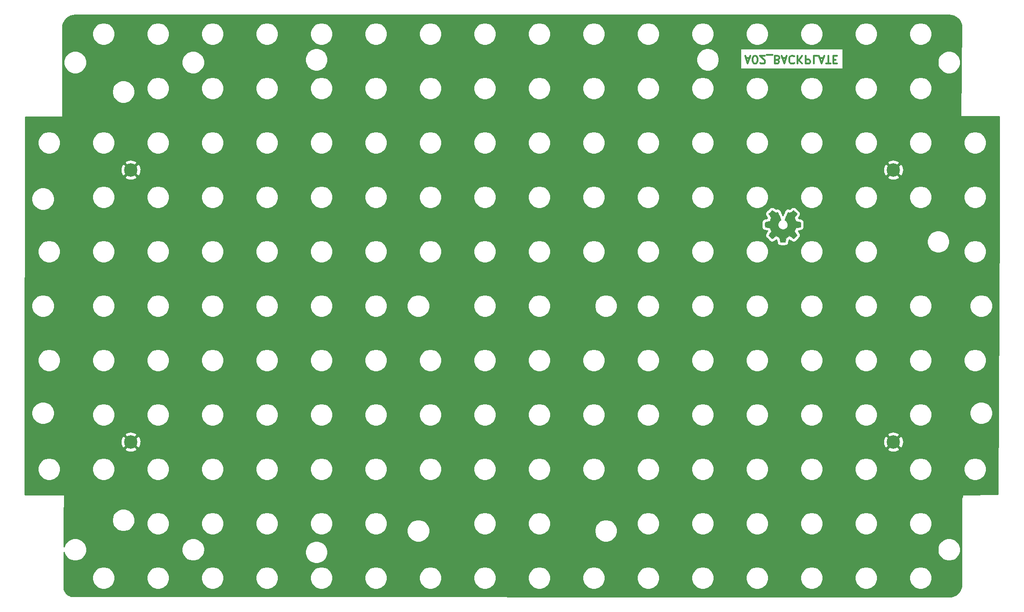
<source format=gbr>
G04 #@! TF.GenerationSoftware,KiCad,Pcbnew,5.1.5-52549c5~86~ubuntu18.04.1*
G04 #@! TF.CreationDate,2020-08-27T00:23:14-05:00*
G04 #@! TF.ProjectId,A02,4130322e-6b69-4636-9164-5f7063625858,rev?*
G04 #@! TF.SameCoordinates,Original*
G04 #@! TF.FileFunction,Copper,L2,Bot*
G04 #@! TF.FilePolarity,Positive*
%FSLAX46Y46*%
G04 Gerber Fmt 4.6, Leading zero omitted, Abs format (unit mm)*
G04 Created by KiCad (PCBNEW 5.1.5-52549c5~86~ubuntu18.04.1) date 2020-08-27 00:23:14*
%MOMM*%
%LPD*%
G04 APERTURE LIST*
%ADD10C,0.300000*%
%ADD11C,0.010000*%
%ADD12C,2.499360*%
%ADD13C,0.254000*%
G04 APERTURE END LIST*
D10*
X153780600Y-28299600D02*
X154494885Y-28299600D01*
X153637742Y-27871028D02*
X154137742Y-29371028D01*
X154637742Y-27871028D01*
X155423457Y-29371028D02*
X155566314Y-29371028D01*
X155709171Y-29299600D01*
X155780600Y-29228171D01*
X155852028Y-29085314D01*
X155923457Y-28799600D01*
X155923457Y-28442457D01*
X155852028Y-28156742D01*
X155780600Y-28013885D01*
X155709171Y-27942457D01*
X155566314Y-27871028D01*
X155423457Y-27871028D01*
X155280600Y-27942457D01*
X155209171Y-28013885D01*
X155137742Y-28156742D01*
X155066314Y-28442457D01*
X155066314Y-28799600D01*
X155137742Y-29085314D01*
X155209171Y-29228171D01*
X155280600Y-29299600D01*
X155423457Y-29371028D01*
X156494885Y-29228171D02*
X156566314Y-29299600D01*
X156709171Y-29371028D01*
X157066314Y-29371028D01*
X157209171Y-29299600D01*
X157280600Y-29228171D01*
X157352028Y-29085314D01*
X157352028Y-28942457D01*
X157280600Y-28728171D01*
X156423457Y-27871028D01*
X157352028Y-27871028D01*
X157637742Y-27728171D02*
X158780600Y-27728171D01*
X159637742Y-28656742D02*
X159852028Y-28585314D01*
X159923457Y-28513885D01*
X159994885Y-28371028D01*
X159994885Y-28156742D01*
X159923457Y-28013885D01*
X159852028Y-27942457D01*
X159709171Y-27871028D01*
X159137742Y-27871028D01*
X159137742Y-29371028D01*
X159637742Y-29371028D01*
X159780600Y-29299600D01*
X159852028Y-29228171D01*
X159923457Y-29085314D01*
X159923457Y-28942457D01*
X159852028Y-28799600D01*
X159780600Y-28728171D01*
X159637742Y-28656742D01*
X159137742Y-28656742D01*
X160566314Y-28299600D02*
X161280600Y-28299600D01*
X160423457Y-27871028D02*
X160923457Y-29371028D01*
X161423457Y-27871028D01*
X162780600Y-28013885D02*
X162709171Y-27942457D01*
X162494885Y-27871028D01*
X162352028Y-27871028D01*
X162137742Y-27942457D01*
X161994885Y-28085314D01*
X161923457Y-28228171D01*
X161852028Y-28513885D01*
X161852028Y-28728171D01*
X161923457Y-29013885D01*
X161994885Y-29156742D01*
X162137742Y-29299600D01*
X162352028Y-29371028D01*
X162494885Y-29371028D01*
X162709171Y-29299600D01*
X162780600Y-29228171D01*
X163423457Y-27871028D02*
X163423457Y-29371028D01*
X164280600Y-27871028D02*
X163637742Y-28728171D01*
X164280600Y-29371028D02*
X163423457Y-28513885D01*
X164923457Y-27871028D02*
X164923457Y-29371028D01*
X165494885Y-29371028D01*
X165637742Y-29299600D01*
X165709171Y-29228171D01*
X165780600Y-29085314D01*
X165780600Y-28871028D01*
X165709171Y-28728171D01*
X165637742Y-28656742D01*
X165494885Y-28585314D01*
X164923457Y-28585314D01*
X167137742Y-27871028D02*
X166423457Y-27871028D01*
X166423457Y-29371028D01*
X167566314Y-28299600D02*
X168280600Y-28299600D01*
X167423457Y-27871028D02*
X167923457Y-29371028D01*
X168423457Y-27871028D01*
X168709171Y-29371028D02*
X169566314Y-29371028D01*
X169137742Y-27871028D02*
X169137742Y-29371028D01*
X170066314Y-28656742D02*
X170566314Y-28656742D01*
X170780600Y-27871028D02*
X170066314Y-27871028D01*
X170066314Y-29371028D01*
X170780600Y-29371028D01*
D11*
G36*
X161210814Y-62246469D02*
G01*
X161294635Y-61801845D01*
X161603920Y-61674347D01*
X161913206Y-61546849D01*
X162284246Y-61799154D01*
X162388157Y-61869404D01*
X162482087Y-61932128D01*
X162561652Y-61984462D01*
X162622470Y-62023543D01*
X162660157Y-62046507D01*
X162670421Y-62051458D01*
X162688910Y-62038724D01*
X162728420Y-62003518D01*
X162784522Y-61950338D01*
X162852787Y-61883682D01*
X162928786Y-61808046D01*
X163008092Y-61727928D01*
X163086275Y-61647826D01*
X163158907Y-61572236D01*
X163221559Y-61505655D01*
X163269803Y-61452582D01*
X163299210Y-61417513D01*
X163306241Y-61405777D01*
X163296123Y-61384140D01*
X163267759Y-61336738D01*
X163224129Y-61268207D01*
X163168218Y-61183185D01*
X163103006Y-61086307D01*
X163065219Y-61031050D01*
X162996343Y-60930152D01*
X162935140Y-60839101D01*
X162884578Y-60762430D01*
X162847628Y-60704672D01*
X162827258Y-60670357D01*
X162824197Y-60663146D01*
X162831136Y-60642652D01*
X162850051Y-60594887D01*
X162878087Y-60526568D01*
X162912391Y-60444411D01*
X162950109Y-60355130D01*
X162988387Y-60265442D01*
X163024370Y-60182062D01*
X163055206Y-60111706D01*
X163078039Y-60061090D01*
X163090017Y-60036929D01*
X163090724Y-60035978D01*
X163109531Y-60031364D01*
X163159618Y-60021072D01*
X163235793Y-60006113D01*
X163332865Y-59987499D01*
X163445643Y-59966241D01*
X163511442Y-59953982D01*
X163631950Y-59931038D01*
X163740797Y-59909205D01*
X163832476Y-59889678D01*
X163901481Y-59873652D01*
X163942304Y-59862321D01*
X163950511Y-59858726D01*
X163958548Y-59834394D01*
X163965033Y-59779441D01*
X163969970Y-59700292D01*
X163973364Y-59603374D01*
X163975218Y-59495113D01*
X163975538Y-59381935D01*
X163974327Y-59270265D01*
X163971590Y-59166532D01*
X163967331Y-59077159D01*
X163961555Y-59008574D01*
X163954267Y-58967203D01*
X163949895Y-58958590D01*
X163923764Y-58948267D01*
X163868393Y-58933508D01*
X163791107Y-58916048D01*
X163699230Y-58897620D01*
X163667158Y-58891659D01*
X163512524Y-58863334D01*
X163390375Y-58840524D01*
X163296673Y-58822320D01*
X163227384Y-58807817D01*
X163178471Y-58796108D01*
X163145897Y-58786285D01*
X163125628Y-58777444D01*
X163113626Y-58768676D01*
X163111947Y-58766943D01*
X163095184Y-58739029D01*
X163069614Y-58684705D01*
X163037788Y-58610623D01*
X163002260Y-58523435D01*
X162965583Y-58429792D01*
X162930311Y-58336348D01*
X162898996Y-58249753D01*
X162874193Y-58176660D01*
X162858454Y-58123722D01*
X162854332Y-58097589D01*
X162854676Y-58096674D01*
X162868641Y-58075314D01*
X162900322Y-58028316D01*
X162946391Y-57960573D01*
X163003518Y-57876977D01*
X163068373Y-57782418D01*
X163086843Y-57755546D01*
X163152699Y-57658125D01*
X163210650Y-57569237D01*
X163257538Y-57493988D01*
X163290207Y-57437480D01*
X163305500Y-57404819D01*
X163306241Y-57400807D01*
X163293392Y-57379716D01*
X163257888Y-57337936D01*
X163204293Y-57279955D01*
X163137171Y-57210265D01*
X163061087Y-57133355D01*
X162980604Y-57053717D01*
X162900287Y-56975839D01*
X162824699Y-56904214D01*
X162758405Y-56843330D01*
X162705969Y-56797679D01*
X162671955Y-56771750D01*
X162662545Y-56767517D01*
X162640643Y-56777488D01*
X162595800Y-56804380D01*
X162535321Y-56843664D01*
X162488789Y-56875283D01*
X162404475Y-56933302D01*
X162304626Y-57001616D01*
X162204473Y-57069821D01*
X162150627Y-57106325D01*
X161968371Y-57229600D01*
X161815381Y-57146880D01*
X161745682Y-57110641D01*
X161686414Y-57082474D01*
X161646311Y-57066409D01*
X161636103Y-57064174D01*
X161623829Y-57080678D01*
X161599613Y-57127318D01*
X161565263Y-57199791D01*
X161522588Y-57293794D01*
X161473394Y-57405026D01*
X161419490Y-57529185D01*
X161362684Y-57661968D01*
X161304782Y-57799073D01*
X161247593Y-57936198D01*
X161192924Y-58069042D01*
X161142584Y-58193302D01*
X161098380Y-58304675D01*
X161062119Y-58398861D01*
X161035609Y-58471556D01*
X161020658Y-58518459D01*
X161018254Y-58534567D01*
X161037311Y-58555114D01*
X161079036Y-58588467D01*
X161134706Y-58627698D01*
X161139378Y-58630801D01*
X161283264Y-58745977D01*
X161399283Y-58880347D01*
X161486430Y-59029616D01*
X161543699Y-59189487D01*
X161570086Y-59355663D01*
X161564585Y-59523848D01*
X161526190Y-59689745D01*
X161453895Y-59849058D01*
X161432626Y-59883913D01*
X161321996Y-60024663D01*
X161191302Y-60137686D01*
X161045064Y-60222397D01*
X160887808Y-60278206D01*
X160724057Y-60304526D01*
X160558333Y-60300770D01*
X160395162Y-60266350D01*
X160239065Y-60200677D01*
X160094567Y-60103165D01*
X160049869Y-60063587D01*
X159936112Y-59939697D01*
X159853218Y-59809276D01*
X159796356Y-59663085D01*
X159764687Y-59518312D01*
X159756869Y-59355540D01*
X159782938Y-59191960D01*
X159840245Y-59033102D01*
X159926144Y-58884494D01*
X160037986Y-58751665D01*
X160173123Y-58640144D01*
X160190883Y-58628389D01*
X160247150Y-58589892D01*
X160289923Y-58556537D01*
X160310372Y-58535240D01*
X160310669Y-58534567D01*
X160306279Y-58511529D01*
X160288876Y-58459243D01*
X160260268Y-58382010D01*
X160222265Y-58284132D01*
X160176674Y-58169909D01*
X160125303Y-58043642D01*
X160069962Y-57909633D01*
X160012458Y-57772182D01*
X159954601Y-57635592D01*
X159898198Y-57504163D01*
X159845058Y-57382195D01*
X159796990Y-57273991D01*
X159755801Y-57183851D01*
X159723301Y-57116077D01*
X159701297Y-57074970D01*
X159692436Y-57064174D01*
X159665360Y-57072581D01*
X159614697Y-57095128D01*
X159549183Y-57127787D01*
X159513159Y-57146880D01*
X159360168Y-57229600D01*
X159177912Y-57106325D01*
X159084875Y-57043172D01*
X158983015Y-56973673D01*
X158887562Y-56908235D01*
X158839750Y-56875283D01*
X158772505Y-56830127D01*
X158715564Y-56794343D01*
X158676354Y-56772462D01*
X158663619Y-56767837D01*
X158645083Y-56780315D01*
X158604059Y-56815148D01*
X158544525Y-56868722D01*
X158470458Y-56937417D01*
X158385835Y-57017619D01*
X158332315Y-57069114D01*
X158238681Y-57161114D01*
X158157759Y-57243401D01*
X158092823Y-57312455D01*
X158047142Y-57364756D01*
X158023989Y-57396784D01*
X158021768Y-57403284D01*
X158032076Y-57428006D01*
X158060561Y-57477995D01*
X158104063Y-57548188D01*
X158159423Y-57633525D01*
X158223480Y-57728944D01*
X158241697Y-57755546D01*
X158308073Y-57852233D01*
X158367622Y-57939283D01*
X158417016Y-58011805D01*
X158452925Y-58064907D01*
X158472019Y-58093697D01*
X158473864Y-58096674D01*
X158471105Y-58119618D01*
X158456462Y-58170064D01*
X158432487Y-58241359D01*
X158401734Y-58326853D01*
X158366756Y-58419893D01*
X158330107Y-58513826D01*
X158294339Y-58602001D01*
X158262006Y-58677766D01*
X158235662Y-58734469D01*
X158217858Y-58765457D01*
X158216593Y-58766943D01*
X158205706Y-58775799D01*
X158187318Y-58784557D01*
X158157394Y-58794123D01*
X158111897Y-58805404D01*
X158046791Y-58819307D01*
X157958039Y-58836737D01*
X157841607Y-58858602D01*
X157693458Y-58885809D01*
X157661382Y-58891659D01*
X157566314Y-58910026D01*
X157483435Y-58927995D01*
X157420070Y-58943831D01*
X157383542Y-58955800D01*
X157378644Y-58958590D01*
X157370573Y-58983328D01*
X157364013Y-59038610D01*
X157358967Y-59118011D01*
X157355441Y-59215104D01*
X157353439Y-59323462D01*
X157352964Y-59436660D01*
X157354023Y-59548272D01*
X157356618Y-59651871D01*
X157360754Y-59741032D01*
X157366437Y-59809328D01*
X157373669Y-59850334D01*
X157378029Y-59858726D01*
X157402302Y-59867192D01*
X157457574Y-59880965D01*
X157538338Y-59898850D01*
X157639088Y-59919652D01*
X157754317Y-59942177D01*
X157817098Y-59953982D01*
X157936213Y-59976249D01*
X158042435Y-59996421D01*
X158130573Y-60013485D01*
X158195434Y-60026431D01*
X158231826Y-60034245D01*
X158237816Y-60035978D01*
X158247939Y-60055510D01*
X158269338Y-60102557D01*
X158299161Y-60170397D01*
X158334555Y-60252309D01*
X158372668Y-60341572D01*
X158410647Y-60431465D01*
X158445640Y-60515265D01*
X158474794Y-60586253D01*
X158495257Y-60637706D01*
X158504177Y-60662903D01*
X158504343Y-60664004D01*
X158494231Y-60683881D01*
X158465883Y-60729623D01*
X158422277Y-60796683D01*
X158366394Y-60880516D01*
X158301213Y-60976574D01*
X158263321Y-61031750D01*
X158194275Y-61132919D01*
X158132950Y-61224770D01*
X158082337Y-61302656D01*
X158045429Y-61361931D01*
X158025218Y-61397949D01*
X158022299Y-61406023D01*
X158034847Y-61424816D01*
X158069537Y-61464943D01*
X158121937Y-61521907D01*
X158187616Y-61591215D01*
X158262144Y-61668369D01*
X158341087Y-61748875D01*
X158420017Y-61828237D01*
X158494500Y-61901960D01*
X158560106Y-61965548D01*
X158612404Y-62014506D01*
X158646961Y-62044339D01*
X158658522Y-62051458D01*
X158677346Y-62041447D01*
X158722369Y-62013322D01*
X158789213Y-61969946D01*
X158873501Y-61914182D01*
X158970856Y-61848894D01*
X159044293Y-61799154D01*
X159415333Y-61546849D01*
X160033905Y-61801845D01*
X160117725Y-62246469D01*
X160201546Y-62691093D01*
X161126994Y-62691093D01*
X161210814Y-62246469D01*
G37*
X161210814Y-62246469D02*
X161294635Y-61801845D01*
X161603920Y-61674347D01*
X161913206Y-61546849D01*
X162284246Y-61799154D01*
X162388157Y-61869404D01*
X162482087Y-61932128D01*
X162561652Y-61984462D01*
X162622470Y-62023543D01*
X162660157Y-62046507D01*
X162670421Y-62051458D01*
X162688910Y-62038724D01*
X162728420Y-62003518D01*
X162784522Y-61950338D01*
X162852787Y-61883682D01*
X162928786Y-61808046D01*
X163008092Y-61727928D01*
X163086275Y-61647826D01*
X163158907Y-61572236D01*
X163221559Y-61505655D01*
X163269803Y-61452582D01*
X163299210Y-61417513D01*
X163306241Y-61405777D01*
X163296123Y-61384140D01*
X163267759Y-61336738D01*
X163224129Y-61268207D01*
X163168218Y-61183185D01*
X163103006Y-61086307D01*
X163065219Y-61031050D01*
X162996343Y-60930152D01*
X162935140Y-60839101D01*
X162884578Y-60762430D01*
X162847628Y-60704672D01*
X162827258Y-60670357D01*
X162824197Y-60663146D01*
X162831136Y-60642652D01*
X162850051Y-60594887D01*
X162878087Y-60526568D01*
X162912391Y-60444411D01*
X162950109Y-60355130D01*
X162988387Y-60265442D01*
X163024370Y-60182062D01*
X163055206Y-60111706D01*
X163078039Y-60061090D01*
X163090017Y-60036929D01*
X163090724Y-60035978D01*
X163109531Y-60031364D01*
X163159618Y-60021072D01*
X163235793Y-60006113D01*
X163332865Y-59987499D01*
X163445643Y-59966241D01*
X163511442Y-59953982D01*
X163631950Y-59931038D01*
X163740797Y-59909205D01*
X163832476Y-59889678D01*
X163901481Y-59873652D01*
X163942304Y-59862321D01*
X163950511Y-59858726D01*
X163958548Y-59834394D01*
X163965033Y-59779441D01*
X163969970Y-59700292D01*
X163973364Y-59603374D01*
X163975218Y-59495113D01*
X163975538Y-59381935D01*
X163974327Y-59270265D01*
X163971590Y-59166532D01*
X163967331Y-59077159D01*
X163961555Y-59008574D01*
X163954267Y-58967203D01*
X163949895Y-58958590D01*
X163923764Y-58948267D01*
X163868393Y-58933508D01*
X163791107Y-58916048D01*
X163699230Y-58897620D01*
X163667158Y-58891659D01*
X163512524Y-58863334D01*
X163390375Y-58840524D01*
X163296673Y-58822320D01*
X163227384Y-58807817D01*
X163178471Y-58796108D01*
X163145897Y-58786285D01*
X163125628Y-58777444D01*
X163113626Y-58768676D01*
X163111947Y-58766943D01*
X163095184Y-58739029D01*
X163069614Y-58684705D01*
X163037788Y-58610623D01*
X163002260Y-58523435D01*
X162965583Y-58429792D01*
X162930311Y-58336348D01*
X162898996Y-58249753D01*
X162874193Y-58176660D01*
X162858454Y-58123722D01*
X162854332Y-58097589D01*
X162854676Y-58096674D01*
X162868641Y-58075314D01*
X162900322Y-58028316D01*
X162946391Y-57960573D01*
X163003518Y-57876977D01*
X163068373Y-57782418D01*
X163086843Y-57755546D01*
X163152699Y-57658125D01*
X163210650Y-57569237D01*
X163257538Y-57493988D01*
X163290207Y-57437480D01*
X163305500Y-57404819D01*
X163306241Y-57400807D01*
X163293392Y-57379716D01*
X163257888Y-57337936D01*
X163204293Y-57279955D01*
X163137171Y-57210265D01*
X163061087Y-57133355D01*
X162980604Y-57053717D01*
X162900287Y-56975839D01*
X162824699Y-56904214D01*
X162758405Y-56843330D01*
X162705969Y-56797679D01*
X162671955Y-56771750D01*
X162662545Y-56767517D01*
X162640643Y-56777488D01*
X162595800Y-56804380D01*
X162535321Y-56843664D01*
X162488789Y-56875283D01*
X162404475Y-56933302D01*
X162304626Y-57001616D01*
X162204473Y-57069821D01*
X162150627Y-57106325D01*
X161968371Y-57229600D01*
X161815381Y-57146880D01*
X161745682Y-57110641D01*
X161686414Y-57082474D01*
X161646311Y-57066409D01*
X161636103Y-57064174D01*
X161623829Y-57080678D01*
X161599613Y-57127318D01*
X161565263Y-57199791D01*
X161522588Y-57293794D01*
X161473394Y-57405026D01*
X161419490Y-57529185D01*
X161362684Y-57661968D01*
X161304782Y-57799073D01*
X161247593Y-57936198D01*
X161192924Y-58069042D01*
X161142584Y-58193302D01*
X161098380Y-58304675D01*
X161062119Y-58398861D01*
X161035609Y-58471556D01*
X161020658Y-58518459D01*
X161018254Y-58534567D01*
X161037311Y-58555114D01*
X161079036Y-58588467D01*
X161134706Y-58627698D01*
X161139378Y-58630801D01*
X161283264Y-58745977D01*
X161399283Y-58880347D01*
X161486430Y-59029616D01*
X161543699Y-59189487D01*
X161570086Y-59355663D01*
X161564585Y-59523848D01*
X161526190Y-59689745D01*
X161453895Y-59849058D01*
X161432626Y-59883913D01*
X161321996Y-60024663D01*
X161191302Y-60137686D01*
X161045064Y-60222397D01*
X160887808Y-60278206D01*
X160724057Y-60304526D01*
X160558333Y-60300770D01*
X160395162Y-60266350D01*
X160239065Y-60200677D01*
X160094567Y-60103165D01*
X160049869Y-60063587D01*
X159936112Y-59939697D01*
X159853218Y-59809276D01*
X159796356Y-59663085D01*
X159764687Y-59518312D01*
X159756869Y-59355540D01*
X159782938Y-59191960D01*
X159840245Y-59033102D01*
X159926144Y-58884494D01*
X160037986Y-58751665D01*
X160173123Y-58640144D01*
X160190883Y-58628389D01*
X160247150Y-58589892D01*
X160289923Y-58556537D01*
X160310372Y-58535240D01*
X160310669Y-58534567D01*
X160306279Y-58511529D01*
X160288876Y-58459243D01*
X160260268Y-58382010D01*
X160222265Y-58284132D01*
X160176674Y-58169909D01*
X160125303Y-58043642D01*
X160069962Y-57909633D01*
X160012458Y-57772182D01*
X159954601Y-57635592D01*
X159898198Y-57504163D01*
X159845058Y-57382195D01*
X159796990Y-57273991D01*
X159755801Y-57183851D01*
X159723301Y-57116077D01*
X159701297Y-57074970D01*
X159692436Y-57064174D01*
X159665360Y-57072581D01*
X159614697Y-57095128D01*
X159549183Y-57127787D01*
X159513159Y-57146880D01*
X159360168Y-57229600D01*
X159177912Y-57106325D01*
X159084875Y-57043172D01*
X158983015Y-56973673D01*
X158887562Y-56908235D01*
X158839750Y-56875283D01*
X158772505Y-56830127D01*
X158715564Y-56794343D01*
X158676354Y-56772462D01*
X158663619Y-56767837D01*
X158645083Y-56780315D01*
X158604059Y-56815148D01*
X158544525Y-56868722D01*
X158470458Y-56937417D01*
X158385835Y-57017619D01*
X158332315Y-57069114D01*
X158238681Y-57161114D01*
X158157759Y-57243401D01*
X158092823Y-57312455D01*
X158047142Y-57364756D01*
X158023989Y-57396784D01*
X158021768Y-57403284D01*
X158032076Y-57428006D01*
X158060561Y-57477995D01*
X158104063Y-57548188D01*
X158159423Y-57633525D01*
X158223480Y-57728944D01*
X158241697Y-57755546D01*
X158308073Y-57852233D01*
X158367622Y-57939283D01*
X158417016Y-58011805D01*
X158452925Y-58064907D01*
X158472019Y-58093697D01*
X158473864Y-58096674D01*
X158471105Y-58119618D01*
X158456462Y-58170064D01*
X158432487Y-58241359D01*
X158401734Y-58326853D01*
X158366756Y-58419893D01*
X158330107Y-58513826D01*
X158294339Y-58602001D01*
X158262006Y-58677766D01*
X158235662Y-58734469D01*
X158217858Y-58765457D01*
X158216593Y-58766943D01*
X158205706Y-58775799D01*
X158187318Y-58784557D01*
X158157394Y-58794123D01*
X158111897Y-58805404D01*
X158046791Y-58819307D01*
X157958039Y-58836737D01*
X157841607Y-58858602D01*
X157693458Y-58885809D01*
X157661382Y-58891659D01*
X157566314Y-58910026D01*
X157483435Y-58927995D01*
X157420070Y-58943831D01*
X157383542Y-58955800D01*
X157378644Y-58958590D01*
X157370573Y-58983328D01*
X157364013Y-59038610D01*
X157358967Y-59118011D01*
X157355441Y-59215104D01*
X157353439Y-59323462D01*
X157352964Y-59436660D01*
X157354023Y-59548272D01*
X157356618Y-59651871D01*
X157360754Y-59741032D01*
X157366437Y-59809328D01*
X157373669Y-59850334D01*
X157378029Y-59858726D01*
X157402302Y-59867192D01*
X157457574Y-59880965D01*
X157538338Y-59898850D01*
X157639088Y-59919652D01*
X157754317Y-59942177D01*
X157817098Y-59953982D01*
X157936213Y-59976249D01*
X158042435Y-59996421D01*
X158130573Y-60013485D01*
X158195434Y-60026431D01*
X158231826Y-60034245D01*
X158237816Y-60035978D01*
X158247939Y-60055510D01*
X158269338Y-60102557D01*
X158299161Y-60170397D01*
X158334555Y-60252309D01*
X158372668Y-60341572D01*
X158410647Y-60431465D01*
X158445640Y-60515265D01*
X158474794Y-60586253D01*
X158495257Y-60637706D01*
X158504177Y-60662903D01*
X158504343Y-60664004D01*
X158494231Y-60683881D01*
X158465883Y-60729623D01*
X158422277Y-60796683D01*
X158366394Y-60880516D01*
X158301213Y-60976574D01*
X158263321Y-61031750D01*
X158194275Y-61132919D01*
X158132950Y-61224770D01*
X158082337Y-61302656D01*
X158045429Y-61361931D01*
X158025218Y-61397949D01*
X158022299Y-61406023D01*
X158034847Y-61424816D01*
X158069537Y-61464943D01*
X158121937Y-61521907D01*
X158187616Y-61591215D01*
X158262144Y-61668369D01*
X158341087Y-61748875D01*
X158420017Y-61828237D01*
X158494500Y-61901960D01*
X158560106Y-61965548D01*
X158612404Y-62014506D01*
X158646961Y-62044339D01*
X158658522Y-62051458D01*
X158677346Y-62041447D01*
X158722369Y-62013322D01*
X158789213Y-61969946D01*
X158873501Y-61914182D01*
X158970856Y-61848894D01*
X159044293Y-61799154D01*
X159415333Y-61546849D01*
X160033905Y-61801845D01*
X160117725Y-62246469D01*
X160201546Y-62691093D01*
X161126994Y-62691093D01*
X161210814Y-62246469D01*
D12*
X181290000Y-100010000D03*
X181290000Y-49210000D03*
X39050000Y-100010000D03*
X39050000Y-49210000D03*
D13*
G36*
X192123893Y-20317670D02*
G01*
X192560498Y-20449489D01*
X192963185Y-20663600D01*
X193316612Y-20951848D01*
X193607327Y-21303261D01*
X193824242Y-21704439D01*
X193959106Y-22140113D01*
X193962913Y-22176339D01*
X193827404Y-39114984D01*
X193829646Y-39139779D01*
X193836682Y-39163661D01*
X193848242Y-39185710D01*
X193863882Y-39205081D01*
X193883000Y-39221029D01*
X193904862Y-39232940D01*
X193928628Y-39240358D01*
X193955288Y-39242997D01*
X194471190Y-39239389D01*
X194540617Y-39260450D01*
X194637581Y-39270000D01*
X194670000Y-39273193D01*
X194702419Y-39270000D01*
X201010000Y-39270000D01*
X201010000Y-58083414D01*
X200787541Y-109805162D01*
X194258231Y-109855004D01*
X194233473Y-109857633D01*
X194209705Y-109865042D01*
X194187839Y-109876945D01*
X194168715Y-109892886D01*
X194153068Y-109912251D01*
X194141500Y-109934296D01*
X194134455Y-109958175D01*
X194132200Y-109981662D01*
X194131550Y-110225740D01*
X194118575Y-110241550D01*
X194057290Y-110356207D01*
X194019550Y-110480617D01*
X194006807Y-110610000D01*
X194010000Y-110642419D01*
X194010001Y-126577711D01*
X193962330Y-127063894D01*
X193830512Y-127500497D01*
X193616399Y-127903186D01*
X193328150Y-128256613D01*
X192976739Y-128547327D01*
X192575564Y-128764240D01*
X192139886Y-128899106D01*
X191862417Y-128928269D01*
X27808494Y-128779265D01*
X27779503Y-128770512D01*
X27376814Y-128556399D01*
X27023387Y-128268150D01*
X26732673Y-127916739D01*
X26550121Y-127579113D01*
X26562895Y-125199721D01*
X31835000Y-125199721D01*
X31835000Y-125620279D01*
X31917047Y-126032756D01*
X32077988Y-126421302D01*
X32311637Y-126770983D01*
X32609017Y-127068363D01*
X32958698Y-127302012D01*
X33347244Y-127462953D01*
X33759721Y-127545000D01*
X34180279Y-127545000D01*
X34592756Y-127462953D01*
X34981302Y-127302012D01*
X35330983Y-127068363D01*
X35628363Y-126770983D01*
X35862012Y-126421302D01*
X36022953Y-126032756D01*
X36105000Y-125620279D01*
X36105000Y-125199721D01*
X41995000Y-125199721D01*
X41995000Y-125620279D01*
X42077047Y-126032756D01*
X42237988Y-126421302D01*
X42471637Y-126770983D01*
X42769017Y-127068363D01*
X43118698Y-127302012D01*
X43507244Y-127462953D01*
X43919721Y-127545000D01*
X44340279Y-127545000D01*
X44752756Y-127462953D01*
X45141302Y-127302012D01*
X45490983Y-127068363D01*
X45788363Y-126770983D01*
X46022012Y-126421302D01*
X46182953Y-126032756D01*
X46265000Y-125620279D01*
X46265000Y-125199721D01*
X52155000Y-125199721D01*
X52155000Y-125620279D01*
X52237047Y-126032756D01*
X52397988Y-126421302D01*
X52631637Y-126770983D01*
X52929017Y-127068363D01*
X53278698Y-127302012D01*
X53667244Y-127462953D01*
X54079721Y-127545000D01*
X54500279Y-127545000D01*
X54912756Y-127462953D01*
X55301302Y-127302012D01*
X55650983Y-127068363D01*
X55948363Y-126770983D01*
X56182012Y-126421302D01*
X56342953Y-126032756D01*
X56425000Y-125620279D01*
X56425000Y-125199721D01*
X62315000Y-125199721D01*
X62315000Y-125620279D01*
X62397047Y-126032756D01*
X62557988Y-126421302D01*
X62791637Y-126770983D01*
X63089017Y-127068363D01*
X63438698Y-127302012D01*
X63827244Y-127462953D01*
X64239721Y-127545000D01*
X64660279Y-127545000D01*
X65072756Y-127462953D01*
X65461302Y-127302012D01*
X65810983Y-127068363D01*
X66108363Y-126770983D01*
X66342012Y-126421302D01*
X66502953Y-126032756D01*
X66585000Y-125620279D01*
X66585000Y-125199721D01*
X72475000Y-125199721D01*
X72475000Y-125620279D01*
X72557047Y-126032756D01*
X72717988Y-126421302D01*
X72951637Y-126770983D01*
X73249017Y-127068363D01*
X73598698Y-127302012D01*
X73987244Y-127462953D01*
X74399721Y-127545000D01*
X74820279Y-127545000D01*
X75232756Y-127462953D01*
X75621302Y-127302012D01*
X75970983Y-127068363D01*
X76268363Y-126770983D01*
X76502012Y-126421302D01*
X76662953Y-126032756D01*
X76745000Y-125620279D01*
X76745000Y-125199721D01*
X82635000Y-125199721D01*
X82635000Y-125620279D01*
X82717047Y-126032756D01*
X82877988Y-126421302D01*
X83111637Y-126770983D01*
X83409017Y-127068363D01*
X83758698Y-127302012D01*
X84147244Y-127462953D01*
X84559721Y-127545000D01*
X84980279Y-127545000D01*
X85392756Y-127462953D01*
X85781302Y-127302012D01*
X86130983Y-127068363D01*
X86428363Y-126770983D01*
X86662012Y-126421302D01*
X86822953Y-126032756D01*
X86905000Y-125620279D01*
X86905000Y-125199721D01*
X92795000Y-125199721D01*
X92795000Y-125620279D01*
X92877047Y-126032756D01*
X93037988Y-126421302D01*
X93271637Y-126770983D01*
X93569017Y-127068363D01*
X93918698Y-127302012D01*
X94307244Y-127462953D01*
X94719721Y-127545000D01*
X95140279Y-127545000D01*
X95552756Y-127462953D01*
X95941302Y-127302012D01*
X96290983Y-127068363D01*
X96588363Y-126770983D01*
X96822012Y-126421302D01*
X96982953Y-126032756D01*
X97065000Y-125620279D01*
X97065000Y-125199721D01*
X102955000Y-125199721D01*
X102955000Y-125620279D01*
X103037047Y-126032756D01*
X103197988Y-126421302D01*
X103431637Y-126770983D01*
X103729017Y-127068363D01*
X104078698Y-127302012D01*
X104467244Y-127462953D01*
X104879721Y-127545000D01*
X105300279Y-127545000D01*
X105712756Y-127462953D01*
X106101302Y-127302012D01*
X106450983Y-127068363D01*
X106748363Y-126770983D01*
X106982012Y-126421302D01*
X107142953Y-126032756D01*
X107225000Y-125620279D01*
X107225000Y-125199721D01*
X113115000Y-125199721D01*
X113115000Y-125620279D01*
X113197047Y-126032756D01*
X113357988Y-126421302D01*
X113591637Y-126770983D01*
X113889017Y-127068363D01*
X114238698Y-127302012D01*
X114627244Y-127462953D01*
X115039721Y-127545000D01*
X115460279Y-127545000D01*
X115872756Y-127462953D01*
X116261302Y-127302012D01*
X116610983Y-127068363D01*
X116908363Y-126770983D01*
X117142012Y-126421302D01*
X117302953Y-126032756D01*
X117385000Y-125620279D01*
X117385000Y-125199721D01*
X123275000Y-125199721D01*
X123275000Y-125620279D01*
X123357047Y-126032756D01*
X123517988Y-126421302D01*
X123751637Y-126770983D01*
X124049017Y-127068363D01*
X124398698Y-127302012D01*
X124787244Y-127462953D01*
X125199721Y-127545000D01*
X125620279Y-127545000D01*
X126032756Y-127462953D01*
X126421302Y-127302012D01*
X126770983Y-127068363D01*
X127068363Y-126770983D01*
X127302012Y-126421302D01*
X127462953Y-126032756D01*
X127545000Y-125620279D01*
X127545000Y-125199721D01*
X133435000Y-125199721D01*
X133435000Y-125620279D01*
X133517047Y-126032756D01*
X133677988Y-126421302D01*
X133911637Y-126770983D01*
X134209017Y-127068363D01*
X134558698Y-127302012D01*
X134947244Y-127462953D01*
X135359721Y-127545000D01*
X135780279Y-127545000D01*
X136192756Y-127462953D01*
X136581302Y-127302012D01*
X136930983Y-127068363D01*
X137228363Y-126770983D01*
X137462012Y-126421302D01*
X137622953Y-126032756D01*
X137705000Y-125620279D01*
X137705000Y-125199721D01*
X143595000Y-125199721D01*
X143595000Y-125620279D01*
X143677047Y-126032756D01*
X143837988Y-126421302D01*
X144071637Y-126770983D01*
X144369017Y-127068363D01*
X144718698Y-127302012D01*
X145107244Y-127462953D01*
X145519721Y-127545000D01*
X145940279Y-127545000D01*
X146352756Y-127462953D01*
X146741302Y-127302012D01*
X147090983Y-127068363D01*
X147388363Y-126770983D01*
X147622012Y-126421302D01*
X147782953Y-126032756D01*
X147865000Y-125620279D01*
X147865000Y-125199721D01*
X153755000Y-125199721D01*
X153755000Y-125620279D01*
X153837047Y-126032756D01*
X153997988Y-126421302D01*
X154231637Y-126770983D01*
X154529017Y-127068363D01*
X154878698Y-127302012D01*
X155267244Y-127462953D01*
X155679721Y-127545000D01*
X156100279Y-127545000D01*
X156512756Y-127462953D01*
X156901302Y-127302012D01*
X157250983Y-127068363D01*
X157548363Y-126770983D01*
X157782012Y-126421302D01*
X157942953Y-126032756D01*
X158025000Y-125620279D01*
X158025000Y-125199721D01*
X163915000Y-125199721D01*
X163915000Y-125620279D01*
X163997047Y-126032756D01*
X164157988Y-126421302D01*
X164391637Y-126770983D01*
X164689017Y-127068363D01*
X165038698Y-127302012D01*
X165427244Y-127462953D01*
X165839721Y-127545000D01*
X166260279Y-127545000D01*
X166672756Y-127462953D01*
X167061302Y-127302012D01*
X167410983Y-127068363D01*
X167708363Y-126770983D01*
X167942012Y-126421302D01*
X168102953Y-126032756D01*
X168185000Y-125620279D01*
X168185000Y-125199721D01*
X174075000Y-125199721D01*
X174075000Y-125620279D01*
X174157047Y-126032756D01*
X174317988Y-126421302D01*
X174551637Y-126770983D01*
X174849017Y-127068363D01*
X175198698Y-127302012D01*
X175587244Y-127462953D01*
X175999721Y-127545000D01*
X176420279Y-127545000D01*
X176832756Y-127462953D01*
X177221302Y-127302012D01*
X177570983Y-127068363D01*
X177868363Y-126770983D01*
X178102012Y-126421302D01*
X178262953Y-126032756D01*
X178345000Y-125620279D01*
X178345000Y-125199721D01*
X184235000Y-125199721D01*
X184235000Y-125620279D01*
X184317047Y-126032756D01*
X184477988Y-126421302D01*
X184711637Y-126770983D01*
X185009017Y-127068363D01*
X185358698Y-127302012D01*
X185747244Y-127462953D01*
X186159721Y-127545000D01*
X186580279Y-127545000D01*
X186992756Y-127462953D01*
X187381302Y-127302012D01*
X187730983Y-127068363D01*
X188028363Y-126770983D01*
X188262012Y-126421302D01*
X188422953Y-126032756D01*
X188505000Y-125620279D01*
X188505000Y-125199721D01*
X188422953Y-124787244D01*
X188262012Y-124398698D01*
X188028363Y-124049017D01*
X187730983Y-123751637D01*
X187381302Y-123517988D01*
X186992756Y-123357047D01*
X186580279Y-123275000D01*
X186159721Y-123275000D01*
X185747244Y-123357047D01*
X185358698Y-123517988D01*
X185009017Y-123751637D01*
X184711637Y-124049017D01*
X184477988Y-124398698D01*
X184317047Y-124787244D01*
X184235000Y-125199721D01*
X178345000Y-125199721D01*
X178262953Y-124787244D01*
X178102012Y-124398698D01*
X177868363Y-124049017D01*
X177570983Y-123751637D01*
X177221302Y-123517988D01*
X176832756Y-123357047D01*
X176420279Y-123275000D01*
X175999721Y-123275000D01*
X175587244Y-123357047D01*
X175198698Y-123517988D01*
X174849017Y-123751637D01*
X174551637Y-124049017D01*
X174317988Y-124398698D01*
X174157047Y-124787244D01*
X174075000Y-125199721D01*
X168185000Y-125199721D01*
X168102953Y-124787244D01*
X167942012Y-124398698D01*
X167708363Y-124049017D01*
X167410983Y-123751637D01*
X167061302Y-123517988D01*
X166672756Y-123357047D01*
X166260279Y-123275000D01*
X165839721Y-123275000D01*
X165427244Y-123357047D01*
X165038698Y-123517988D01*
X164689017Y-123751637D01*
X164391637Y-124049017D01*
X164157988Y-124398698D01*
X163997047Y-124787244D01*
X163915000Y-125199721D01*
X158025000Y-125199721D01*
X157942953Y-124787244D01*
X157782012Y-124398698D01*
X157548363Y-124049017D01*
X157250983Y-123751637D01*
X156901302Y-123517988D01*
X156512756Y-123357047D01*
X156100279Y-123275000D01*
X155679721Y-123275000D01*
X155267244Y-123357047D01*
X154878698Y-123517988D01*
X154529017Y-123751637D01*
X154231637Y-124049017D01*
X153997988Y-124398698D01*
X153837047Y-124787244D01*
X153755000Y-125199721D01*
X147865000Y-125199721D01*
X147782953Y-124787244D01*
X147622012Y-124398698D01*
X147388363Y-124049017D01*
X147090983Y-123751637D01*
X146741302Y-123517988D01*
X146352756Y-123357047D01*
X145940279Y-123275000D01*
X145519721Y-123275000D01*
X145107244Y-123357047D01*
X144718698Y-123517988D01*
X144369017Y-123751637D01*
X144071637Y-124049017D01*
X143837988Y-124398698D01*
X143677047Y-124787244D01*
X143595000Y-125199721D01*
X137705000Y-125199721D01*
X137622953Y-124787244D01*
X137462012Y-124398698D01*
X137228363Y-124049017D01*
X136930983Y-123751637D01*
X136581302Y-123517988D01*
X136192756Y-123357047D01*
X135780279Y-123275000D01*
X135359721Y-123275000D01*
X134947244Y-123357047D01*
X134558698Y-123517988D01*
X134209017Y-123751637D01*
X133911637Y-124049017D01*
X133677988Y-124398698D01*
X133517047Y-124787244D01*
X133435000Y-125199721D01*
X127545000Y-125199721D01*
X127462953Y-124787244D01*
X127302012Y-124398698D01*
X127068363Y-124049017D01*
X126770983Y-123751637D01*
X126421302Y-123517988D01*
X126032756Y-123357047D01*
X125620279Y-123275000D01*
X125199721Y-123275000D01*
X124787244Y-123357047D01*
X124398698Y-123517988D01*
X124049017Y-123751637D01*
X123751637Y-124049017D01*
X123517988Y-124398698D01*
X123357047Y-124787244D01*
X123275000Y-125199721D01*
X117385000Y-125199721D01*
X117302953Y-124787244D01*
X117142012Y-124398698D01*
X116908363Y-124049017D01*
X116610983Y-123751637D01*
X116261302Y-123517988D01*
X115872756Y-123357047D01*
X115460279Y-123275000D01*
X115039721Y-123275000D01*
X114627244Y-123357047D01*
X114238698Y-123517988D01*
X113889017Y-123751637D01*
X113591637Y-124049017D01*
X113357988Y-124398698D01*
X113197047Y-124787244D01*
X113115000Y-125199721D01*
X107225000Y-125199721D01*
X107142953Y-124787244D01*
X106982012Y-124398698D01*
X106748363Y-124049017D01*
X106450983Y-123751637D01*
X106101302Y-123517988D01*
X105712756Y-123357047D01*
X105300279Y-123275000D01*
X104879721Y-123275000D01*
X104467244Y-123357047D01*
X104078698Y-123517988D01*
X103729017Y-123751637D01*
X103431637Y-124049017D01*
X103197988Y-124398698D01*
X103037047Y-124787244D01*
X102955000Y-125199721D01*
X97065000Y-125199721D01*
X96982953Y-124787244D01*
X96822012Y-124398698D01*
X96588363Y-124049017D01*
X96290983Y-123751637D01*
X95941302Y-123517988D01*
X95552756Y-123357047D01*
X95140279Y-123275000D01*
X94719721Y-123275000D01*
X94307244Y-123357047D01*
X93918698Y-123517988D01*
X93569017Y-123751637D01*
X93271637Y-124049017D01*
X93037988Y-124398698D01*
X92877047Y-124787244D01*
X92795000Y-125199721D01*
X86905000Y-125199721D01*
X86822953Y-124787244D01*
X86662012Y-124398698D01*
X86428363Y-124049017D01*
X86130983Y-123751637D01*
X85781302Y-123517988D01*
X85392756Y-123357047D01*
X84980279Y-123275000D01*
X84559721Y-123275000D01*
X84147244Y-123357047D01*
X83758698Y-123517988D01*
X83409017Y-123751637D01*
X83111637Y-124049017D01*
X82877988Y-124398698D01*
X82717047Y-124787244D01*
X82635000Y-125199721D01*
X76745000Y-125199721D01*
X76662953Y-124787244D01*
X76502012Y-124398698D01*
X76268363Y-124049017D01*
X75970983Y-123751637D01*
X75621302Y-123517988D01*
X75232756Y-123357047D01*
X74820279Y-123275000D01*
X74399721Y-123275000D01*
X73987244Y-123357047D01*
X73598698Y-123517988D01*
X73249017Y-123751637D01*
X72951637Y-124049017D01*
X72717988Y-124398698D01*
X72557047Y-124787244D01*
X72475000Y-125199721D01*
X66585000Y-125199721D01*
X66502953Y-124787244D01*
X66342012Y-124398698D01*
X66108363Y-124049017D01*
X65810983Y-123751637D01*
X65461302Y-123517988D01*
X65072756Y-123357047D01*
X64660279Y-123275000D01*
X64239721Y-123275000D01*
X63827244Y-123357047D01*
X63438698Y-123517988D01*
X63089017Y-123751637D01*
X62791637Y-124049017D01*
X62557988Y-124398698D01*
X62397047Y-124787244D01*
X62315000Y-125199721D01*
X56425000Y-125199721D01*
X56342953Y-124787244D01*
X56182012Y-124398698D01*
X55948363Y-124049017D01*
X55650983Y-123751637D01*
X55301302Y-123517988D01*
X54912756Y-123357047D01*
X54500279Y-123275000D01*
X54079721Y-123275000D01*
X53667244Y-123357047D01*
X53278698Y-123517988D01*
X52929017Y-123751637D01*
X52631637Y-124049017D01*
X52397988Y-124398698D01*
X52237047Y-124787244D01*
X52155000Y-125199721D01*
X46265000Y-125199721D01*
X46182953Y-124787244D01*
X46022012Y-124398698D01*
X45788363Y-124049017D01*
X45490983Y-123751637D01*
X45141302Y-123517988D01*
X44752756Y-123357047D01*
X44340279Y-123275000D01*
X43919721Y-123275000D01*
X43507244Y-123357047D01*
X43118698Y-123517988D01*
X42769017Y-123751637D01*
X42471637Y-124049017D01*
X42237988Y-124398698D01*
X42077047Y-124787244D01*
X41995000Y-125199721D01*
X36105000Y-125199721D01*
X36022953Y-124787244D01*
X35862012Y-124398698D01*
X35628363Y-124049017D01*
X35330983Y-123751637D01*
X34981302Y-123517988D01*
X34592756Y-123357047D01*
X34180279Y-123275000D01*
X33759721Y-123275000D01*
X33347244Y-123357047D01*
X32958698Y-123517988D01*
X32609017Y-123751637D01*
X32311637Y-124049017D01*
X32077988Y-124398698D01*
X31917047Y-124787244D01*
X31835000Y-125199721D01*
X26562895Y-125199721D01*
X26587672Y-120585080D01*
X26617047Y-120732756D01*
X26777988Y-121121302D01*
X27011637Y-121470983D01*
X27309017Y-121768363D01*
X27658698Y-122002012D01*
X28047244Y-122162953D01*
X28459721Y-122245000D01*
X28880279Y-122245000D01*
X29292756Y-122162953D01*
X29681302Y-122002012D01*
X30030983Y-121768363D01*
X30328363Y-121470983D01*
X30562012Y-121121302D01*
X30722953Y-120732756D01*
X30805000Y-120320279D01*
X30805000Y-119899721D01*
X48535000Y-119899721D01*
X48535000Y-120320279D01*
X48617047Y-120732756D01*
X48777988Y-121121302D01*
X49011637Y-121470983D01*
X49309017Y-121768363D01*
X49658698Y-122002012D01*
X50047244Y-122162953D01*
X50459721Y-122245000D01*
X50880279Y-122245000D01*
X51292756Y-122162953D01*
X51681302Y-122002012D01*
X52030983Y-121768363D01*
X52328363Y-121470983D01*
X52562012Y-121121302D01*
X52722953Y-120732756D01*
X52789197Y-120399721D01*
X71535000Y-120399721D01*
X71535000Y-120820279D01*
X71617047Y-121232756D01*
X71777988Y-121621302D01*
X72011637Y-121970983D01*
X72309017Y-122268363D01*
X72658698Y-122502012D01*
X73047244Y-122662953D01*
X73459721Y-122745000D01*
X73880279Y-122745000D01*
X74292756Y-122662953D01*
X74681302Y-122502012D01*
X75030983Y-122268363D01*
X75328363Y-121970983D01*
X75562012Y-121621302D01*
X75722953Y-121232756D01*
X75805000Y-120820279D01*
X75805000Y-120399721D01*
X75722953Y-119987244D01*
X75686700Y-119899721D01*
X189535000Y-119899721D01*
X189535000Y-120320279D01*
X189617047Y-120732756D01*
X189777988Y-121121302D01*
X190011637Y-121470983D01*
X190309017Y-121768363D01*
X190658698Y-122002012D01*
X191047244Y-122162953D01*
X191459721Y-122245000D01*
X191880279Y-122245000D01*
X192292756Y-122162953D01*
X192681302Y-122002012D01*
X193030983Y-121768363D01*
X193328363Y-121470983D01*
X193562012Y-121121302D01*
X193722953Y-120732756D01*
X193805000Y-120320279D01*
X193805000Y-119899721D01*
X193722953Y-119487244D01*
X193562012Y-119098698D01*
X193328363Y-118749017D01*
X193030983Y-118451637D01*
X192681302Y-118217988D01*
X192292756Y-118057047D01*
X191880279Y-117975000D01*
X191459721Y-117975000D01*
X191047244Y-118057047D01*
X190658698Y-118217988D01*
X190309017Y-118451637D01*
X190011637Y-118749017D01*
X189777988Y-119098698D01*
X189617047Y-119487244D01*
X189535000Y-119899721D01*
X75686700Y-119899721D01*
X75562012Y-119598698D01*
X75328363Y-119249017D01*
X75030983Y-118951637D01*
X74681302Y-118717988D01*
X74292756Y-118557047D01*
X73880279Y-118475000D01*
X73459721Y-118475000D01*
X73047244Y-118557047D01*
X72658698Y-118717988D01*
X72309017Y-118951637D01*
X72011637Y-119249017D01*
X71777988Y-119598698D01*
X71617047Y-119987244D01*
X71535000Y-120399721D01*
X52789197Y-120399721D01*
X52805000Y-120320279D01*
X52805000Y-119899721D01*
X52722953Y-119487244D01*
X52562012Y-119098698D01*
X52328363Y-118749017D01*
X52030983Y-118451637D01*
X51681302Y-118217988D01*
X51292756Y-118057047D01*
X50880279Y-117975000D01*
X50459721Y-117975000D01*
X50047244Y-118057047D01*
X49658698Y-118217988D01*
X49309017Y-118451637D01*
X49011637Y-118749017D01*
X48777988Y-119098698D01*
X48617047Y-119487244D01*
X48535000Y-119899721D01*
X30805000Y-119899721D01*
X30722953Y-119487244D01*
X30562012Y-119098698D01*
X30328363Y-118749017D01*
X30030983Y-118451637D01*
X29681302Y-118217988D01*
X29292756Y-118057047D01*
X28880279Y-117975000D01*
X28459721Y-117975000D01*
X28047244Y-118057047D01*
X27658698Y-118217988D01*
X27309017Y-118451637D01*
X27011637Y-118749017D01*
X26777988Y-119098698D01*
X26617047Y-119487244D01*
X26592915Y-119608561D01*
X26620882Y-114399721D01*
X35535000Y-114399721D01*
X35535000Y-114820279D01*
X35617047Y-115232756D01*
X35777988Y-115621302D01*
X36011637Y-115970983D01*
X36309017Y-116268363D01*
X36658698Y-116502012D01*
X37047244Y-116662953D01*
X37459721Y-116745000D01*
X37880279Y-116745000D01*
X38292756Y-116662953D01*
X38681302Y-116502012D01*
X39030983Y-116268363D01*
X39328363Y-115970983D01*
X39562012Y-115621302D01*
X39722953Y-115232756D01*
X39761350Y-115039721D01*
X41995000Y-115039721D01*
X41995000Y-115460279D01*
X42077047Y-115872756D01*
X42237988Y-116261302D01*
X42471637Y-116610983D01*
X42769017Y-116908363D01*
X43118698Y-117142012D01*
X43507244Y-117302953D01*
X43919721Y-117385000D01*
X44340279Y-117385000D01*
X44752756Y-117302953D01*
X45141302Y-117142012D01*
X45490983Y-116908363D01*
X45788363Y-116610983D01*
X46022012Y-116261302D01*
X46182953Y-115872756D01*
X46265000Y-115460279D01*
X46265000Y-115039721D01*
X52155000Y-115039721D01*
X52155000Y-115460279D01*
X52237047Y-115872756D01*
X52397988Y-116261302D01*
X52631637Y-116610983D01*
X52929017Y-116908363D01*
X53278698Y-117142012D01*
X53667244Y-117302953D01*
X54079721Y-117385000D01*
X54500279Y-117385000D01*
X54912756Y-117302953D01*
X55301302Y-117142012D01*
X55650983Y-116908363D01*
X55948363Y-116610983D01*
X56182012Y-116261302D01*
X56342953Y-115872756D01*
X56425000Y-115460279D01*
X56425000Y-115039721D01*
X62315000Y-115039721D01*
X62315000Y-115460279D01*
X62397047Y-115872756D01*
X62557988Y-116261302D01*
X62791637Y-116610983D01*
X63089017Y-116908363D01*
X63438698Y-117142012D01*
X63827244Y-117302953D01*
X64239721Y-117385000D01*
X64660279Y-117385000D01*
X65072756Y-117302953D01*
X65461302Y-117142012D01*
X65810983Y-116908363D01*
X66108363Y-116610983D01*
X66342012Y-116261302D01*
X66502953Y-115872756D01*
X66585000Y-115460279D01*
X66585000Y-115039721D01*
X72475000Y-115039721D01*
X72475000Y-115460279D01*
X72557047Y-115872756D01*
X72717988Y-116261302D01*
X72951637Y-116610983D01*
X73249017Y-116908363D01*
X73598698Y-117142012D01*
X73987244Y-117302953D01*
X74399721Y-117385000D01*
X74820279Y-117385000D01*
X75232756Y-117302953D01*
X75621302Y-117142012D01*
X75970983Y-116908363D01*
X76268363Y-116610983D01*
X76502012Y-116261302D01*
X76662953Y-115872756D01*
X76745000Y-115460279D01*
X76745000Y-115039721D01*
X82635000Y-115039721D01*
X82635000Y-115460279D01*
X82717047Y-115872756D01*
X82877988Y-116261302D01*
X83111637Y-116610983D01*
X83409017Y-116908363D01*
X83758698Y-117142012D01*
X84147244Y-117302953D01*
X84559721Y-117385000D01*
X84980279Y-117385000D01*
X85392756Y-117302953D01*
X85781302Y-117142012D01*
X86130983Y-116908363D01*
X86428363Y-116610983D01*
X86569523Y-116399721D01*
X90535000Y-116399721D01*
X90535000Y-116820279D01*
X90617047Y-117232756D01*
X90777988Y-117621302D01*
X91011637Y-117970983D01*
X91309017Y-118268363D01*
X91658698Y-118502012D01*
X92047244Y-118662953D01*
X92459721Y-118745000D01*
X92880279Y-118745000D01*
X93292756Y-118662953D01*
X93681302Y-118502012D01*
X94030983Y-118268363D01*
X94328363Y-117970983D01*
X94562012Y-117621302D01*
X94722953Y-117232756D01*
X94805000Y-116820279D01*
X94805000Y-116399721D01*
X94722953Y-115987244D01*
X94562012Y-115598698D01*
X94328363Y-115249017D01*
X94119067Y-115039721D01*
X102955000Y-115039721D01*
X102955000Y-115460279D01*
X103037047Y-115872756D01*
X103197988Y-116261302D01*
X103431637Y-116610983D01*
X103729017Y-116908363D01*
X104078698Y-117142012D01*
X104467244Y-117302953D01*
X104879721Y-117385000D01*
X105300279Y-117385000D01*
X105712756Y-117302953D01*
X106101302Y-117142012D01*
X106450983Y-116908363D01*
X106748363Y-116610983D01*
X106982012Y-116261302D01*
X107142953Y-115872756D01*
X107225000Y-115460279D01*
X107225000Y-115039721D01*
X113115000Y-115039721D01*
X113115000Y-115460279D01*
X113197047Y-115872756D01*
X113357988Y-116261302D01*
X113591637Y-116610983D01*
X113889017Y-116908363D01*
X114238698Y-117142012D01*
X114627244Y-117302953D01*
X115039721Y-117385000D01*
X115460279Y-117385000D01*
X115872756Y-117302953D01*
X116261302Y-117142012D01*
X116610983Y-116908363D01*
X116908363Y-116610983D01*
X117049523Y-116399721D01*
X125535000Y-116399721D01*
X125535000Y-116820279D01*
X125617047Y-117232756D01*
X125777988Y-117621302D01*
X126011637Y-117970983D01*
X126309017Y-118268363D01*
X126658698Y-118502012D01*
X127047244Y-118662953D01*
X127459721Y-118745000D01*
X127880279Y-118745000D01*
X128292756Y-118662953D01*
X128681302Y-118502012D01*
X129030983Y-118268363D01*
X129328363Y-117970983D01*
X129562012Y-117621302D01*
X129722953Y-117232756D01*
X129805000Y-116820279D01*
X129805000Y-116399721D01*
X129722953Y-115987244D01*
X129562012Y-115598698D01*
X129328363Y-115249017D01*
X129119067Y-115039721D01*
X133435000Y-115039721D01*
X133435000Y-115460279D01*
X133517047Y-115872756D01*
X133677988Y-116261302D01*
X133911637Y-116610983D01*
X134209017Y-116908363D01*
X134558698Y-117142012D01*
X134947244Y-117302953D01*
X135359721Y-117385000D01*
X135780279Y-117385000D01*
X136192756Y-117302953D01*
X136581302Y-117142012D01*
X136930983Y-116908363D01*
X137228363Y-116610983D01*
X137462012Y-116261302D01*
X137622953Y-115872756D01*
X137705000Y-115460279D01*
X137705000Y-115039721D01*
X143595000Y-115039721D01*
X143595000Y-115460279D01*
X143677047Y-115872756D01*
X143837988Y-116261302D01*
X144071637Y-116610983D01*
X144369017Y-116908363D01*
X144718698Y-117142012D01*
X145107244Y-117302953D01*
X145519721Y-117385000D01*
X145940279Y-117385000D01*
X146352756Y-117302953D01*
X146741302Y-117142012D01*
X147090983Y-116908363D01*
X147388363Y-116610983D01*
X147622012Y-116261302D01*
X147782953Y-115872756D01*
X147865000Y-115460279D01*
X147865000Y-115039721D01*
X153755000Y-115039721D01*
X153755000Y-115460279D01*
X153837047Y-115872756D01*
X153997988Y-116261302D01*
X154231637Y-116610983D01*
X154529017Y-116908363D01*
X154878698Y-117142012D01*
X155267244Y-117302953D01*
X155679721Y-117385000D01*
X156100279Y-117385000D01*
X156512756Y-117302953D01*
X156901302Y-117142012D01*
X157250983Y-116908363D01*
X157548363Y-116610983D01*
X157782012Y-116261302D01*
X157942953Y-115872756D01*
X158025000Y-115460279D01*
X158025000Y-115039721D01*
X163915000Y-115039721D01*
X163915000Y-115460279D01*
X163997047Y-115872756D01*
X164157988Y-116261302D01*
X164391637Y-116610983D01*
X164689017Y-116908363D01*
X165038698Y-117142012D01*
X165427244Y-117302953D01*
X165839721Y-117385000D01*
X166260279Y-117385000D01*
X166672756Y-117302953D01*
X167061302Y-117142012D01*
X167410983Y-116908363D01*
X167708363Y-116610983D01*
X167942012Y-116261302D01*
X168102953Y-115872756D01*
X168185000Y-115460279D01*
X168185000Y-115039721D01*
X174075000Y-115039721D01*
X174075000Y-115460279D01*
X174157047Y-115872756D01*
X174317988Y-116261302D01*
X174551637Y-116610983D01*
X174849017Y-116908363D01*
X175198698Y-117142012D01*
X175587244Y-117302953D01*
X175999721Y-117385000D01*
X176420279Y-117385000D01*
X176832756Y-117302953D01*
X177221302Y-117142012D01*
X177570983Y-116908363D01*
X177868363Y-116610983D01*
X178102012Y-116261302D01*
X178262953Y-115872756D01*
X178345000Y-115460279D01*
X178345000Y-115039721D01*
X184235000Y-115039721D01*
X184235000Y-115460279D01*
X184317047Y-115872756D01*
X184477988Y-116261302D01*
X184711637Y-116610983D01*
X185009017Y-116908363D01*
X185358698Y-117142012D01*
X185747244Y-117302953D01*
X186159721Y-117385000D01*
X186580279Y-117385000D01*
X186992756Y-117302953D01*
X187381302Y-117142012D01*
X187730983Y-116908363D01*
X188028363Y-116610983D01*
X188262012Y-116261302D01*
X188422953Y-115872756D01*
X188505000Y-115460279D01*
X188505000Y-115039721D01*
X188422953Y-114627244D01*
X188262012Y-114238698D01*
X188028363Y-113889017D01*
X187730983Y-113591637D01*
X187381302Y-113357988D01*
X186992756Y-113197047D01*
X186580279Y-113115000D01*
X186159721Y-113115000D01*
X185747244Y-113197047D01*
X185358698Y-113357988D01*
X185009017Y-113591637D01*
X184711637Y-113889017D01*
X184477988Y-114238698D01*
X184317047Y-114627244D01*
X184235000Y-115039721D01*
X178345000Y-115039721D01*
X178262953Y-114627244D01*
X178102012Y-114238698D01*
X177868363Y-113889017D01*
X177570983Y-113591637D01*
X177221302Y-113357988D01*
X176832756Y-113197047D01*
X176420279Y-113115000D01*
X175999721Y-113115000D01*
X175587244Y-113197047D01*
X175198698Y-113357988D01*
X174849017Y-113591637D01*
X174551637Y-113889017D01*
X174317988Y-114238698D01*
X174157047Y-114627244D01*
X174075000Y-115039721D01*
X168185000Y-115039721D01*
X168102953Y-114627244D01*
X167942012Y-114238698D01*
X167708363Y-113889017D01*
X167410983Y-113591637D01*
X167061302Y-113357988D01*
X166672756Y-113197047D01*
X166260279Y-113115000D01*
X165839721Y-113115000D01*
X165427244Y-113197047D01*
X165038698Y-113357988D01*
X164689017Y-113591637D01*
X164391637Y-113889017D01*
X164157988Y-114238698D01*
X163997047Y-114627244D01*
X163915000Y-115039721D01*
X158025000Y-115039721D01*
X157942953Y-114627244D01*
X157782012Y-114238698D01*
X157548363Y-113889017D01*
X157250983Y-113591637D01*
X156901302Y-113357988D01*
X156512756Y-113197047D01*
X156100279Y-113115000D01*
X155679721Y-113115000D01*
X155267244Y-113197047D01*
X154878698Y-113357988D01*
X154529017Y-113591637D01*
X154231637Y-113889017D01*
X153997988Y-114238698D01*
X153837047Y-114627244D01*
X153755000Y-115039721D01*
X147865000Y-115039721D01*
X147782953Y-114627244D01*
X147622012Y-114238698D01*
X147388363Y-113889017D01*
X147090983Y-113591637D01*
X146741302Y-113357988D01*
X146352756Y-113197047D01*
X145940279Y-113115000D01*
X145519721Y-113115000D01*
X145107244Y-113197047D01*
X144718698Y-113357988D01*
X144369017Y-113591637D01*
X144071637Y-113889017D01*
X143837988Y-114238698D01*
X143677047Y-114627244D01*
X143595000Y-115039721D01*
X137705000Y-115039721D01*
X137622953Y-114627244D01*
X137462012Y-114238698D01*
X137228363Y-113889017D01*
X136930983Y-113591637D01*
X136581302Y-113357988D01*
X136192756Y-113197047D01*
X135780279Y-113115000D01*
X135359721Y-113115000D01*
X134947244Y-113197047D01*
X134558698Y-113357988D01*
X134209017Y-113591637D01*
X133911637Y-113889017D01*
X133677988Y-114238698D01*
X133517047Y-114627244D01*
X133435000Y-115039721D01*
X129119067Y-115039721D01*
X129030983Y-114951637D01*
X128681302Y-114717988D01*
X128292756Y-114557047D01*
X127880279Y-114475000D01*
X127459721Y-114475000D01*
X127047244Y-114557047D01*
X126658698Y-114717988D01*
X126309017Y-114951637D01*
X126011637Y-115249017D01*
X125777988Y-115598698D01*
X125617047Y-115987244D01*
X125535000Y-116399721D01*
X117049523Y-116399721D01*
X117142012Y-116261302D01*
X117302953Y-115872756D01*
X117385000Y-115460279D01*
X117385000Y-115039721D01*
X117302953Y-114627244D01*
X117142012Y-114238698D01*
X116908363Y-113889017D01*
X116610983Y-113591637D01*
X116261302Y-113357988D01*
X115872756Y-113197047D01*
X115460279Y-113115000D01*
X115039721Y-113115000D01*
X114627244Y-113197047D01*
X114238698Y-113357988D01*
X113889017Y-113591637D01*
X113591637Y-113889017D01*
X113357988Y-114238698D01*
X113197047Y-114627244D01*
X113115000Y-115039721D01*
X107225000Y-115039721D01*
X107142953Y-114627244D01*
X106982012Y-114238698D01*
X106748363Y-113889017D01*
X106450983Y-113591637D01*
X106101302Y-113357988D01*
X105712756Y-113197047D01*
X105300279Y-113115000D01*
X104879721Y-113115000D01*
X104467244Y-113197047D01*
X104078698Y-113357988D01*
X103729017Y-113591637D01*
X103431637Y-113889017D01*
X103197988Y-114238698D01*
X103037047Y-114627244D01*
X102955000Y-115039721D01*
X94119067Y-115039721D01*
X94030983Y-114951637D01*
X93681302Y-114717988D01*
X93292756Y-114557047D01*
X92880279Y-114475000D01*
X92459721Y-114475000D01*
X92047244Y-114557047D01*
X91658698Y-114717988D01*
X91309017Y-114951637D01*
X91011637Y-115249017D01*
X90777988Y-115598698D01*
X90617047Y-115987244D01*
X90535000Y-116399721D01*
X86569523Y-116399721D01*
X86662012Y-116261302D01*
X86822953Y-115872756D01*
X86905000Y-115460279D01*
X86905000Y-115039721D01*
X86822953Y-114627244D01*
X86662012Y-114238698D01*
X86428363Y-113889017D01*
X86130983Y-113591637D01*
X85781302Y-113357988D01*
X85392756Y-113197047D01*
X84980279Y-113115000D01*
X84559721Y-113115000D01*
X84147244Y-113197047D01*
X83758698Y-113357988D01*
X83409017Y-113591637D01*
X83111637Y-113889017D01*
X82877988Y-114238698D01*
X82717047Y-114627244D01*
X82635000Y-115039721D01*
X76745000Y-115039721D01*
X76662953Y-114627244D01*
X76502012Y-114238698D01*
X76268363Y-113889017D01*
X75970983Y-113591637D01*
X75621302Y-113357988D01*
X75232756Y-113197047D01*
X74820279Y-113115000D01*
X74399721Y-113115000D01*
X73987244Y-113197047D01*
X73598698Y-113357988D01*
X73249017Y-113591637D01*
X72951637Y-113889017D01*
X72717988Y-114238698D01*
X72557047Y-114627244D01*
X72475000Y-115039721D01*
X66585000Y-115039721D01*
X66502953Y-114627244D01*
X66342012Y-114238698D01*
X66108363Y-113889017D01*
X65810983Y-113591637D01*
X65461302Y-113357988D01*
X65072756Y-113197047D01*
X64660279Y-113115000D01*
X64239721Y-113115000D01*
X63827244Y-113197047D01*
X63438698Y-113357988D01*
X63089017Y-113591637D01*
X62791637Y-113889017D01*
X62557988Y-114238698D01*
X62397047Y-114627244D01*
X62315000Y-115039721D01*
X56425000Y-115039721D01*
X56342953Y-114627244D01*
X56182012Y-114238698D01*
X55948363Y-113889017D01*
X55650983Y-113591637D01*
X55301302Y-113357988D01*
X54912756Y-113197047D01*
X54500279Y-113115000D01*
X54079721Y-113115000D01*
X53667244Y-113197047D01*
X53278698Y-113357988D01*
X52929017Y-113591637D01*
X52631637Y-113889017D01*
X52397988Y-114238698D01*
X52237047Y-114627244D01*
X52155000Y-115039721D01*
X46265000Y-115039721D01*
X46182953Y-114627244D01*
X46022012Y-114238698D01*
X45788363Y-113889017D01*
X45490983Y-113591637D01*
X45141302Y-113357988D01*
X44752756Y-113197047D01*
X44340279Y-113115000D01*
X43919721Y-113115000D01*
X43507244Y-113197047D01*
X43118698Y-113357988D01*
X42769017Y-113591637D01*
X42471637Y-113889017D01*
X42237988Y-114238698D01*
X42077047Y-114627244D01*
X41995000Y-115039721D01*
X39761350Y-115039721D01*
X39805000Y-114820279D01*
X39805000Y-114399721D01*
X39722953Y-113987244D01*
X39562012Y-113598698D01*
X39328363Y-113249017D01*
X39030983Y-112951637D01*
X38681302Y-112717988D01*
X38292756Y-112557047D01*
X37880279Y-112475000D01*
X37459721Y-112475000D01*
X37047244Y-112557047D01*
X36658698Y-112717988D01*
X36309017Y-112951637D01*
X36011637Y-113249017D01*
X35777988Y-113598698D01*
X35617047Y-113987244D01*
X35535000Y-114399721D01*
X26620882Y-114399721D01*
X26644598Y-109982682D01*
X26642291Y-109957893D01*
X26635192Y-109934030D01*
X26623574Y-109912011D01*
X26607883Y-109892681D01*
X26588723Y-109876784D01*
X26566830Y-109864930D01*
X26543045Y-109857575D01*
X26517600Y-109855000D01*
X19330000Y-109855000D01*
X19330000Y-104879721D01*
X21675000Y-104879721D01*
X21675000Y-105300279D01*
X21757047Y-105712756D01*
X21917988Y-106101302D01*
X22151637Y-106450983D01*
X22449017Y-106748363D01*
X22798698Y-106982012D01*
X23187244Y-107142953D01*
X23599721Y-107225000D01*
X24020279Y-107225000D01*
X24432756Y-107142953D01*
X24821302Y-106982012D01*
X25170983Y-106748363D01*
X25468363Y-106450983D01*
X25702012Y-106101302D01*
X25862953Y-105712756D01*
X25945000Y-105300279D01*
X25945000Y-104879721D01*
X31835000Y-104879721D01*
X31835000Y-105300279D01*
X31917047Y-105712756D01*
X32077988Y-106101302D01*
X32311637Y-106450983D01*
X32609017Y-106748363D01*
X32958698Y-106982012D01*
X33347244Y-107142953D01*
X33759721Y-107225000D01*
X34180279Y-107225000D01*
X34592756Y-107142953D01*
X34981302Y-106982012D01*
X35330983Y-106748363D01*
X35628363Y-106450983D01*
X35862012Y-106101302D01*
X36022953Y-105712756D01*
X36105000Y-105300279D01*
X36105000Y-104879721D01*
X41995000Y-104879721D01*
X41995000Y-105300279D01*
X42077047Y-105712756D01*
X42237988Y-106101302D01*
X42471637Y-106450983D01*
X42769017Y-106748363D01*
X43118698Y-106982012D01*
X43507244Y-107142953D01*
X43919721Y-107225000D01*
X44340279Y-107225000D01*
X44752756Y-107142953D01*
X45141302Y-106982012D01*
X45490983Y-106748363D01*
X45788363Y-106450983D01*
X46022012Y-106101302D01*
X46182953Y-105712756D01*
X46265000Y-105300279D01*
X46265000Y-104879721D01*
X52155000Y-104879721D01*
X52155000Y-105300279D01*
X52237047Y-105712756D01*
X52397988Y-106101302D01*
X52631637Y-106450983D01*
X52929017Y-106748363D01*
X53278698Y-106982012D01*
X53667244Y-107142953D01*
X54079721Y-107225000D01*
X54500279Y-107225000D01*
X54912756Y-107142953D01*
X55301302Y-106982012D01*
X55650983Y-106748363D01*
X55948363Y-106450983D01*
X56182012Y-106101302D01*
X56342953Y-105712756D01*
X56425000Y-105300279D01*
X56425000Y-104879721D01*
X62315000Y-104879721D01*
X62315000Y-105300279D01*
X62397047Y-105712756D01*
X62557988Y-106101302D01*
X62791637Y-106450983D01*
X63089017Y-106748363D01*
X63438698Y-106982012D01*
X63827244Y-107142953D01*
X64239721Y-107225000D01*
X64660279Y-107225000D01*
X65072756Y-107142953D01*
X65461302Y-106982012D01*
X65810983Y-106748363D01*
X66108363Y-106450983D01*
X66342012Y-106101302D01*
X66502953Y-105712756D01*
X66585000Y-105300279D01*
X66585000Y-104879721D01*
X72475000Y-104879721D01*
X72475000Y-105300279D01*
X72557047Y-105712756D01*
X72717988Y-106101302D01*
X72951637Y-106450983D01*
X73249017Y-106748363D01*
X73598698Y-106982012D01*
X73987244Y-107142953D01*
X74399721Y-107225000D01*
X74820279Y-107225000D01*
X75232756Y-107142953D01*
X75621302Y-106982012D01*
X75970983Y-106748363D01*
X76268363Y-106450983D01*
X76502012Y-106101302D01*
X76662953Y-105712756D01*
X76745000Y-105300279D01*
X76745000Y-104879721D01*
X82635000Y-104879721D01*
X82635000Y-105300279D01*
X82717047Y-105712756D01*
X82877988Y-106101302D01*
X83111637Y-106450983D01*
X83409017Y-106748363D01*
X83758698Y-106982012D01*
X84147244Y-107142953D01*
X84559721Y-107225000D01*
X84980279Y-107225000D01*
X85392756Y-107142953D01*
X85781302Y-106982012D01*
X86130983Y-106748363D01*
X86428363Y-106450983D01*
X86662012Y-106101302D01*
X86822953Y-105712756D01*
X86905000Y-105300279D01*
X86905000Y-104879721D01*
X92795000Y-104879721D01*
X92795000Y-105300279D01*
X92877047Y-105712756D01*
X93037988Y-106101302D01*
X93271637Y-106450983D01*
X93569017Y-106748363D01*
X93918698Y-106982012D01*
X94307244Y-107142953D01*
X94719721Y-107225000D01*
X95140279Y-107225000D01*
X95552756Y-107142953D01*
X95941302Y-106982012D01*
X96290983Y-106748363D01*
X96588363Y-106450983D01*
X96822012Y-106101302D01*
X96982953Y-105712756D01*
X97065000Y-105300279D01*
X97065000Y-104879721D01*
X102955000Y-104879721D01*
X102955000Y-105300279D01*
X103037047Y-105712756D01*
X103197988Y-106101302D01*
X103431637Y-106450983D01*
X103729017Y-106748363D01*
X104078698Y-106982012D01*
X104467244Y-107142953D01*
X104879721Y-107225000D01*
X105300279Y-107225000D01*
X105712756Y-107142953D01*
X106101302Y-106982012D01*
X106450983Y-106748363D01*
X106748363Y-106450983D01*
X106982012Y-106101302D01*
X107142953Y-105712756D01*
X107225000Y-105300279D01*
X107225000Y-104879721D01*
X113115000Y-104879721D01*
X113115000Y-105300279D01*
X113197047Y-105712756D01*
X113357988Y-106101302D01*
X113591637Y-106450983D01*
X113889017Y-106748363D01*
X114238698Y-106982012D01*
X114627244Y-107142953D01*
X115039721Y-107225000D01*
X115460279Y-107225000D01*
X115872756Y-107142953D01*
X116261302Y-106982012D01*
X116610983Y-106748363D01*
X116908363Y-106450983D01*
X117142012Y-106101302D01*
X117302953Y-105712756D01*
X117385000Y-105300279D01*
X117385000Y-104879721D01*
X123275000Y-104879721D01*
X123275000Y-105300279D01*
X123357047Y-105712756D01*
X123517988Y-106101302D01*
X123751637Y-106450983D01*
X124049017Y-106748363D01*
X124398698Y-106982012D01*
X124787244Y-107142953D01*
X125199721Y-107225000D01*
X125620279Y-107225000D01*
X126032756Y-107142953D01*
X126421302Y-106982012D01*
X126770983Y-106748363D01*
X127068363Y-106450983D01*
X127302012Y-106101302D01*
X127462953Y-105712756D01*
X127545000Y-105300279D01*
X127545000Y-104879721D01*
X133435000Y-104879721D01*
X133435000Y-105300279D01*
X133517047Y-105712756D01*
X133677988Y-106101302D01*
X133911637Y-106450983D01*
X134209017Y-106748363D01*
X134558698Y-106982012D01*
X134947244Y-107142953D01*
X135359721Y-107225000D01*
X135780279Y-107225000D01*
X136192756Y-107142953D01*
X136581302Y-106982012D01*
X136930983Y-106748363D01*
X137228363Y-106450983D01*
X137462012Y-106101302D01*
X137622953Y-105712756D01*
X137705000Y-105300279D01*
X137705000Y-104879721D01*
X143595000Y-104879721D01*
X143595000Y-105300279D01*
X143677047Y-105712756D01*
X143837988Y-106101302D01*
X144071637Y-106450983D01*
X144369017Y-106748363D01*
X144718698Y-106982012D01*
X145107244Y-107142953D01*
X145519721Y-107225000D01*
X145940279Y-107225000D01*
X146352756Y-107142953D01*
X146741302Y-106982012D01*
X147090983Y-106748363D01*
X147388363Y-106450983D01*
X147622012Y-106101302D01*
X147782953Y-105712756D01*
X147865000Y-105300279D01*
X147865000Y-104879721D01*
X153755000Y-104879721D01*
X153755000Y-105300279D01*
X153837047Y-105712756D01*
X153997988Y-106101302D01*
X154231637Y-106450983D01*
X154529017Y-106748363D01*
X154878698Y-106982012D01*
X155267244Y-107142953D01*
X155679721Y-107225000D01*
X156100279Y-107225000D01*
X156512756Y-107142953D01*
X156901302Y-106982012D01*
X157250983Y-106748363D01*
X157548363Y-106450983D01*
X157782012Y-106101302D01*
X157942953Y-105712756D01*
X158025000Y-105300279D01*
X158025000Y-104879721D01*
X163915000Y-104879721D01*
X163915000Y-105300279D01*
X163997047Y-105712756D01*
X164157988Y-106101302D01*
X164391637Y-106450983D01*
X164689017Y-106748363D01*
X165038698Y-106982012D01*
X165427244Y-107142953D01*
X165839721Y-107225000D01*
X166260279Y-107225000D01*
X166672756Y-107142953D01*
X167061302Y-106982012D01*
X167410983Y-106748363D01*
X167708363Y-106450983D01*
X167942012Y-106101302D01*
X168102953Y-105712756D01*
X168185000Y-105300279D01*
X168185000Y-104879721D01*
X174075000Y-104879721D01*
X174075000Y-105300279D01*
X174157047Y-105712756D01*
X174317988Y-106101302D01*
X174551637Y-106450983D01*
X174849017Y-106748363D01*
X175198698Y-106982012D01*
X175587244Y-107142953D01*
X175999721Y-107225000D01*
X176420279Y-107225000D01*
X176832756Y-107142953D01*
X177221302Y-106982012D01*
X177570983Y-106748363D01*
X177868363Y-106450983D01*
X178102012Y-106101302D01*
X178262953Y-105712756D01*
X178345000Y-105300279D01*
X178345000Y-104879721D01*
X184235000Y-104879721D01*
X184235000Y-105300279D01*
X184317047Y-105712756D01*
X184477988Y-106101302D01*
X184711637Y-106450983D01*
X185009017Y-106748363D01*
X185358698Y-106982012D01*
X185747244Y-107142953D01*
X186159721Y-107225000D01*
X186580279Y-107225000D01*
X186992756Y-107142953D01*
X187381302Y-106982012D01*
X187730983Y-106748363D01*
X188028363Y-106450983D01*
X188262012Y-106101302D01*
X188422953Y-105712756D01*
X188505000Y-105300279D01*
X188505000Y-104879721D01*
X194395000Y-104879721D01*
X194395000Y-105300279D01*
X194477047Y-105712756D01*
X194637988Y-106101302D01*
X194871637Y-106450983D01*
X195169017Y-106748363D01*
X195518698Y-106982012D01*
X195907244Y-107142953D01*
X196319721Y-107225000D01*
X196740279Y-107225000D01*
X197152756Y-107142953D01*
X197541302Y-106982012D01*
X197890983Y-106748363D01*
X198188363Y-106450983D01*
X198422012Y-106101302D01*
X198582953Y-105712756D01*
X198665000Y-105300279D01*
X198665000Y-104879721D01*
X198582953Y-104467244D01*
X198422012Y-104078698D01*
X198188363Y-103729017D01*
X197890983Y-103431637D01*
X197541302Y-103197988D01*
X197152756Y-103037047D01*
X196740279Y-102955000D01*
X196319721Y-102955000D01*
X195907244Y-103037047D01*
X195518698Y-103197988D01*
X195169017Y-103431637D01*
X194871637Y-103729017D01*
X194637988Y-104078698D01*
X194477047Y-104467244D01*
X194395000Y-104879721D01*
X188505000Y-104879721D01*
X188422953Y-104467244D01*
X188262012Y-104078698D01*
X188028363Y-103729017D01*
X187730983Y-103431637D01*
X187381302Y-103197988D01*
X186992756Y-103037047D01*
X186580279Y-102955000D01*
X186159721Y-102955000D01*
X185747244Y-103037047D01*
X185358698Y-103197988D01*
X185009017Y-103431637D01*
X184711637Y-103729017D01*
X184477988Y-104078698D01*
X184317047Y-104467244D01*
X184235000Y-104879721D01*
X178345000Y-104879721D01*
X178262953Y-104467244D01*
X178102012Y-104078698D01*
X177868363Y-103729017D01*
X177570983Y-103431637D01*
X177221302Y-103197988D01*
X176832756Y-103037047D01*
X176420279Y-102955000D01*
X175999721Y-102955000D01*
X175587244Y-103037047D01*
X175198698Y-103197988D01*
X174849017Y-103431637D01*
X174551637Y-103729017D01*
X174317988Y-104078698D01*
X174157047Y-104467244D01*
X174075000Y-104879721D01*
X168185000Y-104879721D01*
X168102953Y-104467244D01*
X167942012Y-104078698D01*
X167708363Y-103729017D01*
X167410983Y-103431637D01*
X167061302Y-103197988D01*
X166672756Y-103037047D01*
X166260279Y-102955000D01*
X165839721Y-102955000D01*
X165427244Y-103037047D01*
X165038698Y-103197988D01*
X164689017Y-103431637D01*
X164391637Y-103729017D01*
X164157988Y-104078698D01*
X163997047Y-104467244D01*
X163915000Y-104879721D01*
X158025000Y-104879721D01*
X157942953Y-104467244D01*
X157782012Y-104078698D01*
X157548363Y-103729017D01*
X157250983Y-103431637D01*
X156901302Y-103197988D01*
X156512756Y-103037047D01*
X156100279Y-102955000D01*
X155679721Y-102955000D01*
X155267244Y-103037047D01*
X154878698Y-103197988D01*
X154529017Y-103431637D01*
X154231637Y-103729017D01*
X153997988Y-104078698D01*
X153837047Y-104467244D01*
X153755000Y-104879721D01*
X147865000Y-104879721D01*
X147782953Y-104467244D01*
X147622012Y-104078698D01*
X147388363Y-103729017D01*
X147090983Y-103431637D01*
X146741302Y-103197988D01*
X146352756Y-103037047D01*
X145940279Y-102955000D01*
X145519721Y-102955000D01*
X145107244Y-103037047D01*
X144718698Y-103197988D01*
X144369017Y-103431637D01*
X144071637Y-103729017D01*
X143837988Y-104078698D01*
X143677047Y-104467244D01*
X143595000Y-104879721D01*
X137705000Y-104879721D01*
X137622953Y-104467244D01*
X137462012Y-104078698D01*
X137228363Y-103729017D01*
X136930983Y-103431637D01*
X136581302Y-103197988D01*
X136192756Y-103037047D01*
X135780279Y-102955000D01*
X135359721Y-102955000D01*
X134947244Y-103037047D01*
X134558698Y-103197988D01*
X134209017Y-103431637D01*
X133911637Y-103729017D01*
X133677988Y-104078698D01*
X133517047Y-104467244D01*
X133435000Y-104879721D01*
X127545000Y-104879721D01*
X127462953Y-104467244D01*
X127302012Y-104078698D01*
X127068363Y-103729017D01*
X126770983Y-103431637D01*
X126421302Y-103197988D01*
X126032756Y-103037047D01*
X125620279Y-102955000D01*
X125199721Y-102955000D01*
X124787244Y-103037047D01*
X124398698Y-103197988D01*
X124049017Y-103431637D01*
X123751637Y-103729017D01*
X123517988Y-104078698D01*
X123357047Y-104467244D01*
X123275000Y-104879721D01*
X117385000Y-104879721D01*
X117302953Y-104467244D01*
X117142012Y-104078698D01*
X116908363Y-103729017D01*
X116610983Y-103431637D01*
X116261302Y-103197988D01*
X115872756Y-103037047D01*
X115460279Y-102955000D01*
X115039721Y-102955000D01*
X114627244Y-103037047D01*
X114238698Y-103197988D01*
X113889017Y-103431637D01*
X113591637Y-103729017D01*
X113357988Y-104078698D01*
X113197047Y-104467244D01*
X113115000Y-104879721D01*
X107225000Y-104879721D01*
X107142953Y-104467244D01*
X106982012Y-104078698D01*
X106748363Y-103729017D01*
X106450983Y-103431637D01*
X106101302Y-103197988D01*
X105712756Y-103037047D01*
X105300279Y-102955000D01*
X104879721Y-102955000D01*
X104467244Y-103037047D01*
X104078698Y-103197988D01*
X103729017Y-103431637D01*
X103431637Y-103729017D01*
X103197988Y-104078698D01*
X103037047Y-104467244D01*
X102955000Y-104879721D01*
X97065000Y-104879721D01*
X96982953Y-104467244D01*
X96822012Y-104078698D01*
X96588363Y-103729017D01*
X96290983Y-103431637D01*
X95941302Y-103197988D01*
X95552756Y-103037047D01*
X95140279Y-102955000D01*
X94719721Y-102955000D01*
X94307244Y-103037047D01*
X93918698Y-103197988D01*
X93569017Y-103431637D01*
X93271637Y-103729017D01*
X93037988Y-104078698D01*
X92877047Y-104467244D01*
X92795000Y-104879721D01*
X86905000Y-104879721D01*
X86822953Y-104467244D01*
X86662012Y-104078698D01*
X86428363Y-103729017D01*
X86130983Y-103431637D01*
X85781302Y-103197988D01*
X85392756Y-103037047D01*
X84980279Y-102955000D01*
X84559721Y-102955000D01*
X84147244Y-103037047D01*
X83758698Y-103197988D01*
X83409017Y-103431637D01*
X83111637Y-103729017D01*
X82877988Y-104078698D01*
X82717047Y-104467244D01*
X82635000Y-104879721D01*
X76745000Y-104879721D01*
X76662953Y-104467244D01*
X76502012Y-104078698D01*
X76268363Y-103729017D01*
X75970983Y-103431637D01*
X75621302Y-103197988D01*
X75232756Y-103037047D01*
X74820279Y-102955000D01*
X74399721Y-102955000D01*
X73987244Y-103037047D01*
X73598698Y-103197988D01*
X73249017Y-103431637D01*
X72951637Y-103729017D01*
X72717988Y-104078698D01*
X72557047Y-104467244D01*
X72475000Y-104879721D01*
X66585000Y-104879721D01*
X66502953Y-104467244D01*
X66342012Y-104078698D01*
X66108363Y-103729017D01*
X65810983Y-103431637D01*
X65461302Y-103197988D01*
X65072756Y-103037047D01*
X64660279Y-102955000D01*
X64239721Y-102955000D01*
X63827244Y-103037047D01*
X63438698Y-103197988D01*
X63089017Y-103431637D01*
X62791637Y-103729017D01*
X62557988Y-104078698D01*
X62397047Y-104467244D01*
X62315000Y-104879721D01*
X56425000Y-104879721D01*
X56342953Y-104467244D01*
X56182012Y-104078698D01*
X55948363Y-103729017D01*
X55650983Y-103431637D01*
X55301302Y-103197988D01*
X54912756Y-103037047D01*
X54500279Y-102955000D01*
X54079721Y-102955000D01*
X53667244Y-103037047D01*
X53278698Y-103197988D01*
X52929017Y-103431637D01*
X52631637Y-103729017D01*
X52397988Y-104078698D01*
X52237047Y-104467244D01*
X52155000Y-104879721D01*
X46265000Y-104879721D01*
X46182953Y-104467244D01*
X46022012Y-104078698D01*
X45788363Y-103729017D01*
X45490983Y-103431637D01*
X45141302Y-103197988D01*
X44752756Y-103037047D01*
X44340279Y-102955000D01*
X43919721Y-102955000D01*
X43507244Y-103037047D01*
X43118698Y-103197988D01*
X42769017Y-103431637D01*
X42471637Y-103729017D01*
X42237988Y-104078698D01*
X42077047Y-104467244D01*
X41995000Y-104879721D01*
X36105000Y-104879721D01*
X36022953Y-104467244D01*
X35862012Y-104078698D01*
X35628363Y-103729017D01*
X35330983Y-103431637D01*
X34981302Y-103197988D01*
X34592756Y-103037047D01*
X34180279Y-102955000D01*
X33759721Y-102955000D01*
X33347244Y-103037047D01*
X32958698Y-103197988D01*
X32609017Y-103431637D01*
X32311637Y-103729017D01*
X32077988Y-104078698D01*
X31917047Y-104467244D01*
X31835000Y-104879721D01*
X25945000Y-104879721D01*
X25862953Y-104467244D01*
X25702012Y-104078698D01*
X25468363Y-103729017D01*
X25170983Y-103431637D01*
X24821302Y-103197988D01*
X24432756Y-103037047D01*
X24020279Y-102955000D01*
X23599721Y-102955000D01*
X23187244Y-103037047D01*
X22798698Y-103197988D01*
X22449017Y-103431637D01*
X22151637Y-103729017D01*
X21917988Y-104078698D01*
X21757047Y-104467244D01*
X21675000Y-104879721D01*
X19330000Y-104879721D01*
X19330000Y-101323377D01*
X37916229Y-101323377D01*
X38042104Y-101613315D01*
X38374262Y-101779139D01*
X38732387Y-101876975D01*
X39102719Y-101903065D01*
X39471025Y-101856405D01*
X39823151Y-101738789D01*
X40057896Y-101613315D01*
X40183771Y-101323377D01*
X180156229Y-101323377D01*
X180282104Y-101613315D01*
X180614262Y-101779139D01*
X180972387Y-101876975D01*
X181342719Y-101903065D01*
X181711025Y-101856405D01*
X182063151Y-101738789D01*
X182297896Y-101613315D01*
X182423771Y-101323377D01*
X181290000Y-100189605D01*
X180156229Y-101323377D01*
X40183771Y-101323377D01*
X39050000Y-100189605D01*
X37916229Y-101323377D01*
X19330000Y-101323377D01*
X19330000Y-100062719D01*
X37156935Y-100062719D01*
X37203595Y-100431025D01*
X37321211Y-100783151D01*
X37446685Y-101017896D01*
X37736623Y-101143771D01*
X38870395Y-100010000D01*
X39229605Y-100010000D01*
X40363377Y-101143771D01*
X40653315Y-101017896D01*
X40819139Y-100685738D01*
X40916975Y-100327613D01*
X40935636Y-100062719D01*
X179396935Y-100062719D01*
X179443595Y-100431025D01*
X179561211Y-100783151D01*
X179686685Y-101017896D01*
X179976623Y-101143771D01*
X181110395Y-100010000D01*
X181469605Y-100010000D01*
X182603377Y-101143771D01*
X182893315Y-101017896D01*
X183059139Y-100685738D01*
X183156975Y-100327613D01*
X183183065Y-99957281D01*
X183136405Y-99588975D01*
X183018789Y-99236849D01*
X182893315Y-99002104D01*
X182603377Y-98876229D01*
X181469605Y-100010000D01*
X181110395Y-100010000D01*
X179976623Y-98876229D01*
X179686685Y-99002104D01*
X179520861Y-99334262D01*
X179423025Y-99692387D01*
X179396935Y-100062719D01*
X40935636Y-100062719D01*
X40943065Y-99957281D01*
X40896405Y-99588975D01*
X40778789Y-99236849D01*
X40653315Y-99002104D01*
X40363377Y-98876229D01*
X39229605Y-100010000D01*
X38870395Y-100010000D01*
X37736623Y-98876229D01*
X37446685Y-99002104D01*
X37280861Y-99334262D01*
X37183025Y-99692387D01*
X37156935Y-100062719D01*
X19330000Y-100062719D01*
X19330000Y-98696623D01*
X37916229Y-98696623D01*
X39050000Y-99830395D01*
X40183771Y-98696623D01*
X180156229Y-98696623D01*
X181290000Y-99830395D01*
X182423771Y-98696623D01*
X182297896Y-98406685D01*
X181965738Y-98240861D01*
X181607613Y-98143025D01*
X181237281Y-98116935D01*
X180868975Y-98163595D01*
X180516849Y-98281211D01*
X180282104Y-98406685D01*
X180156229Y-98696623D01*
X40183771Y-98696623D01*
X40057896Y-98406685D01*
X39725738Y-98240861D01*
X39367613Y-98143025D01*
X38997281Y-98116935D01*
X38628975Y-98163595D01*
X38276849Y-98281211D01*
X38042104Y-98406685D01*
X37916229Y-98696623D01*
X19330000Y-98696623D01*
X19330000Y-94399721D01*
X20535000Y-94399721D01*
X20535000Y-94820279D01*
X20617047Y-95232756D01*
X20777988Y-95621302D01*
X21011637Y-95970983D01*
X21309017Y-96268363D01*
X21658698Y-96502012D01*
X22047244Y-96662953D01*
X22459721Y-96745000D01*
X22880279Y-96745000D01*
X23292756Y-96662953D01*
X23681302Y-96502012D01*
X24030983Y-96268363D01*
X24328363Y-95970983D01*
X24562012Y-95621302D01*
X24722953Y-95232756D01*
X24805000Y-94820279D01*
X24805000Y-94719721D01*
X31835000Y-94719721D01*
X31835000Y-95140279D01*
X31917047Y-95552756D01*
X32077988Y-95941302D01*
X32311637Y-96290983D01*
X32609017Y-96588363D01*
X32958698Y-96822012D01*
X33347244Y-96982953D01*
X33759721Y-97065000D01*
X34180279Y-97065000D01*
X34592756Y-96982953D01*
X34981302Y-96822012D01*
X35330983Y-96588363D01*
X35628363Y-96290983D01*
X35862012Y-95941302D01*
X36022953Y-95552756D01*
X36105000Y-95140279D01*
X36105000Y-94719721D01*
X41995000Y-94719721D01*
X41995000Y-95140279D01*
X42077047Y-95552756D01*
X42237988Y-95941302D01*
X42471637Y-96290983D01*
X42769017Y-96588363D01*
X43118698Y-96822012D01*
X43507244Y-96982953D01*
X43919721Y-97065000D01*
X44340279Y-97065000D01*
X44752756Y-96982953D01*
X45141302Y-96822012D01*
X45490983Y-96588363D01*
X45788363Y-96290983D01*
X46022012Y-95941302D01*
X46182953Y-95552756D01*
X46265000Y-95140279D01*
X46265000Y-94719721D01*
X52155000Y-94719721D01*
X52155000Y-95140279D01*
X52237047Y-95552756D01*
X52397988Y-95941302D01*
X52631637Y-96290983D01*
X52929017Y-96588363D01*
X53278698Y-96822012D01*
X53667244Y-96982953D01*
X54079721Y-97065000D01*
X54500279Y-97065000D01*
X54912756Y-96982953D01*
X55301302Y-96822012D01*
X55650983Y-96588363D01*
X55948363Y-96290983D01*
X56182012Y-95941302D01*
X56342953Y-95552756D01*
X56425000Y-95140279D01*
X56425000Y-94719721D01*
X62315000Y-94719721D01*
X62315000Y-95140279D01*
X62397047Y-95552756D01*
X62557988Y-95941302D01*
X62791637Y-96290983D01*
X63089017Y-96588363D01*
X63438698Y-96822012D01*
X63827244Y-96982953D01*
X64239721Y-97065000D01*
X64660279Y-97065000D01*
X65072756Y-96982953D01*
X65461302Y-96822012D01*
X65810983Y-96588363D01*
X66108363Y-96290983D01*
X66342012Y-95941302D01*
X66502953Y-95552756D01*
X66585000Y-95140279D01*
X66585000Y-94719721D01*
X72475000Y-94719721D01*
X72475000Y-95140279D01*
X72557047Y-95552756D01*
X72717988Y-95941302D01*
X72951637Y-96290983D01*
X73249017Y-96588363D01*
X73598698Y-96822012D01*
X73987244Y-96982953D01*
X74399721Y-97065000D01*
X74820279Y-97065000D01*
X75232756Y-96982953D01*
X75621302Y-96822012D01*
X75970983Y-96588363D01*
X76268363Y-96290983D01*
X76502012Y-95941302D01*
X76662953Y-95552756D01*
X76745000Y-95140279D01*
X76745000Y-94719721D01*
X82635000Y-94719721D01*
X82635000Y-95140279D01*
X82717047Y-95552756D01*
X82877988Y-95941302D01*
X83111637Y-96290983D01*
X83409017Y-96588363D01*
X83758698Y-96822012D01*
X84147244Y-96982953D01*
X84559721Y-97065000D01*
X84980279Y-97065000D01*
X85392756Y-96982953D01*
X85781302Y-96822012D01*
X86130983Y-96588363D01*
X86428363Y-96290983D01*
X86662012Y-95941302D01*
X86822953Y-95552756D01*
X86905000Y-95140279D01*
X86905000Y-94719721D01*
X92795000Y-94719721D01*
X92795000Y-95140279D01*
X92877047Y-95552756D01*
X93037988Y-95941302D01*
X93271637Y-96290983D01*
X93569017Y-96588363D01*
X93918698Y-96822012D01*
X94307244Y-96982953D01*
X94719721Y-97065000D01*
X95140279Y-97065000D01*
X95552756Y-96982953D01*
X95941302Y-96822012D01*
X96290983Y-96588363D01*
X96588363Y-96290983D01*
X96822012Y-95941302D01*
X96982953Y-95552756D01*
X97065000Y-95140279D01*
X97065000Y-94719721D01*
X102955000Y-94719721D01*
X102955000Y-95140279D01*
X103037047Y-95552756D01*
X103197988Y-95941302D01*
X103431637Y-96290983D01*
X103729017Y-96588363D01*
X104078698Y-96822012D01*
X104467244Y-96982953D01*
X104879721Y-97065000D01*
X105300279Y-97065000D01*
X105712756Y-96982953D01*
X106101302Y-96822012D01*
X106450983Y-96588363D01*
X106748363Y-96290983D01*
X106982012Y-95941302D01*
X107142953Y-95552756D01*
X107225000Y-95140279D01*
X107225000Y-94719721D01*
X113115000Y-94719721D01*
X113115000Y-95140279D01*
X113197047Y-95552756D01*
X113357988Y-95941302D01*
X113591637Y-96290983D01*
X113889017Y-96588363D01*
X114238698Y-96822012D01*
X114627244Y-96982953D01*
X115039721Y-97065000D01*
X115460279Y-97065000D01*
X115872756Y-96982953D01*
X116261302Y-96822012D01*
X116610983Y-96588363D01*
X116908363Y-96290983D01*
X117142012Y-95941302D01*
X117302953Y-95552756D01*
X117385000Y-95140279D01*
X117385000Y-94719721D01*
X123275000Y-94719721D01*
X123275000Y-95140279D01*
X123357047Y-95552756D01*
X123517988Y-95941302D01*
X123751637Y-96290983D01*
X124049017Y-96588363D01*
X124398698Y-96822012D01*
X124787244Y-96982953D01*
X125199721Y-97065000D01*
X125620279Y-97065000D01*
X126032756Y-96982953D01*
X126421302Y-96822012D01*
X126770983Y-96588363D01*
X127068363Y-96290983D01*
X127302012Y-95941302D01*
X127462953Y-95552756D01*
X127545000Y-95140279D01*
X127545000Y-94719721D01*
X133435000Y-94719721D01*
X133435000Y-95140279D01*
X133517047Y-95552756D01*
X133677988Y-95941302D01*
X133911637Y-96290983D01*
X134209017Y-96588363D01*
X134558698Y-96822012D01*
X134947244Y-96982953D01*
X135359721Y-97065000D01*
X135780279Y-97065000D01*
X136192756Y-96982953D01*
X136581302Y-96822012D01*
X136930983Y-96588363D01*
X137228363Y-96290983D01*
X137462012Y-95941302D01*
X137622953Y-95552756D01*
X137705000Y-95140279D01*
X137705000Y-94719721D01*
X143595000Y-94719721D01*
X143595000Y-95140279D01*
X143677047Y-95552756D01*
X143837988Y-95941302D01*
X144071637Y-96290983D01*
X144369017Y-96588363D01*
X144718698Y-96822012D01*
X145107244Y-96982953D01*
X145519721Y-97065000D01*
X145940279Y-97065000D01*
X146352756Y-96982953D01*
X146741302Y-96822012D01*
X147090983Y-96588363D01*
X147388363Y-96290983D01*
X147622012Y-95941302D01*
X147782953Y-95552756D01*
X147865000Y-95140279D01*
X147865000Y-94719721D01*
X153755000Y-94719721D01*
X153755000Y-95140279D01*
X153837047Y-95552756D01*
X153997988Y-95941302D01*
X154231637Y-96290983D01*
X154529017Y-96588363D01*
X154878698Y-96822012D01*
X155267244Y-96982953D01*
X155679721Y-97065000D01*
X156100279Y-97065000D01*
X156512756Y-96982953D01*
X156901302Y-96822012D01*
X157250983Y-96588363D01*
X157548363Y-96290983D01*
X157782012Y-95941302D01*
X157942953Y-95552756D01*
X158025000Y-95140279D01*
X158025000Y-94719721D01*
X163915000Y-94719721D01*
X163915000Y-95140279D01*
X163997047Y-95552756D01*
X164157988Y-95941302D01*
X164391637Y-96290983D01*
X164689017Y-96588363D01*
X165038698Y-96822012D01*
X165427244Y-96982953D01*
X165839721Y-97065000D01*
X166260279Y-97065000D01*
X166672756Y-96982953D01*
X167061302Y-96822012D01*
X167410983Y-96588363D01*
X167708363Y-96290983D01*
X167942012Y-95941302D01*
X168102953Y-95552756D01*
X168185000Y-95140279D01*
X168185000Y-94719721D01*
X174075000Y-94719721D01*
X174075000Y-95140279D01*
X174157047Y-95552756D01*
X174317988Y-95941302D01*
X174551637Y-96290983D01*
X174849017Y-96588363D01*
X175198698Y-96822012D01*
X175587244Y-96982953D01*
X175999721Y-97065000D01*
X176420279Y-97065000D01*
X176832756Y-96982953D01*
X177221302Y-96822012D01*
X177570983Y-96588363D01*
X177868363Y-96290983D01*
X178102012Y-95941302D01*
X178262953Y-95552756D01*
X178345000Y-95140279D01*
X178345000Y-94719721D01*
X184235000Y-94719721D01*
X184235000Y-95140279D01*
X184317047Y-95552756D01*
X184477988Y-95941302D01*
X184711637Y-96290983D01*
X185009017Y-96588363D01*
X185358698Y-96822012D01*
X185747244Y-96982953D01*
X186159721Y-97065000D01*
X186580279Y-97065000D01*
X186992756Y-96982953D01*
X187381302Y-96822012D01*
X187730983Y-96588363D01*
X188028363Y-96290983D01*
X188262012Y-95941302D01*
X188422953Y-95552756D01*
X188505000Y-95140279D01*
X188505000Y-94719721D01*
X188441348Y-94399721D01*
X195535000Y-94399721D01*
X195535000Y-94820279D01*
X195617047Y-95232756D01*
X195777988Y-95621302D01*
X196011637Y-95970983D01*
X196309017Y-96268363D01*
X196658698Y-96502012D01*
X197047244Y-96662953D01*
X197459721Y-96745000D01*
X197880279Y-96745000D01*
X198292756Y-96662953D01*
X198681302Y-96502012D01*
X199030983Y-96268363D01*
X199328363Y-95970983D01*
X199562012Y-95621302D01*
X199722953Y-95232756D01*
X199805000Y-94820279D01*
X199805000Y-94399721D01*
X199722953Y-93987244D01*
X199562012Y-93598698D01*
X199328363Y-93249017D01*
X199030983Y-92951637D01*
X198681302Y-92717988D01*
X198292756Y-92557047D01*
X197880279Y-92475000D01*
X197459721Y-92475000D01*
X197047244Y-92557047D01*
X196658698Y-92717988D01*
X196309017Y-92951637D01*
X196011637Y-93249017D01*
X195777988Y-93598698D01*
X195617047Y-93987244D01*
X195535000Y-94399721D01*
X188441348Y-94399721D01*
X188422953Y-94307244D01*
X188262012Y-93918698D01*
X188028363Y-93569017D01*
X187730983Y-93271637D01*
X187381302Y-93037988D01*
X186992756Y-92877047D01*
X186580279Y-92795000D01*
X186159721Y-92795000D01*
X185747244Y-92877047D01*
X185358698Y-93037988D01*
X185009017Y-93271637D01*
X184711637Y-93569017D01*
X184477988Y-93918698D01*
X184317047Y-94307244D01*
X184235000Y-94719721D01*
X178345000Y-94719721D01*
X178262953Y-94307244D01*
X178102012Y-93918698D01*
X177868363Y-93569017D01*
X177570983Y-93271637D01*
X177221302Y-93037988D01*
X176832756Y-92877047D01*
X176420279Y-92795000D01*
X175999721Y-92795000D01*
X175587244Y-92877047D01*
X175198698Y-93037988D01*
X174849017Y-93271637D01*
X174551637Y-93569017D01*
X174317988Y-93918698D01*
X174157047Y-94307244D01*
X174075000Y-94719721D01*
X168185000Y-94719721D01*
X168102953Y-94307244D01*
X167942012Y-93918698D01*
X167708363Y-93569017D01*
X167410983Y-93271637D01*
X167061302Y-93037988D01*
X166672756Y-92877047D01*
X166260279Y-92795000D01*
X165839721Y-92795000D01*
X165427244Y-92877047D01*
X165038698Y-93037988D01*
X164689017Y-93271637D01*
X164391637Y-93569017D01*
X164157988Y-93918698D01*
X163997047Y-94307244D01*
X163915000Y-94719721D01*
X158025000Y-94719721D01*
X157942953Y-94307244D01*
X157782012Y-93918698D01*
X157548363Y-93569017D01*
X157250983Y-93271637D01*
X156901302Y-93037988D01*
X156512756Y-92877047D01*
X156100279Y-92795000D01*
X155679721Y-92795000D01*
X155267244Y-92877047D01*
X154878698Y-93037988D01*
X154529017Y-93271637D01*
X154231637Y-93569017D01*
X153997988Y-93918698D01*
X153837047Y-94307244D01*
X153755000Y-94719721D01*
X147865000Y-94719721D01*
X147782953Y-94307244D01*
X147622012Y-93918698D01*
X147388363Y-93569017D01*
X147090983Y-93271637D01*
X146741302Y-93037988D01*
X146352756Y-92877047D01*
X145940279Y-92795000D01*
X145519721Y-92795000D01*
X145107244Y-92877047D01*
X144718698Y-93037988D01*
X144369017Y-93271637D01*
X144071637Y-93569017D01*
X143837988Y-93918698D01*
X143677047Y-94307244D01*
X143595000Y-94719721D01*
X137705000Y-94719721D01*
X137622953Y-94307244D01*
X137462012Y-93918698D01*
X137228363Y-93569017D01*
X136930983Y-93271637D01*
X136581302Y-93037988D01*
X136192756Y-92877047D01*
X135780279Y-92795000D01*
X135359721Y-92795000D01*
X134947244Y-92877047D01*
X134558698Y-93037988D01*
X134209017Y-93271637D01*
X133911637Y-93569017D01*
X133677988Y-93918698D01*
X133517047Y-94307244D01*
X133435000Y-94719721D01*
X127545000Y-94719721D01*
X127462953Y-94307244D01*
X127302012Y-93918698D01*
X127068363Y-93569017D01*
X126770983Y-93271637D01*
X126421302Y-93037988D01*
X126032756Y-92877047D01*
X125620279Y-92795000D01*
X125199721Y-92795000D01*
X124787244Y-92877047D01*
X124398698Y-93037988D01*
X124049017Y-93271637D01*
X123751637Y-93569017D01*
X123517988Y-93918698D01*
X123357047Y-94307244D01*
X123275000Y-94719721D01*
X117385000Y-94719721D01*
X117302953Y-94307244D01*
X117142012Y-93918698D01*
X116908363Y-93569017D01*
X116610983Y-93271637D01*
X116261302Y-93037988D01*
X115872756Y-92877047D01*
X115460279Y-92795000D01*
X115039721Y-92795000D01*
X114627244Y-92877047D01*
X114238698Y-93037988D01*
X113889017Y-93271637D01*
X113591637Y-93569017D01*
X113357988Y-93918698D01*
X113197047Y-94307244D01*
X113115000Y-94719721D01*
X107225000Y-94719721D01*
X107142953Y-94307244D01*
X106982012Y-93918698D01*
X106748363Y-93569017D01*
X106450983Y-93271637D01*
X106101302Y-93037988D01*
X105712756Y-92877047D01*
X105300279Y-92795000D01*
X104879721Y-92795000D01*
X104467244Y-92877047D01*
X104078698Y-93037988D01*
X103729017Y-93271637D01*
X103431637Y-93569017D01*
X103197988Y-93918698D01*
X103037047Y-94307244D01*
X102955000Y-94719721D01*
X97065000Y-94719721D01*
X96982953Y-94307244D01*
X96822012Y-93918698D01*
X96588363Y-93569017D01*
X96290983Y-93271637D01*
X95941302Y-93037988D01*
X95552756Y-92877047D01*
X95140279Y-92795000D01*
X94719721Y-92795000D01*
X94307244Y-92877047D01*
X93918698Y-93037988D01*
X93569017Y-93271637D01*
X93271637Y-93569017D01*
X93037988Y-93918698D01*
X92877047Y-94307244D01*
X92795000Y-94719721D01*
X86905000Y-94719721D01*
X86822953Y-94307244D01*
X86662012Y-93918698D01*
X86428363Y-93569017D01*
X86130983Y-93271637D01*
X85781302Y-93037988D01*
X85392756Y-92877047D01*
X84980279Y-92795000D01*
X84559721Y-92795000D01*
X84147244Y-92877047D01*
X83758698Y-93037988D01*
X83409017Y-93271637D01*
X83111637Y-93569017D01*
X82877988Y-93918698D01*
X82717047Y-94307244D01*
X82635000Y-94719721D01*
X76745000Y-94719721D01*
X76662953Y-94307244D01*
X76502012Y-93918698D01*
X76268363Y-93569017D01*
X75970983Y-93271637D01*
X75621302Y-93037988D01*
X75232756Y-92877047D01*
X74820279Y-92795000D01*
X74399721Y-92795000D01*
X73987244Y-92877047D01*
X73598698Y-93037988D01*
X73249017Y-93271637D01*
X72951637Y-93569017D01*
X72717988Y-93918698D01*
X72557047Y-94307244D01*
X72475000Y-94719721D01*
X66585000Y-94719721D01*
X66502953Y-94307244D01*
X66342012Y-93918698D01*
X66108363Y-93569017D01*
X65810983Y-93271637D01*
X65461302Y-93037988D01*
X65072756Y-92877047D01*
X64660279Y-92795000D01*
X64239721Y-92795000D01*
X63827244Y-92877047D01*
X63438698Y-93037988D01*
X63089017Y-93271637D01*
X62791637Y-93569017D01*
X62557988Y-93918698D01*
X62397047Y-94307244D01*
X62315000Y-94719721D01*
X56425000Y-94719721D01*
X56342953Y-94307244D01*
X56182012Y-93918698D01*
X55948363Y-93569017D01*
X55650983Y-93271637D01*
X55301302Y-93037988D01*
X54912756Y-92877047D01*
X54500279Y-92795000D01*
X54079721Y-92795000D01*
X53667244Y-92877047D01*
X53278698Y-93037988D01*
X52929017Y-93271637D01*
X52631637Y-93569017D01*
X52397988Y-93918698D01*
X52237047Y-94307244D01*
X52155000Y-94719721D01*
X46265000Y-94719721D01*
X46182953Y-94307244D01*
X46022012Y-93918698D01*
X45788363Y-93569017D01*
X45490983Y-93271637D01*
X45141302Y-93037988D01*
X44752756Y-92877047D01*
X44340279Y-92795000D01*
X43919721Y-92795000D01*
X43507244Y-92877047D01*
X43118698Y-93037988D01*
X42769017Y-93271637D01*
X42471637Y-93569017D01*
X42237988Y-93918698D01*
X42077047Y-94307244D01*
X41995000Y-94719721D01*
X36105000Y-94719721D01*
X36022953Y-94307244D01*
X35862012Y-93918698D01*
X35628363Y-93569017D01*
X35330983Y-93271637D01*
X34981302Y-93037988D01*
X34592756Y-92877047D01*
X34180279Y-92795000D01*
X33759721Y-92795000D01*
X33347244Y-92877047D01*
X32958698Y-93037988D01*
X32609017Y-93271637D01*
X32311637Y-93569017D01*
X32077988Y-93918698D01*
X31917047Y-94307244D01*
X31835000Y-94719721D01*
X24805000Y-94719721D01*
X24805000Y-94399721D01*
X24722953Y-93987244D01*
X24562012Y-93598698D01*
X24328363Y-93249017D01*
X24030983Y-92951637D01*
X23681302Y-92717988D01*
X23292756Y-92557047D01*
X22880279Y-92475000D01*
X22459721Y-92475000D01*
X22047244Y-92557047D01*
X21658698Y-92717988D01*
X21309017Y-92951637D01*
X21011637Y-93249017D01*
X20777988Y-93598698D01*
X20617047Y-93987244D01*
X20535000Y-94399721D01*
X19330000Y-94399721D01*
X19330000Y-84559721D01*
X21675000Y-84559721D01*
X21675000Y-84980279D01*
X21757047Y-85392756D01*
X21917988Y-85781302D01*
X22151637Y-86130983D01*
X22449017Y-86428363D01*
X22798698Y-86662012D01*
X23187244Y-86822953D01*
X23599721Y-86905000D01*
X24020279Y-86905000D01*
X24432756Y-86822953D01*
X24821302Y-86662012D01*
X25170983Y-86428363D01*
X25468363Y-86130983D01*
X25702012Y-85781302D01*
X25862953Y-85392756D01*
X25945000Y-84980279D01*
X25945000Y-84559721D01*
X31835000Y-84559721D01*
X31835000Y-84980279D01*
X31917047Y-85392756D01*
X32077988Y-85781302D01*
X32311637Y-86130983D01*
X32609017Y-86428363D01*
X32958698Y-86662012D01*
X33347244Y-86822953D01*
X33759721Y-86905000D01*
X34180279Y-86905000D01*
X34592756Y-86822953D01*
X34981302Y-86662012D01*
X35330983Y-86428363D01*
X35628363Y-86130983D01*
X35862012Y-85781302D01*
X36022953Y-85392756D01*
X36105000Y-84980279D01*
X36105000Y-84559721D01*
X41995000Y-84559721D01*
X41995000Y-84980279D01*
X42077047Y-85392756D01*
X42237988Y-85781302D01*
X42471637Y-86130983D01*
X42769017Y-86428363D01*
X43118698Y-86662012D01*
X43507244Y-86822953D01*
X43919721Y-86905000D01*
X44340279Y-86905000D01*
X44752756Y-86822953D01*
X45141302Y-86662012D01*
X45490983Y-86428363D01*
X45788363Y-86130983D01*
X46022012Y-85781302D01*
X46182953Y-85392756D01*
X46265000Y-84980279D01*
X46265000Y-84559721D01*
X52155000Y-84559721D01*
X52155000Y-84980279D01*
X52237047Y-85392756D01*
X52397988Y-85781302D01*
X52631637Y-86130983D01*
X52929017Y-86428363D01*
X53278698Y-86662012D01*
X53667244Y-86822953D01*
X54079721Y-86905000D01*
X54500279Y-86905000D01*
X54912756Y-86822953D01*
X55301302Y-86662012D01*
X55650983Y-86428363D01*
X55948363Y-86130983D01*
X56182012Y-85781302D01*
X56342953Y-85392756D01*
X56425000Y-84980279D01*
X56425000Y-84559721D01*
X62315000Y-84559721D01*
X62315000Y-84980279D01*
X62397047Y-85392756D01*
X62557988Y-85781302D01*
X62791637Y-86130983D01*
X63089017Y-86428363D01*
X63438698Y-86662012D01*
X63827244Y-86822953D01*
X64239721Y-86905000D01*
X64660279Y-86905000D01*
X65072756Y-86822953D01*
X65461302Y-86662012D01*
X65810983Y-86428363D01*
X66108363Y-86130983D01*
X66342012Y-85781302D01*
X66502953Y-85392756D01*
X66585000Y-84980279D01*
X66585000Y-84559721D01*
X72475000Y-84559721D01*
X72475000Y-84980279D01*
X72557047Y-85392756D01*
X72717988Y-85781302D01*
X72951637Y-86130983D01*
X73249017Y-86428363D01*
X73598698Y-86662012D01*
X73987244Y-86822953D01*
X74399721Y-86905000D01*
X74820279Y-86905000D01*
X75232756Y-86822953D01*
X75621302Y-86662012D01*
X75970983Y-86428363D01*
X76268363Y-86130983D01*
X76502012Y-85781302D01*
X76662953Y-85392756D01*
X76745000Y-84980279D01*
X76745000Y-84559721D01*
X82635000Y-84559721D01*
X82635000Y-84980279D01*
X82717047Y-85392756D01*
X82877988Y-85781302D01*
X83111637Y-86130983D01*
X83409017Y-86428363D01*
X83758698Y-86662012D01*
X84147244Y-86822953D01*
X84559721Y-86905000D01*
X84980279Y-86905000D01*
X85392756Y-86822953D01*
X85781302Y-86662012D01*
X86130983Y-86428363D01*
X86428363Y-86130983D01*
X86662012Y-85781302D01*
X86822953Y-85392756D01*
X86905000Y-84980279D01*
X86905000Y-84559721D01*
X92795000Y-84559721D01*
X92795000Y-84980279D01*
X92877047Y-85392756D01*
X93037988Y-85781302D01*
X93271637Y-86130983D01*
X93569017Y-86428363D01*
X93918698Y-86662012D01*
X94307244Y-86822953D01*
X94719721Y-86905000D01*
X95140279Y-86905000D01*
X95552756Y-86822953D01*
X95941302Y-86662012D01*
X96290983Y-86428363D01*
X96588363Y-86130983D01*
X96822012Y-85781302D01*
X96982953Y-85392756D01*
X97065000Y-84980279D01*
X97065000Y-84559721D01*
X102955000Y-84559721D01*
X102955000Y-84980279D01*
X103037047Y-85392756D01*
X103197988Y-85781302D01*
X103431637Y-86130983D01*
X103729017Y-86428363D01*
X104078698Y-86662012D01*
X104467244Y-86822953D01*
X104879721Y-86905000D01*
X105300279Y-86905000D01*
X105712756Y-86822953D01*
X106101302Y-86662012D01*
X106450983Y-86428363D01*
X106748363Y-86130983D01*
X106982012Y-85781302D01*
X107142953Y-85392756D01*
X107225000Y-84980279D01*
X107225000Y-84559721D01*
X113115000Y-84559721D01*
X113115000Y-84980279D01*
X113197047Y-85392756D01*
X113357988Y-85781302D01*
X113591637Y-86130983D01*
X113889017Y-86428363D01*
X114238698Y-86662012D01*
X114627244Y-86822953D01*
X115039721Y-86905000D01*
X115460279Y-86905000D01*
X115872756Y-86822953D01*
X116261302Y-86662012D01*
X116610983Y-86428363D01*
X116908363Y-86130983D01*
X117142012Y-85781302D01*
X117302953Y-85392756D01*
X117385000Y-84980279D01*
X117385000Y-84559721D01*
X123275000Y-84559721D01*
X123275000Y-84980279D01*
X123357047Y-85392756D01*
X123517988Y-85781302D01*
X123751637Y-86130983D01*
X124049017Y-86428363D01*
X124398698Y-86662012D01*
X124787244Y-86822953D01*
X125199721Y-86905000D01*
X125620279Y-86905000D01*
X126032756Y-86822953D01*
X126421302Y-86662012D01*
X126770983Y-86428363D01*
X127068363Y-86130983D01*
X127302012Y-85781302D01*
X127462953Y-85392756D01*
X127545000Y-84980279D01*
X127545000Y-84559721D01*
X133435000Y-84559721D01*
X133435000Y-84980279D01*
X133517047Y-85392756D01*
X133677988Y-85781302D01*
X133911637Y-86130983D01*
X134209017Y-86428363D01*
X134558698Y-86662012D01*
X134947244Y-86822953D01*
X135359721Y-86905000D01*
X135780279Y-86905000D01*
X136192756Y-86822953D01*
X136581302Y-86662012D01*
X136930983Y-86428363D01*
X137228363Y-86130983D01*
X137462012Y-85781302D01*
X137622953Y-85392756D01*
X137705000Y-84980279D01*
X137705000Y-84559721D01*
X143595000Y-84559721D01*
X143595000Y-84980279D01*
X143677047Y-85392756D01*
X143837988Y-85781302D01*
X144071637Y-86130983D01*
X144369017Y-86428363D01*
X144718698Y-86662012D01*
X145107244Y-86822953D01*
X145519721Y-86905000D01*
X145940279Y-86905000D01*
X146352756Y-86822953D01*
X146741302Y-86662012D01*
X147090983Y-86428363D01*
X147388363Y-86130983D01*
X147622012Y-85781302D01*
X147782953Y-85392756D01*
X147865000Y-84980279D01*
X147865000Y-84559721D01*
X153755000Y-84559721D01*
X153755000Y-84980279D01*
X153837047Y-85392756D01*
X153997988Y-85781302D01*
X154231637Y-86130983D01*
X154529017Y-86428363D01*
X154878698Y-86662012D01*
X155267244Y-86822953D01*
X155679721Y-86905000D01*
X156100279Y-86905000D01*
X156512756Y-86822953D01*
X156901302Y-86662012D01*
X157250983Y-86428363D01*
X157548363Y-86130983D01*
X157782012Y-85781302D01*
X157942953Y-85392756D01*
X158025000Y-84980279D01*
X158025000Y-84559721D01*
X163915000Y-84559721D01*
X163915000Y-84980279D01*
X163997047Y-85392756D01*
X164157988Y-85781302D01*
X164391637Y-86130983D01*
X164689017Y-86428363D01*
X165038698Y-86662012D01*
X165427244Y-86822953D01*
X165839721Y-86905000D01*
X166260279Y-86905000D01*
X166672756Y-86822953D01*
X167061302Y-86662012D01*
X167410983Y-86428363D01*
X167708363Y-86130983D01*
X167942012Y-85781302D01*
X168102953Y-85392756D01*
X168185000Y-84980279D01*
X168185000Y-84559721D01*
X174075000Y-84559721D01*
X174075000Y-84980279D01*
X174157047Y-85392756D01*
X174317988Y-85781302D01*
X174551637Y-86130983D01*
X174849017Y-86428363D01*
X175198698Y-86662012D01*
X175587244Y-86822953D01*
X175999721Y-86905000D01*
X176420279Y-86905000D01*
X176832756Y-86822953D01*
X177221302Y-86662012D01*
X177570983Y-86428363D01*
X177868363Y-86130983D01*
X178102012Y-85781302D01*
X178262953Y-85392756D01*
X178345000Y-84980279D01*
X178345000Y-84559721D01*
X184235000Y-84559721D01*
X184235000Y-84980279D01*
X184317047Y-85392756D01*
X184477988Y-85781302D01*
X184711637Y-86130983D01*
X185009017Y-86428363D01*
X185358698Y-86662012D01*
X185747244Y-86822953D01*
X186159721Y-86905000D01*
X186580279Y-86905000D01*
X186992756Y-86822953D01*
X187381302Y-86662012D01*
X187730983Y-86428363D01*
X188028363Y-86130983D01*
X188262012Y-85781302D01*
X188422953Y-85392756D01*
X188505000Y-84980279D01*
X188505000Y-84559721D01*
X194395000Y-84559721D01*
X194395000Y-84980279D01*
X194477047Y-85392756D01*
X194637988Y-85781302D01*
X194871637Y-86130983D01*
X195169017Y-86428363D01*
X195518698Y-86662012D01*
X195907244Y-86822953D01*
X196319721Y-86905000D01*
X196740279Y-86905000D01*
X197152756Y-86822953D01*
X197541302Y-86662012D01*
X197890983Y-86428363D01*
X198188363Y-86130983D01*
X198422012Y-85781302D01*
X198582953Y-85392756D01*
X198665000Y-84980279D01*
X198665000Y-84559721D01*
X198582953Y-84147244D01*
X198422012Y-83758698D01*
X198188363Y-83409017D01*
X197890983Y-83111637D01*
X197541302Y-82877988D01*
X197152756Y-82717047D01*
X196740279Y-82635000D01*
X196319721Y-82635000D01*
X195907244Y-82717047D01*
X195518698Y-82877988D01*
X195169017Y-83111637D01*
X194871637Y-83409017D01*
X194637988Y-83758698D01*
X194477047Y-84147244D01*
X194395000Y-84559721D01*
X188505000Y-84559721D01*
X188422953Y-84147244D01*
X188262012Y-83758698D01*
X188028363Y-83409017D01*
X187730983Y-83111637D01*
X187381302Y-82877988D01*
X186992756Y-82717047D01*
X186580279Y-82635000D01*
X186159721Y-82635000D01*
X185747244Y-82717047D01*
X185358698Y-82877988D01*
X185009017Y-83111637D01*
X184711637Y-83409017D01*
X184477988Y-83758698D01*
X184317047Y-84147244D01*
X184235000Y-84559721D01*
X178345000Y-84559721D01*
X178262953Y-84147244D01*
X178102012Y-83758698D01*
X177868363Y-83409017D01*
X177570983Y-83111637D01*
X177221302Y-82877988D01*
X176832756Y-82717047D01*
X176420279Y-82635000D01*
X175999721Y-82635000D01*
X175587244Y-82717047D01*
X175198698Y-82877988D01*
X174849017Y-83111637D01*
X174551637Y-83409017D01*
X174317988Y-83758698D01*
X174157047Y-84147244D01*
X174075000Y-84559721D01*
X168185000Y-84559721D01*
X168102953Y-84147244D01*
X167942012Y-83758698D01*
X167708363Y-83409017D01*
X167410983Y-83111637D01*
X167061302Y-82877988D01*
X166672756Y-82717047D01*
X166260279Y-82635000D01*
X165839721Y-82635000D01*
X165427244Y-82717047D01*
X165038698Y-82877988D01*
X164689017Y-83111637D01*
X164391637Y-83409017D01*
X164157988Y-83758698D01*
X163997047Y-84147244D01*
X163915000Y-84559721D01*
X158025000Y-84559721D01*
X157942953Y-84147244D01*
X157782012Y-83758698D01*
X157548363Y-83409017D01*
X157250983Y-83111637D01*
X156901302Y-82877988D01*
X156512756Y-82717047D01*
X156100279Y-82635000D01*
X155679721Y-82635000D01*
X155267244Y-82717047D01*
X154878698Y-82877988D01*
X154529017Y-83111637D01*
X154231637Y-83409017D01*
X153997988Y-83758698D01*
X153837047Y-84147244D01*
X153755000Y-84559721D01*
X147865000Y-84559721D01*
X147782953Y-84147244D01*
X147622012Y-83758698D01*
X147388363Y-83409017D01*
X147090983Y-83111637D01*
X146741302Y-82877988D01*
X146352756Y-82717047D01*
X145940279Y-82635000D01*
X145519721Y-82635000D01*
X145107244Y-82717047D01*
X144718698Y-82877988D01*
X144369017Y-83111637D01*
X144071637Y-83409017D01*
X143837988Y-83758698D01*
X143677047Y-84147244D01*
X143595000Y-84559721D01*
X137705000Y-84559721D01*
X137622953Y-84147244D01*
X137462012Y-83758698D01*
X137228363Y-83409017D01*
X136930983Y-83111637D01*
X136581302Y-82877988D01*
X136192756Y-82717047D01*
X135780279Y-82635000D01*
X135359721Y-82635000D01*
X134947244Y-82717047D01*
X134558698Y-82877988D01*
X134209017Y-83111637D01*
X133911637Y-83409017D01*
X133677988Y-83758698D01*
X133517047Y-84147244D01*
X133435000Y-84559721D01*
X127545000Y-84559721D01*
X127462953Y-84147244D01*
X127302012Y-83758698D01*
X127068363Y-83409017D01*
X126770983Y-83111637D01*
X126421302Y-82877988D01*
X126032756Y-82717047D01*
X125620279Y-82635000D01*
X125199721Y-82635000D01*
X124787244Y-82717047D01*
X124398698Y-82877988D01*
X124049017Y-83111637D01*
X123751637Y-83409017D01*
X123517988Y-83758698D01*
X123357047Y-84147244D01*
X123275000Y-84559721D01*
X117385000Y-84559721D01*
X117302953Y-84147244D01*
X117142012Y-83758698D01*
X116908363Y-83409017D01*
X116610983Y-83111637D01*
X116261302Y-82877988D01*
X115872756Y-82717047D01*
X115460279Y-82635000D01*
X115039721Y-82635000D01*
X114627244Y-82717047D01*
X114238698Y-82877988D01*
X113889017Y-83111637D01*
X113591637Y-83409017D01*
X113357988Y-83758698D01*
X113197047Y-84147244D01*
X113115000Y-84559721D01*
X107225000Y-84559721D01*
X107142953Y-84147244D01*
X106982012Y-83758698D01*
X106748363Y-83409017D01*
X106450983Y-83111637D01*
X106101302Y-82877988D01*
X105712756Y-82717047D01*
X105300279Y-82635000D01*
X104879721Y-82635000D01*
X104467244Y-82717047D01*
X104078698Y-82877988D01*
X103729017Y-83111637D01*
X103431637Y-83409017D01*
X103197988Y-83758698D01*
X103037047Y-84147244D01*
X102955000Y-84559721D01*
X97065000Y-84559721D01*
X96982953Y-84147244D01*
X96822012Y-83758698D01*
X96588363Y-83409017D01*
X96290983Y-83111637D01*
X95941302Y-82877988D01*
X95552756Y-82717047D01*
X95140279Y-82635000D01*
X94719721Y-82635000D01*
X94307244Y-82717047D01*
X93918698Y-82877988D01*
X93569017Y-83111637D01*
X93271637Y-83409017D01*
X93037988Y-83758698D01*
X92877047Y-84147244D01*
X92795000Y-84559721D01*
X86905000Y-84559721D01*
X86822953Y-84147244D01*
X86662012Y-83758698D01*
X86428363Y-83409017D01*
X86130983Y-83111637D01*
X85781302Y-82877988D01*
X85392756Y-82717047D01*
X84980279Y-82635000D01*
X84559721Y-82635000D01*
X84147244Y-82717047D01*
X83758698Y-82877988D01*
X83409017Y-83111637D01*
X83111637Y-83409017D01*
X82877988Y-83758698D01*
X82717047Y-84147244D01*
X82635000Y-84559721D01*
X76745000Y-84559721D01*
X76662953Y-84147244D01*
X76502012Y-83758698D01*
X76268363Y-83409017D01*
X75970983Y-83111637D01*
X75621302Y-82877988D01*
X75232756Y-82717047D01*
X74820279Y-82635000D01*
X74399721Y-82635000D01*
X73987244Y-82717047D01*
X73598698Y-82877988D01*
X73249017Y-83111637D01*
X72951637Y-83409017D01*
X72717988Y-83758698D01*
X72557047Y-84147244D01*
X72475000Y-84559721D01*
X66585000Y-84559721D01*
X66502953Y-84147244D01*
X66342012Y-83758698D01*
X66108363Y-83409017D01*
X65810983Y-83111637D01*
X65461302Y-82877988D01*
X65072756Y-82717047D01*
X64660279Y-82635000D01*
X64239721Y-82635000D01*
X63827244Y-82717047D01*
X63438698Y-82877988D01*
X63089017Y-83111637D01*
X62791637Y-83409017D01*
X62557988Y-83758698D01*
X62397047Y-84147244D01*
X62315000Y-84559721D01*
X56425000Y-84559721D01*
X56342953Y-84147244D01*
X56182012Y-83758698D01*
X55948363Y-83409017D01*
X55650983Y-83111637D01*
X55301302Y-82877988D01*
X54912756Y-82717047D01*
X54500279Y-82635000D01*
X54079721Y-82635000D01*
X53667244Y-82717047D01*
X53278698Y-82877988D01*
X52929017Y-83111637D01*
X52631637Y-83409017D01*
X52397988Y-83758698D01*
X52237047Y-84147244D01*
X52155000Y-84559721D01*
X46265000Y-84559721D01*
X46182953Y-84147244D01*
X46022012Y-83758698D01*
X45788363Y-83409017D01*
X45490983Y-83111637D01*
X45141302Y-82877988D01*
X44752756Y-82717047D01*
X44340279Y-82635000D01*
X43919721Y-82635000D01*
X43507244Y-82717047D01*
X43118698Y-82877988D01*
X42769017Y-83111637D01*
X42471637Y-83409017D01*
X42237988Y-83758698D01*
X42077047Y-84147244D01*
X41995000Y-84559721D01*
X36105000Y-84559721D01*
X36022953Y-84147244D01*
X35862012Y-83758698D01*
X35628363Y-83409017D01*
X35330983Y-83111637D01*
X34981302Y-82877988D01*
X34592756Y-82717047D01*
X34180279Y-82635000D01*
X33759721Y-82635000D01*
X33347244Y-82717047D01*
X32958698Y-82877988D01*
X32609017Y-83111637D01*
X32311637Y-83409017D01*
X32077988Y-83758698D01*
X31917047Y-84147244D01*
X31835000Y-84559721D01*
X25945000Y-84559721D01*
X25862953Y-84147244D01*
X25702012Y-83758698D01*
X25468363Y-83409017D01*
X25170983Y-83111637D01*
X24821302Y-82877988D01*
X24432756Y-82717047D01*
X24020279Y-82635000D01*
X23599721Y-82635000D01*
X23187244Y-82717047D01*
X22798698Y-82877988D01*
X22449017Y-83111637D01*
X22151637Y-83409017D01*
X21917988Y-83758698D01*
X21757047Y-84147244D01*
X21675000Y-84559721D01*
X19330000Y-84559721D01*
X19330000Y-79415993D01*
X19342603Y-74399721D01*
X20535000Y-74399721D01*
X20535000Y-74820279D01*
X20617047Y-75232756D01*
X20777988Y-75621302D01*
X21011637Y-75970983D01*
X21309017Y-76268363D01*
X21658698Y-76502012D01*
X22047244Y-76662953D01*
X22459721Y-76745000D01*
X22880279Y-76745000D01*
X23292756Y-76662953D01*
X23681302Y-76502012D01*
X24030983Y-76268363D01*
X24328363Y-75970983D01*
X24562012Y-75621302D01*
X24722953Y-75232756D01*
X24805000Y-74820279D01*
X24805000Y-74399721D01*
X31835000Y-74399721D01*
X31835000Y-74820279D01*
X31917047Y-75232756D01*
X32077988Y-75621302D01*
X32311637Y-75970983D01*
X32609017Y-76268363D01*
X32958698Y-76502012D01*
X33347244Y-76662953D01*
X33759721Y-76745000D01*
X34180279Y-76745000D01*
X34592756Y-76662953D01*
X34981302Y-76502012D01*
X35330983Y-76268363D01*
X35628363Y-75970983D01*
X35862012Y-75621302D01*
X36022953Y-75232756D01*
X36105000Y-74820279D01*
X36105000Y-74399721D01*
X41995000Y-74399721D01*
X41995000Y-74820279D01*
X42077047Y-75232756D01*
X42237988Y-75621302D01*
X42471637Y-75970983D01*
X42769017Y-76268363D01*
X43118698Y-76502012D01*
X43507244Y-76662953D01*
X43919721Y-76745000D01*
X44340279Y-76745000D01*
X44752756Y-76662953D01*
X45141302Y-76502012D01*
X45490983Y-76268363D01*
X45788363Y-75970983D01*
X46022012Y-75621302D01*
X46182953Y-75232756D01*
X46265000Y-74820279D01*
X46265000Y-74399721D01*
X52155000Y-74399721D01*
X52155000Y-74820279D01*
X52237047Y-75232756D01*
X52397988Y-75621302D01*
X52631637Y-75970983D01*
X52929017Y-76268363D01*
X53278698Y-76502012D01*
X53667244Y-76662953D01*
X54079721Y-76745000D01*
X54500279Y-76745000D01*
X54912756Y-76662953D01*
X55301302Y-76502012D01*
X55650983Y-76268363D01*
X55948363Y-75970983D01*
X56182012Y-75621302D01*
X56342953Y-75232756D01*
X56425000Y-74820279D01*
X56425000Y-74399721D01*
X62315000Y-74399721D01*
X62315000Y-74820279D01*
X62397047Y-75232756D01*
X62557988Y-75621302D01*
X62791637Y-75970983D01*
X63089017Y-76268363D01*
X63438698Y-76502012D01*
X63827244Y-76662953D01*
X64239721Y-76745000D01*
X64660279Y-76745000D01*
X65072756Y-76662953D01*
X65461302Y-76502012D01*
X65810983Y-76268363D01*
X66108363Y-75970983D01*
X66342012Y-75621302D01*
X66502953Y-75232756D01*
X66585000Y-74820279D01*
X66585000Y-74399721D01*
X72475000Y-74399721D01*
X72475000Y-74820279D01*
X72557047Y-75232756D01*
X72717988Y-75621302D01*
X72951637Y-75970983D01*
X73249017Y-76268363D01*
X73598698Y-76502012D01*
X73987244Y-76662953D01*
X74399721Y-76745000D01*
X74820279Y-76745000D01*
X75232756Y-76662953D01*
X75621302Y-76502012D01*
X75970983Y-76268363D01*
X76268363Y-75970983D01*
X76502012Y-75621302D01*
X76662953Y-75232756D01*
X76745000Y-74820279D01*
X76745000Y-74399721D01*
X82635000Y-74399721D01*
X82635000Y-74820279D01*
X82717047Y-75232756D01*
X82877988Y-75621302D01*
X83111637Y-75970983D01*
X83409017Y-76268363D01*
X83758698Y-76502012D01*
X84147244Y-76662953D01*
X84559721Y-76745000D01*
X84980279Y-76745000D01*
X85392756Y-76662953D01*
X85781302Y-76502012D01*
X86130983Y-76268363D01*
X86428363Y-75970983D01*
X86662012Y-75621302D01*
X86822953Y-75232756D01*
X86905000Y-74820279D01*
X86905000Y-74399721D01*
X90535000Y-74399721D01*
X90535000Y-74820279D01*
X90617047Y-75232756D01*
X90777988Y-75621302D01*
X91011637Y-75970983D01*
X91309017Y-76268363D01*
X91658698Y-76502012D01*
X92047244Y-76662953D01*
X92459721Y-76745000D01*
X92880279Y-76745000D01*
X93292756Y-76662953D01*
X93681302Y-76502012D01*
X94030983Y-76268363D01*
X94328363Y-75970983D01*
X94562012Y-75621302D01*
X94722953Y-75232756D01*
X94805000Y-74820279D01*
X94805000Y-74399721D01*
X102955000Y-74399721D01*
X102955000Y-74820279D01*
X103037047Y-75232756D01*
X103197988Y-75621302D01*
X103431637Y-75970983D01*
X103729017Y-76268363D01*
X104078698Y-76502012D01*
X104467244Y-76662953D01*
X104879721Y-76745000D01*
X105300279Y-76745000D01*
X105712756Y-76662953D01*
X106101302Y-76502012D01*
X106450983Y-76268363D01*
X106748363Y-75970983D01*
X106982012Y-75621302D01*
X107142953Y-75232756D01*
X107225000Y-74820279D01*
X107225000Y-74399721D01*
X113115000Y-74399721D01*
X113115000Y-74820279D01*
X113197047Y-75232756D01*
X113357988Y-75621302D01*
X113591637Y-75970983D01*
X113889017Y-76268363D01*
X114238698Y-76502012D01*
X114627244Y-76662953D01*
X115039721Y-76745000D01*
X115460279Y-76745000D01*
X115872756Y-76662953D01*
X116261302Y-76502012D01*
X116610983Y-76268363D01*
X116908363Y-75970983D01*
X117142012Y-75621302D01*
X117302953Y-75232756D01*
X117385000Y-74820279D01*
X117385000Y-74399721D01*
X125535000Y-74399721D01*
X125535000Y-74820279D01*
X125617047Y-75232756D01*
X125777988Y-75621302D01*
X126011637Y-75970983D01*
X126309017Y-76268363D01*
X126658698Y-76502012D01*
X127047244Y-76662953D01*
X127459721Y-76745000D01*
X127880279Y-76745000D01*
X128292756Y-76662953D01*
X128681302Y-76502012D01*
X129030983Y-76268363D01*
X129328363Y-75970983D01*
X129562012Y-75621302D01*
X129722953Y-75232756D01*
X129805000Y-74820279D01*
X129805000Y-74399721D01*
X133435000Y-74399721D01*
X133435000Y-74820279D01*
X133517047Y-75232756D01*
X133677988Y-75621302D01*
X133911637Y-75970983D01*
X134209017Y-76268363D01*
X134558698Y-76502012D01*
X134947244Y-76662953D01*
X135359721Y-76745000D01*
X135780279Y-76745000D01*
X136192756Y-76662953D01*
X136581302Y-76502012D01*
X136930983Y-76268363D01*
X137228363Y-75970983D01*
X137462012Y-75621302D01*
X137622953Y-75232756D01*
X137705000Y-74820279D01*
X137705000Y-74399721D01*
X143595000Y-74399721D01*
X143595000Y-74820279D01*
X143677047Y-75232756D01*
X143837988Y-75621302D01*
X144071637Y-75970983D01*
X144369017Y-76268363D01*
X144718698Y-76502012D01*
X145107244Y-76662953D01*
X145519721Y-76745000D01*
X145940279Y-76745000D01*
X146352756Y-76662953D01*
X146741302Y-76502012D01*
X147090983Y-76268363D01*
X147388363Y-75970983D01*
X147622012Y-75621302D01*
X147782953Y-75232756D01*
X147865000Y-74820279D01*
X147865000Y-74399721D01*
X153755000Y-74399721D01*
X153755000Y-74820279D01*
X153837047Y-75232756D01*
X153997988Y-75621302D01*
X154231637Y-75970983D01*
X154529017Y-76268363D01*
X154878698Y-76502012D01*
X155267244Y-76662953D01*
X155679721Y-76745000D01*
X156100279Y-76745000D01*
X156512756Y-76662953D01*
X156901302Y-76502012D01*
X157250983Y-76268363D01*
X157548363Y-75970983D01*
X157782012Y-75621302D01*
X157942953Y-75232756D01*
X158025000Y-74820279D01*
X158025000Y-74399721D01*
X163915000Y-74399721D01*
X163915000Y-74820279D01*
X163997047Y-75232756D01*
X164157988Y-75621302D01*
X164391637Y-75970983D01*
X164689017Y-76268363D01*
X165038698Y-76502012D01*
X165427244Y-76662953D01*
X165839721Y-76745000D01*
X166260279Y-76745000D01*
X166672756Y-76662953D01*
X167061302Y-76502012D01*
X167410983Y-76268363D01*
X167708363Y-75970983D01*
X167942012Y-75621302D01*
X168102953Y-75232756D01*
X168185000Y-74820279D01*
X168185000Y-74399721D01*
X174075000Y-74399721D01*
X174075000Y-74820279D01*
X174157047Y-75232756D01*
X174317988Y-75621302D01*
X174551637Y-75970983D01*
X174849017Y-76268363D01*
X175198698Y-76502012D01*
X175587244Y-76662953D01*
X175999721Y-76745000D01*
X176420279Y-76745000D01*
X176832756Y-76662953D01*
X177221302Y-76502012D01*
X177570983Y-76268363D01*
X177868363Y-75970983D01*
X178102012Y-75621302D01*
X178262953Y-75232756D01*
X178345000Y-74820279D01*
X178345000Y-74399721D01*
X184235000Y-74399721D01*
X184235000Y-74820279D01*
X184317047Y-75232756D01*
X184477988Y-75621302D01*
X184711637Y-75970983D01*
X185009017Y-76268363D01*
X185358698Y-76502012D01*
X185747244Y-76662953D01*
X186159721Y-76745000D01*
X186580279Y-76745000D01*
X186992756Y-76662953D01*
X187381302Y-76502012D01*
X187730983Y-76268363D01*
X188028363Y-75970983D01*
X188262012Y-75621302D01*
X188422953Y-75232756D01*
X188505000Y-74820279D01*
X188505000Y-74399721D01*
X195535000Y-74399721D01*
X195535000Y-74820279D01*
X195617047Y-75232756D01*
X195777988Y-75621302D01*
X196011637Y-75970983D01*
X196309017Y-76268363D01*
X196658698Y-76502012D01*
X197047244Y-76662953D01*
X197459721Y-76745000D01*
X197880279Y-76745000D01*
X198292756Y-76662953D01*
X198681302Y-76502012D01*
X199030983Y-76268363D01*
X199328363Y-75970983D01*
X199562012Y-75621302D01*
X199722953Y-75232756D01*
X199805000Y-74820279D01*
X199805000Y-74399721D01*
X199722953Y-73987244D01*
X199562012Y-73598698D01*
X199328363Y-73249017D01*
X199030983Y-72951637D01*
X198681302Y-72717988D01*
X198292756Y-72557047D01*
X197880279Y-72475000D01*
X197459721Y-72475000D01*
X197047244Y-72557047D01*
X196658698Y-72717988D01*
X196309017Y-72951637D01*
X196011637Y-73249017D01*
X195777988Y-73598698D01*
X195617047Y-73987244D01*
X195535000Y-74399721D01*
X188505000Y-74399721D01*
X188422953Y-73987244D01*
X188262012Y-73598698D01*
X188028363Y-73249017D01*
X187730983Y-72951637D01*
X187381302Y-72717988D01*
X186992756Y-72557047D01*
X186580279Y-72475000D01*
X186159721Y-72475000D01*
X185747244Y-72557047D01*
X185358698Y-72717988D01*
X185009017Y-72951637D01*
X184711637Y-73249017D01*
X184477988Y-73598698D01*
X184317047Y-73987244D01*
X184235000Y-74399721D01*
X178345000Y-74399721D01*
X178262953Y-73987244D01*
X178102012Y-73598698D01*
X177868363Y-73249017D01*
X177570983Y-72951637D01*
X177221302Y-72717988D01*
X176832756Y-72557047D01*
X176420279Y-72475000D01*
X175999721Y-72475000D01*
X175587244Y-72557047D01*
X175198698Y-72717988D01*
X174849017Y-72951637D01*
X174551637Y-73249017D01*
X174317988Y-73598698D01*
X174157047Y-73987244D01*
X174075000Y-74399721D01*
X168185000Y-74399721D01*
X168102953Y-73987244D01*
X167942012Y-73598698D01*
X167708363Y-73249017D01*
X167410983Y-72951637D01*
X167061302Y-72717988D01*
X166672756Y-72557047D01*
X166260279Y-72475000D01*
X165839721Y-72475000D01*
X165427244Y-72557047D01*
X165038698Y-72717988D01*
X164689017Y-72951637D01*
X164391637Y-73249017D01*
X164157988Y-73598698D01*
X163997047Y-73987244D01*
X163915000Y-74399721D01*
X158025000Y-74399721D01*
X157942953Y-73987244D01*
X157782012Y-73598698D01*
X157548363Y-73249017D01*
X157250983Y-72951637D01*
X156901302Y-72717988D01*
X156512756Y-72557047D01*
X156100279Y-72475000D01*
X155679721Y-72475000D01*
X155267244Y-72557047D01*
X154878698Y-72717988D01*
X154529017Y-72951637D01*
X154231637Y-73249017D01*
X153997988Y-73598698D01*
X153837047Y-73987244D01*
X153755000Y-74399721D01*
X147865000Y-74399721D01*
X147782953Y-73987244D01*
X147622012Y-73598698D01*
X147388363Y-73249017D01*
X147090983Y-72951637D01*
X146741302Y-72717988D01*
X146352756Y-72557047D01*
X145940279Y-72475000D01*
X145519721Y-72475000D01*
X145107244Y-72557047D01*
X144718698Y-72717988D01*
X144369017Y-72951637D01*
X144071637Y-73249017D01*
X143837988Y-73598698D01*
X143677047Y-73987244D01*
X143595000Y-74399721D01*
X137705000Y-74399721D01*
X137622953Y-73987244D01*
X137462012Y-73598698D01*
X137228363Y-73249017D01*
X136930983Y-72951637D01*
X136581302Y-72717988D01*
X136192756Y-72557047D01*
X135780279Y-72475000D01*
X135359721Y-72475000D01*
X134947244Y-72557047D01*
X134558698Y-72717988D01*
X134209017Y-72951637D01*
X133911637Y-73249017D01*
X133677988Y-73598698D01*
X133517047Y-73987244D01*
X133435000Y-74399721D01*
X129805000Y-74399721D01*
X129722953Y-73987244D01*
X129562012Y-73598698D01*
X129328363Y-73249017D01*
X129030983Y-72951637D01*
X128681302Y-72717988D01*
X128292756Y-72557047D01*
X127880279Y-72475000D01*
X127459721Y-72475000D01*
X127047244Y-72557047D01*
X126658698Y-72717988D01*
X126309017Y-72951637D01*
X126011637Y-73249017D01*
X125777988Y-73598698D01*
X125617047Y-73987244D01*
X125535000Y-74399721D01*
X117385000Y-74399721D01*
X117302953Y-73987244D01*
X117142012Y-73598698D01*
X116908363Y-73249017D01*
X116610983Y-72951637D01*
X116261302Y-72717988D01*
X115872756Y-72557047D01*
X115460279Y-72475000D01*
X115039721Y-72475000D01*
X114627244Y-72557047D01*
X114238698Y-72717988D01*
X113889017Y-72951637D01*
X113591637Y-73249017D01*
X113357988Y-73598698D01*
X113197047Y-73987244D01*
X113115000Y-74399721D01*
X107225000Y-74399721D01*
X107142953Y-73987244D01*
X106982012Y-73598698D01*
X106748363Y-73249017D01*
X106450983Y-72951637D01*
X106101302Y-72717988D01*
X105712756Y-72557047D01*
X105300279Y-72475000D01*
X104879721Y-72475000D01*
X104467244Y-72557047D01*
X104078698Y-72717988D01*
X103729017Y-72951637D01*
X103431637Y-73249017D01*
X103197988Y-73598698D01*
X103037047Y-73987244D01*
X102955000Y-74399721D01*
X94805000Y-74399721D01*
X94722953Y-73987244D01*
X94562012Y-73598698D01*
X94328363Y-73249017D01*
X94030983Y-72951637D01*
X93681302Y-72717988D01*
X93292756Y-72557047D01*
X92880279Y-72475000D01*
X92459721Y-72475000D01*
X92047244Y-72557047D01*
X91658698Y-72717988D01*
X91309017Y-72951637D01*
X91011637Y-73249017D01*
X90777988Y-73598698D01*
X90617047Y-73987244D01*
X90535000Y-74399721D01*
X86905000Y-74399721D01*
X86822953Y-73987244D01*
X86662012Y-73598698D01*
X86428363Y-73249017D01*
X86130983Y-72951637D01*
X85781302Y-72717988D01*
X85392756Y-72557047D01*
X84980279Y-72475000D01*
X84559721Y-72475000D01*
X84147244Y-72557047D01*
X83758698Y-72717988D01*
X83409017Y-72951637D01*
X83111637Y-73249017D01*
X82877988Y-73598698D01*
X82717047Y-73987244D01*
X82635000Y-74399721D01*
X76745000Y-74399721D01*
X76662953Y-73987244D01*
X76502012Y-73598698D01*
X76268363Y-73249017D01*
X75970983Y-72951637D01*
X75621302Y-72717988D01*
X75232756Y-72557047D01*
X74820279Y-72475000D01*
X74399721Y-72475000D01*
X73987244Y-72557047D01*
X73598698Y-72717988D01*
X73249017Y-72951637D01*
X72951637Y-73249017D01*
X72717988Y-73598698D01*
X72557047Y-73987244D01*
X72475000Y-74399721D01*
X66585000Y-74399721D01*
X66502953Y-73987244D01*
X66342012Y-73598698D01*
X66108363Y-73249017D01*
X65810983Y-72951637D01*
X65461302Y-72717988D01*
X65072756Y-72557047D01*
X64660279Y-72475000D01*
X64239721Y-72475000D01*
X63827244Y-72557047D01*
X63438698Y-72717988D01*
X63089017Y-72951637D01*
X62791637Y-73249017D01*
X62557988Y-73598698D01*
X62397047Y-73987244D01*
X62315000Y-74399721D01*
X56425000Y-74399721D01*
X56342953Y-73987244D01*
X56182012Y-73598698D01*
X55948363Y-73249017D01*
X55650983Y-72951637D01*
X55301302Y-72717988D01*
X54912756Y-72557047D01*
X54500279Y-72475000D01*
X54079721Y-72475000D01*
X53667244Y-72557047D01*
X53278698Y-72717988D01*
X52929017Y-72951637D01*
X52631637Y-73249017D01*
X52397988Y-73598698D01*
X52237047Y-73987244D01*
X52155000Y-74399721D01*
X46265000Y-74399721D01*
X46182953Y-73987244D01*
X46022012Y-73598698D01*
X45788363Y-73249017D01*
X45490983Y-72951637D01*
X45141302Y-72717988D01*
X44752756Y-72557047D01*
X44340279Y-72475000D01*
X43919721Y-72475000D01*
X43507244Y-72557047D01*
X43118698Y-72717988D01*
X42769017Y-72951637D01*
X42471637Y-73249017D01*
X42237988Y-73598698D01*
X42077047Y-73987244D01*
X41995000Y-74399721D01*
X36105000Y-74399721D01*
X36022953Y-73987244D01*
X35862012Y-73598698D01*
X35628363Y-73249017D01*
X35330983Y-72951637D01*
X34981302Y-72717988D01*
X34592756Y-72557047D01*
X34180279Y-72475000D01*
X33759721Y-72475000D01*
X33347244Y-72557047D01*
X32958698Y-72717988D01*
X32609017Y-72951637D01*
X32311637Y-73249017D01*
X32077988Y-73598698D01*
X31917047Y-73987244D01*
X31835000Y-74399721D01*
X24805000Y-74399721D01*
X24722953Y-73987244D01*
X24562012Y-73598698D01*
X24328363Y-73249017D01*
X24030983Y-72951637D01*
X23681302Y-72717988D01*
X23292756Y-72557047D01*
X22880279Y-72475000D01*
X22459721Y-72475000D01*
X22047244Y-72557047D01*
X21658698Y-72717988D01*
X21309017Y-72951637D01*
X21011637Y-73249017D01*
X20777988Y-73598698D01*
X20617047Y-73987244D01*
X20535000Y-74399721D01*
X19342603Y-74399721D01*
X19368130Y-64239721D01*
X21675000Y-64239721D01*
X21675000Y-64660279D01*
X21757047Y-65072756D01*
X21917988Y-65461302D01*
X22151637Y-65810983D01*
X22449017Y-66108363D01*
X22798698Y-66342012D01*
X23187244Y-66502953D01*
X23599721Y-66585000D01*
X24020279Y-66585000D01*
X24432756Y-66502953D01*
X24821302Y-66342012D01*
X25170983Y-66108363D01*
X25468363Y-65810983D01*
X25702012Y-65461302D01*
X25862953Y-65072756D01*
X25945000Y-64660279D01*
X25945000Y-64239721D01*
X31835000Y-64239721D01*
X31835000Y-64660279D01*
X31917047Y-65072756D01*
X32077988Y-65461302D01*
X32311637Y-65810983D01*
X32609017Y-66108363D01*
X32958698Y-66342012D01*
X33347244Y-66502953D01*
X33759721Y-66585000D01*
X34180279Y-66585000D01*
X34592756Y-66502953D01*
X34981302Y-66342012D01*
X35330983Y-66108363D01*
X35628363Y-65810983D01*
X35862012Y-65461302D01*
X36022953Y-65072756D01*
X36105000Y-64660279D01*
X36105000Y-64239721D01*
X41995000Y-64239721D01*
X41995000Y-64660279D01*
X42077047Y-65072756D01*
X42237988Y-65461302D01*
X42471637Y-65810983D01*
X42769017Y-66108363D01*
X43118698Y-66342012D01*
X43507244Y-66502953D01*
X43919721Y-66585000D01*
X44340279Y-66585000D01*
X44752756Y-66502953D01*
X45141302Y-66342012D01*
X45490983Y-66108363D01*
X45788363Y-65810983D01*
X46022012Y-65461302D01*
X46182953Y-65072756D01*
X46265000Y-64660279D01*
X46265000Y-64239721D01*
X52155000Y-64239721D01*
X52155000Y-64660279D01*
X52237047Y-65072756D01*
X52397988Y-65461302D01*
X52631637Y-65810983D01*
X52929017Y-66108363D01*
X53278698Y-66342012D01*
X53667244Y-66502953D01*
X54079721Y-66585000D01*
X54500279Y-66585000D01*
X54912756Y-66502953D01*
X55301302Y-66342012D01*
X55650983Y-66108363D01*
X55948363Y-65810983D01*
X56182012Y-65461302D01*
X56342953Y-65072756D01*
X56425000Y-64660279D01*
X56425000Y-64239721D01*
X62315000Y-64239721D01*
X62315000Y-64660279D01*
X62397047Y-65072756D01*
X62557988Y-65461302D01*
X62791637Y-65810983D01*
X63089017Y-66108363D01*
X63438698Y-66342012D01*
X63827244Y-66502953D01*
X64239721Y-66585000D01*
X64660279Y-66585000D01*
X65072756Y-66502953D01*
X65461302Y-66342012D01*
X65810983Y-66108363D01*
X66108363Y-65810983D01*
X66342012Y-65461302D01*
X66502953Y-65072756D01*
X66585000Y-64660279D01*
X66585000Y-64239721D01*
X72475000Y-64239721D01*
X72475000Y-64660279D01*
X72557047Y-65072756D01*
X72717988Y-65461302D01*
X72951637Y-65810983D01*
X73249017Y-66108363D01*
X73598698Y-66342012D01*
X73987244Y-66502953D01*
X74399721Y-66585000D01*
X74820279Y-66585000D01*
X75232756Y-66502953D01*
X75621302Y-66342012D01*
X75970983Y-66108363D01*
X76268363Y-65810983D01*
X76502012Y-65461302D01*
X76662953Y-65072756D01*
X76745000Y-64660279D01*
X76745000Y-64239721D01*
X82635000Y-64239721D01*
X82635000Y-64660279D01*
X82717047Y-65072756D01*
X82877988Y-65461302D01*
X83111637Y-65810983D01*
X83409017Y-66108363D01*
X83758698Y-66342012D01*
X84147244Y-66502953D01*
X84559721Y-66585000D01*
X84980279Y-66585000D01*
X85392756Y-66502953D01*
X85781302Y-66342012D01*
X86130983Y-66108363D01*
X86428363Y-65810983D01*
X86662012Y-65461302D01*
X86822953Y-65072756D01*
X86905000Y-64660279D01*
X86905000Y-64239721D01*
X92795000Y-64239721D01*
X92795000Y-64660279D01*
X92877047Y-65072756D01*
X93037988Y-65461302D01*
X93271637Y-65810983D01*
X93569017Y-66108363D01*
X93918698Y-66342012D01*
X94307244Y-66502953D01*
X94719721Y-66585000D01*
X95140279Y-66585000D01*
X95552756Y-66502953D01*
X95941302Y-66342012D01*
X96290983Y-66108363D01*
X96588363Y-65810983D01*
X96822012Y-65461302D01*
X96982953Y-65072756D01*
X97065000Y-64660279D01*
X97065000Y-64239721D01*
X102955000Y-64239721D01*
X102955000Y-64660279D01*
X103037047Y-65072756D01*
X103197988Y-65461302D01*
X103431637Y-65810983D01*
X103729017Y-66108363D01*
X104078698Y-66342012D01*
X104467244Y-66502953D01*
X104879721Y-66585000D01*
X105300279Y-66585000D01*
X105712756Y-66502953D01*
X106101302Y-66342012D01*
X106450983Y-66108363D01*
X106748363Y-65810983D01*
X106982012Y-65461302D01*
X107142953Y-65072756D01*
X107225000Y-64660279D01*
X107225000Y-64239721D01*
X113115000Y-64239721D01*
X113115000Y-64660279D01*
X113197047Y-65072756D01*
X113357988Y-65461302D01*
X113591637Y-65810983D01*
X113889017Y-66108363D01*
X114238698Y-66342012D01*
X114627244Y-66502953D01*
X115039721Y-66585000D01*
X115460279Y-66585000D01*
X115872756Y-66502953D01*
X116261302Y-66342012D01*
X116610983Y-66108363D01*
X116908363Y-65810983D01*
X117142012Y-65461302D01*
X117302953Y-65072756D01*
X117385000Y-64660279D01*
X117385000Y-64239721D01*
X123275000Y-64239721D01*
X123275000Y-64660279D01*
X123357047Y-65072756D01*
X123517988Y-65461302D01*
X123751637Y-65810983D01*
X124049017Y-66108363D01*
X124398698Y-66342012D01*
X124787244Y-66502953D01*
X125199721Y-66585000D01*
X125620279Y-66585000D01*
X126032756Y-66502953D01*
X126421302Y-66342012D01*
X126770983Y-66108363D01*
X127068363Y-65810983D01*
X127302012Y-65461302D01*
X127462953Y-65072756D01*
X127545000Y-64660279D01*
X127545000Y-64239721D01*
X133435000Y-64239721D01*
X133435000Y-64660279D01*
X133517047Y-65072756D01*
X133677988Y-65461302D01*
X133911637Y-65810983D01*
X134209017Y-66108363D01*
X134558698Y-66342012D01*
X134947244Y-66502953D01*
X135359721Y-66585000D01*
X135780279Y-66585000D01*
X136192756Y-66502953D01*
X136581302Y-66342012D01*
X136930983Y-66108363D01*
X137228363Y-65810983D01*
X137462012Y-65461302D01*
X137622953Y-65072756D01*
X137705000Y-64660279D01*
X137705000Y-64239721D01*
X143595000Y-64239721D01*
X143595000Y-64660279D01*
X143677047Y-65072756D01*
X143837988Y-65461302D01*
X144071637Y-65810983D01*
X144369017Y-66108363D01*
X144718698Y-66342012D01*
X145107244Y-66502953D01*
X145519721Y-66585000D01*
X145940279Y-66585000D01*
X146352756Y-66502953D01*
X146741302Y-66342012D01*
X147090983Y-66108363D01*
X147388363Y-65810983D01*
X147622012Y-65461302D01*
X147782953Y-65072756D01*
X147865000Y-64660279D01*
X147865000Y-64239721D01*
X153755000Y-64239721D01*
X153755000Y-64660279D01*
X153837047Y-65072756D01*
X153997988Y-65461302D01*
X154231637Y-65810983D01*
X154529017Y-66108363D01*
X154878698Y-66342012D01*
X155267244Y-66502953D01*
X155679721Y-66585000D01*
X156100279Y-66585000D01*
X156512756Y-66502953D01*
X156901302Y-66342012D01*
X157250983Y-66108363D01*
X157548363Y-65810983D01*
X157782012Y-65461302D01*
X157942953Y-65072756D01*
X158025000Y-64660279D01*
X158025000Y-64239721D01*
X163915000Y-64239721D01*
X163915000Y-64660279D01*
X163997047Y-65072756D01*
X164157988Y-65461302D01*
X164391637Y-65810983D01*
X164689017Y-66108363D01*
X165038698Y-66342012D01*
X165427244Y-66502953D01*
X165839721Y-66585000D01*
X166260279Y-66585000D01*
X166672756Y-66502953D01*
X167061302Y-66342012D01*
X167410983Y-66108363D01*
X167708363Y-65810983D01*
X167942012Y-65461302D01*
X168102953Y-65072756D01*
X168185000Y-64660279D01*
X168185000Y-64239721D01*
X174075000Y-64239721D01*
X174075000Y-64660279D01*
X174157047Y-65072756D01*
X174317988Y-65461302D01*
X174551637Y-65810983D01*
X174849017Y-66108363D01*
X175198698Y-66342012D01*
X175587244Y-66502953D01*
X175999721Y-66585000D01*
X176420279Y-66585000D01*
X176832756Y-66502953D01*
X177221302Y-66342012D01*
X177570983Y-66108363D01*
X177868363Y-65810983D01*
X178102012Y-65461302D01*
X178262953Y-65072756D01*
X178345000Y-64660279D01*
X178345000Y-64239721D01*
X178262953Y-63827244D01*
X178102012Y-63438698D01*
X177868363Y-63089017D01*
X177570983Y-62791637D01*
X177221302Y-62557988D01*
X176839212Y-62399721D01*
X187535000Y-62399721D01*
X187535000Y-62820279D01*
X187617047Y-63232756D01*
X187777988Y-63621302D01*
X188011637Y-63970983D01*
X188309017Y-64268363D01*
X188658698Y-64502012D01*
X189047244Y-64662953D01*
X189459721Y-64745000D01*
X189880279Y-64745000D01*
X190292756Y-64662953D01*
X190681302Y-64502012D01*
X191030983Y-64268363D01*
X191059625Y-64239721D01*
X194395000Y-64239721D01*
X194395000Y-64660279D01*
X194477047Y-65072756D01*
X194637988Y-65461302D01*
X194871637Y-65810983D01*
X195169017Y-66108363D01*
X195518698Y-66342012D01*
X195907244Y-66502953D01*
X196319721Y-66585000D01*
X196740279Y-66585000D01*
X197152756Y-66502953D01*
X197541302Y-66342012D01*
X197890983Y-66108363D01*
X198188363Y-65810983D01*
X198422012Y-65461302D01*
X198582953Y-65072756D01*
X198665000Y-64660279D01*
X198665000Y-64239721D01*
X198582953Y-63827244D01*
X198422012Y-63438698D01*
X198188363Y-63089017D01*
X197890983Y-62791637D01*
X197541302Y-62557988D01*
X197152756Y-62397047D01*
X196740279Y-62315000D01*
X196319721Y-62315000D01*
X195907244Y-62397047D01*
X195518698Y-62557988D01*
X195169017Y-62791637D01*
X194871637Y-63089017D01*
X194637988Y-63438698D01*
X194477047Y-63827244D01*
X194395000Y-64239721D01*
X191059625Y-64239721D01*
X191328363Y-63970983D01*
X191562012Y-63621302D01*
X191722953Y-63232756D01*
X191805000Y-62820279D01*
X191805000Y-62399721D01*
X191722953Y-61987244D01*
X191562012Y-61598698D01*
X191328363Y-61249017D01*
X191030983Y-60951637D01*
X190681302Y-60717988D01*
X190292756Y-60557047D01*
X189880279Y-60475000D01*
X189459721Y-60475000D01*
X189047244Y-60557047D01*
X188658698Y-60717988D01*
X188309017Y-60951637D01*
X188011637Y-61249017D01*
X187777988Y-61598698D01*
X187617047Y-61987244D01*
X187535000Y-62399721D01*
X176839212Y-62399721D01*
X176832756Y-62397047D01*
X176420279Y-62315000D01*
X175999721Y-62315000D01*
X175587244Y-62397047D01*
X175198698Y-62557988D01*
X174849017Y-62791637D01*
X174551637Y-63089017D01*
X174317988Y-63438698D01*
X174157047Y-63827244D01*
X174075000Y-64239721D01*
X168185000Y-64239721D01*
X168102953Y-63827244D01*
X167942012Y-63438698D01*
X167708363Y-63089017D01*
X167410983Y-62791637D01*
X167061302Y-62557988D01*
X166672756Y-62397047D01*
X166260279Y-62315000D01*
X165839721Y-62315000D01*
X165427244Y-62397047D01*
X165038698Y-62557988D01*
X164689017Y-62791637D01*
X164391637Y-63089017D01*
X164157988Y-63438698D01*
X163997047Y-63827244D01*
X163915000Y-64239721D01*
X158025000Y-64239721D01*
X157942953Y-63827244D01*
X157782012Y-63438698D01*
X157548363Y-63089017D01*
X157250983Y-62791637D01*
X156901302Y-62557988D01*
X156512756Y-62397047D01*
X156100279Y-62315000D01*
X155679721Y-62315000D01*
X155267244Y-62397047D01*
X154878698Y-62557988D01*
X154529017Y-62791637D01*
X154231637Y-63089017D01*
X153997988Y-63438698D01*
X153837047Y-63827244D01*
X153755000Y-64239721D01*
X147865000Y-64239721D01*
X147782953Y-63827244D01*
X147622012Y-63438698D01*
X147388363Y-63089017D01*
X147090983Y-62791637D01*
X146741302Y-62557988D01*
X146352756Y-62397047D01*
X145940279Y-62315000D01*
X145519721Y-62315000D01*
X145107244Y-62397047D01*
X144718698Y-62557988D01*
X144369017Y-62791637D01*
X144071637Y-63089017D01*
X143837988Y-63438698D01*
X143677047Y-63827244D01*
X143595000Y-64239721D01*
X137705000Y-64239721D01*
X137622953Y-63827244D01*
X137462012Y-63438698D01*
X137228363Y-63089017D01*
X136930983Y-62791637D01*
X136581302Y-62557988D01*
X136192756Y-62397047D01*
X135780279Y-62315000D01*
X135359721Y-62315000D01*
X134947244Y-62397047D01*
X134558698Y-62557988D01*
X134209017Y-62791637D01*
X133911637Y-63089017D01*
X133677988Y-63438698D01*
X133517047Y-63827244D01*
X133435000Y-64239721D01*
X127545000Y-64239721D01*
X127462953Y-63827244D01*
X127302012Y-63438698D01*
X127068363Y-63089017D01*
X126770983Y-62791637D01*
X126421302Y-62557988D01*
X126032756Y-62397047D01*
X125620279Y-62315000D01*
X125199721Y-62315000D01*
X124787244Y-62397047D01*
X124398698Y-62557988D01*
X124049017Y-62791637D01*
X123751637Y-63089017D01*
X123517988Y-63438698D01*
X123357047Y-63827244D01*
X123275000Y-64239721D01*
X117385000Y-64239721D01*
X117302953Y-63827244D01*
X117142012Y-63438698D01*
X116908363Y-63089017D01*
X116610983Y-62791637D01*
X116261302Y-62557988D01*
X115872756Y-62397047D01*
X115460279Y-62315000D01*
X115039721Y-62315000D01*
X114627244Y-62397047D01*
X114238698Y-62557988D01*
X113889017Y-62791637D01*
X113591637Y-63089017D01*
X113357988Y-63438698D01*
X113197047Y-63827244D01*
X113115000Y-64239721D01*
X107225000Y-64239721D01*
X107142953Y-63827244D01*
X106982012Y-63438698D01*
X106748363Y-63089017D01*
X106450983Y-62791637D01*
X106101302Y-62557988D01*
X105712756Y-62397047D01*
X105300279Y-62315000D01*
X104879721Y-62315000D01*
X104467244Y-62397047D01*
X104078698Y-62557988D01*
X103729017Y-62791637D01*
X103431637Y-63089017D01*
X103197988Y-63438698D01*
X103037047Y-63827244D01*
X102955000Y-64239721D01*
X97065000Y-64239721D01*
X96982953Y-63827244D01*
X96822012Y-63438698D01*
X96588363Y-63089017D01*
X96290983Y-62791637D01*
X95941302Y-62557988D01*
X95552756Y-62397047D01*
X95140279Y-62315000D01*
X94719721Y-62315000D01*
X94307244Y-62397047D01*
X93918698Y-62557988D01*
X93569017Y-62791637D01*
X93271637Y-63089017D01*
X93037988Y-63438698D01*
X92877047Y-63827244D01*
X92795000Y-64239721D01*
X86905000Y-64239721D01*
X86822953Y-63827244D01*
X86662012Y-63438698D01*
X86428363Y-63089017D01*
X86130983Y-62791637D01*
X85781302Y-62557988D01*
X85392756Y-62397047D01*
X84980279Y-62315000D01*
X84559721Y-62315000D01*
X84147244Y-62397047D01*
X83758698Y-62557988D01*
X83409017Y-62791637D01*
X83111637Y-63089017D01*
X82877988Y-63438698D01*
X82717047Y-63827244D01*
X82635000Y-64239721D01*
X76745000Y-64239721D01*
X76662953Y-63827244D01*
X76502012Y-63438698D01*
X76268363Y-63089017D01*
X75970983Y-62791637D01*
X75621302Y-62557988D01*
X75232756Y-62397047D01*
X74820279Y-62315000D01*
X74399721Y-62315000D01*
X73987244Y-62397047D01*
X73598698Y-62557988D01*
X73249017Y-62791637D01*
X72951637Y-63089017D01*
X72717988Y-63438698D01*
X72557047Y-63827244D01*
X72475000Y-64239721D01*
X66585000Y-64239721D01*
X66502953Y-63827244D01*
X66342012Y-63438698D01*
X66108363Y-63089017D01*
X65810983Y-62791637D01*
X65461302Y-62557988D01*
X65072756Y-62397047D01*
X64660279Y-62315000D01*
X64239721Y-62315000D01*
X63827244Y-62397047D01*
X63438698Y-62557988D01*
X63089017Y-62791637D01*
X62791637Y-63089017D01*
X62557988Y-63438698D01*
X62397047Y-63827244D01*
X62315000Y-64239721D01*
X56425000Y-64239721D01*
X56342953Y-63827244D01*
X56182012Y-63438698D01*
X55948363Y-63089017D01*
X55650983Y-62791637D01*
X55301302Y-62557988D01*
X54912756Y-62397047D01*
X54500279Y-62315000D01*
X54079721Y-62315000D01*
X53667244Y-62397047D01*
X53278698Y-62557988D01*
X52929017Y-62791637D01*
X52631637Y-63089017D01*
X52397988Y-63438698D01*
X52237047Y-63827244D01*
X52155000Y-64239721D01*
X46265000Y-64239721D01*
X46182953Y-63827244D01*
X46022012Y-63438698D01*
X45788363Y-63089017D01*
X45490983Y-62791637D01*
X45141302Y-62557988D01*
X44752756Y-62397047D01*
X44340279Y-62315000D01*
X43919721Y-62315000D01*
X43507244Y-62397047D01*
X43118698Y-62557988D01*
X42769017Y-62791637D01*
X42471637Y-63089017D01*
X42237988Y-63438698D01*
X42077047Y-63827244D01*
X41995000Y-64239721D01*
X36105000Y-64239721D01*
X36022953Y-63827244D01*
X35862012Y-63438698D01*
X35628363Y-63089017D01*
X35330983Y-62791637D01*
X34981302Y-62557988D01*
X34592756Y-62397047D01*
X34180279Y-62315000D01*
X33759721Y-62315000D01*
X33347244Y-62397047D01*
X32958698Y-62557988D01*
X32609017Y-62791637D01*
X32311637Y-63089017D01*
X32077988Y-63438698D01*
X31917047Y-63827244D01*
X31835000Y-64239721D01*
X25945000Y-64239721D01*
X25862953Y-63827244D01*
X25702012Y-63438698D01*
X25468363Y-63089017D01*
X25170983Y-62791637D01*
X24821302Y-62557988D01*
X24432756Y-62397047D01*
X24020279Y-62315000D01*
X23599721Y-62315000D01*
X23187244Y-62397047D01*
X22798698Y-62557988D01*
X22449017Y-62791637D01*
X22151637Y-63089017D01*
X21917988Y-63438698D01*
X21757047Y-63827244D01*
X21675000Y-64239721D01*
X19368130Y-64239721D01*
X19380205Y-59433796D01*
X156712970Y-59433796D01*
X156712993Y-59442732D01*
X156714052Y-59554344D01*
X156714107Y-59554851D01*
X156714062Y-59555363D01*
X156714224Y-59564298D01*
X156716819Y-59667897D01*
X156717108Y-59670236D01*
X156716953Y-59672598D01*
X156717305Y-59681527D01*
X156721441Y-59770689D01*
X156722488Y-59777905D01*
X156722279Y-59785193D01*
X156722958Y-59794104D01*
X156728641Y-59862400D01*
X156733111Y-59886859D01*
X156734673Y-59911675D01*
X156736164Y-59920486D01*
X156743396Y-59961492D01*
X156751593Y-59990847D01*
X156756808Y-60020869D01*
X156768348Y-60050849D01*
X156776990Y-60081796D01*
X156790731Y-60108996D01*
X156794307Y-60118285D01*
X156798807Y-60130943D01*
X156799860Y-60132711D01*
X156801679Y-60137437D01*
X156805744Y-60145395D01*
X156810104Y-60153787D01*
X156824657Y-60176150D01*
X156833312Y-60193283D01*
X156844307Y-60207355D01*
X156862712Y-60238264D01*
X156871263Y-60247770D01*
X156878231Y-60258478D01*
X156908629Y-60289678D01*
X156910215Y-60291708D01*
X156912677Y-60293833D01*
X156912942Y-60294105D01*
X156946245Y-60331128D01*
X156956482Y-60338794D01*
X156965396Y-60347943D01*
X157006392Y-60376168D01*
X157046226Y-60405997D01*
X157057742Y-60411522D01*
X157068276Y-60418774D01*
X157113978Y-60438500D01*
X157120387Y-60441574D01*
X157121822Y-60442457D01*
X157123620Y-60443125D01*
X157158843Y-60460023D01*
X157167260Y-60463024D01*
X157191533Y-60471490D01*
X157215642Y-60477335D01*
X157238899Y-60485981D01*
X157247555Y-60488202D01*
X157302827Y-60501975D01*
X157306745Y-60502553D01*
X157310489Y-60503834D01*
X157319200Y-60505827D01*
X157399964Y-60523712D01*
X157400075Y-60523725D01*
X157400187Y-60523762D01*
X157408926Y-60525629D01*
X157509676Y-60546431D01*
X157509791Y-60546443D01*
X157516305Y-60547764D01*
X157631534Y-60570289D01*
X157631695Y-60570304D01*
X157636048Y-60571154D01*
X157698828Y-60582959D01*
X157698872Y-60582963D01*
X157699496Y-60583084D01*
X157784060Y-60598892D01*
X157772617Y-60615757D01*
X157735749Y-60669441D01*
X157735700Y-60669529D01*
X157734699Y-60670975D01*
X157665653Y-60772144D01*
X157665592Y-60772256D01*
X157662007Y-60777546D01*
X157600681Y-60869397D01*
X157600651Y-60869453D01*
X157596306Y-60876040D01*
X157545692Y-60953926D01*
X157544896Y-60955461D01*
X157543822Y-60956820D01*
X157539047Y-60964373D01*
X157502139Y-61023647D01*
X157497642Y-61032742D01*
X157491723Y-61040980D01*
X157487296Y-61048742D01*
X157467085Y-61084760D01*
X157447744Y-61128824D01*
X157446057Y-61132239D01*
X157433479Y-61155244D01*
X157431333Y-61162062D01*
X157426441Y-61171971D01*
X157423344Y-61180354D01*
X157420425Y-61188427D01*
X157418830Y-61194697D01*
X157416882Y-61199134D01*
X157411349Y-61224095D01*
X157409402Y-61231747D01*
X157395982Y-61274389D01*
X157394029Y-61292162D01*
X157389624Y-61309476D01*
X157387226Y-61354093D01*
X157382342Y-61398549D01*
X157383879Y-61416363D01*
X157382920Y-61434202D01*
X157389235Y-61478444D01*
X157393078Y-61522993D01*
X157398044Y-61540161D01*
X157400569Y-61557855D01*
X157415363Y-61600044D01*
X157427782Y-61642981D01*
X157435988Y-61658859D01*
X157441902Y-61675724D01*
X157464599Y-61714220D01*
X157472520Y-61729546D01*
X157474246Y-61733565D01*
X157475670Y-61735641D01*
X157485129Y-61753944D01*
X157490040Y-61761410D01*
X157502588Y-61780203D01*
X157524939Y-61807480D01*
X157544891Y-61836573D01*
X157550688Y-61843374D01*
X157585378Y-61883501D01*
X157589307Y-61887237D01*
X157592509Y-61891610D01*
X157598513Y-61898228D01*
X157650913Y-61955192D01*
X157651120Y-61955377D01*
X157651289Y-61955601D01*
X157657390Y-61962130D01*
X157723069Y-62031438D01*
X157723174Y-62031529D01*
X157727302Y-62035862D01*
X157801830Y-62113016D01*
X157801949Y-62113117D01*
X157805182Y-62116460D01*
X157884125Y-62196966D01*
X157884243Y-62197065D01*
X157887305Y-62200187D01*
X157966235Y-62279549D01*
X157966359Y-62279651D01*
X157969795Y-62283100D01*
X158044278Y-62356823D01*
X158044373Y-62356901D01*
X158049075Y-62361521D01*
X158114681Y-62425109D01*
X158115531Y-62425785D01*
X158116242Y-62426618D01*
X158122723Y-62432770D01*
X158175021Y-62481728D01*
X158181722Y-62486872D01*
X158187458Y-62493067D01*
X158194181Y-62498954D01*
X158228738Y-62528787D01*
X158266960Y-62555754D01*
X158303807Y-62584567D01*
X158311383Y-62589305D01*
X158322944Y-62596424D01*
X158328340Y-62599059D01*
X158330800Y-62600794D01*
X158338268Y-62604119D01*
X158350248Y-62612321D01*
X158393214Y-62630732D01*
X158435187Y-62651225D01*
X158450487Y-62655274D01*
X158465058Y-62661518D01*
X158510797Y-62671236D01*
X158555936Y-62683182D01*
X158571737Y-62684183D01*
X158587237Y-62687476D01*
X158633962Y-62688124D01*
X158680592Y-62691078D01*
X158696295Y-62688989D01*
X158712131Y-62689209D01*
X158758080Y-62680771D01*
X158804408Y-62674609D01*
X158819409Y-62669509D01*
X158834984Y-62666649D01*
X158878419Y-62649448D01*
X158922667Y-62634405D01*
X158936388Y-62626491D01*
X158951114Y-62620659D01*
X158959033Y-62616518D01*
X158977857Y-62606508D01*
X158992717Y-62596633D01*
X159008809Y-62588926D01*
X159016421Y-62584244D01*
X159061444Y-62556119D01*
X159062280Y-62555475D01*
X159063222Y-62555004D01*
X159070752Y-62550192D01*
X159137595Y-62506816D01*
X159137704Y-62506729D01*
X159142343Y-62503706D01*
X159226631Y-62447942D01*
X159226754Y-62447842D01*
X159229962Y-62445723D01*
X159327317Y-62380435D01*
X159327423Y-62380348D01*
X159329761Y-62378788D01*
X159403198Y-62329048D01*
X159403257Y-62328999D01*
X159404169Y-62328388D01*
X159473063Y-62281541D01*
X159488798Y-62365008D01*
X159488803Y-62365034D01*
X159572624Y-62809658D01*
X159572819Y-62810326D01*
X159572882Y-62811017D01*
X159590352Y-62870374D01*
X159607632Y-62929558D01*
X159607951Y-62930171D01*
X159608148Y-62930841D01*
X159636837Y-62985717D01*
X159665261Y-63040375D01*
X159665695Y-63040917D01*
X159666017Y-63041533D01*
X159704649Y-63089582D01*
X159743316Y-63137889D01*
X159743849Y-63138338D01*
X159744283Y-63138878D01*
X159791619Y-63178597D01*
X159838827Y-63218383D01*
X159839433Y-63218718D01*
X159839967Y-63219166D01*
X159894395Y-63249088D01*
X159948153Y-63278793D01*
X159948810Y-63279003D01*
X159949423Y-63279340D01*
X160008470Y-63298070D01*
X160067130Y-63316818D01*
X160067821Y-63316897D01*
X160068483Y-63317107D01*
X160129885Y-63323995D01*
X160191227Y-63331010D01*
X160191919Y-63330953D01*
X160192610Y-63331031D01*
X160201546Y-63331093D01*
X161126994Y-63331093D01*
X161127684Y-63331025D01*
X161128379Y-63331092D01*
X161190054Y-63324910D01*
X161251304Y-63318904D01*
X161251968Y-63318704D01*
X161252662Y-63318634D01*
X161311810Y-63300636D01*
X161370879Y-63282802D01*
X161371494Y-63282475D01*
X161372158Y-63282273D01*
X161426618Y-63253166D01*
X161481165Y-63224163D01*
X161481703Y-63223724D01*
X161482317Y-63223396D01*
X161530278Y-63184107D01*
X161577960Y-63145218D01*
X161578400Y-63144686D01*
X161578942Y-63144242D01*
X161618407Y-63096326D01*
X161657578Y-63048976D01*
X161657908Y-63048366D01*
X161658351Y-63047828D01*
X161687578Y-62993492D01*
X161716986Y-62939103D01*
X161717193Y-62938435D01*
X161717521Y-62937825D01*
X161735621Y-62878902D01*
X161753922Y-62819783D01*
X161753995Y-62819091D01*
X161754199Y-62818426D01*
X161755916Y-62809657D01*
X161839736Y-62365032D01*
X161855476Y-62281541D01*
X161924369Y-62328388D01*
X161924452Y-62328433D01*
X161925798Y-62329357D01*
X162029708Y-62399606D01*
X162029840Y-62399677D01*
X162032741Y-62401644D01*
X162126671Y-62464368D01*
X162126809Y-62464442D01*
X162130386Y-62466830D01*
X162209951Y-62519164D01*
X162210052Y-62519217D01*
X162215669Y-62522882D01*
X162276487Y-62561963D01*
X162279326Y-62563417D01*
X162281850Y-62565372D01*
X162289449Y-62570075D01*
X162327136Y-62593039D01*
X162351330Y-62604712D01*
X162374080Y-62619011D01*
X162382101Y-62622949D01*
X162392366Y-62627900D01*
X162410796Y-62634663D01*
X162428153Y-62643831D01*
X162439357Y-62647180D01*
X162439634Y-62647314D01*
X162440926Y-62647650D01*
X162469309Y-62656134D01*
X162509626Y-62670929D01*
X162529011Y-62673982D01*
X162547826Y-62679607D01*
X162590601Y-62683683D01*
X162633011Y-62690363D01*
X162652620Y-62689593D01*
X162672169Y-62691456D01*
X162714905Y-62687148D01*
X162757821Y-62685463D01*
X162776916Y-62680897D01*
X162796445Y-62678928D01*
X162837518Y-62666404D01*
X162879302Y-62656412D01*
X162897153Y-62648221D01*
X162915921Y-62642498D01*
X162953781Y-62622235D01*
X162992827Y-62604318D01*
X163008736Y-62592823D01*
X163026046Y-62583559D01*
X163033441Y-62578541D01*
X163051930Y-62565807D01*
X163079028Y-62542942D01*
X163107971Y-62522448D01*
X163114684Y-62516549D01*
X163154194Y-62481343D01*
X163157863Y-62477366D01*
X163162183Y-62474103D01*
X163168711Y-62468001D01*
X163224813Y-62414820D01*
X163224988Y-62414618D01*
X163225205Y-62414449D01*
X163231642Y-62408251D01*
X163299906Y-62341595D01*
X163299995Y-62341489D01*
X163304251Y-62337312D01*
X163380249Y-62261677D01*
X163380348Y-62261557D01*
X163383633Y-62258284D01*
X163462939Y-62178166D01*
X163463041Y-62178041D01*
X163466093Y-62174957D01*
X163544277Y-62094855D01*
X163544378Y-62094729D01*
X163547763Y-62091255D01*
X163620395Y-62015664D01*
X163620468Y-62015571D01*
X163624999Y-62010823D01*
X163687651Y-61944242D01*
X163688292Y-61943412D01*
X163689083Y-61942716D01*
X163695139Y-61936145D01*
X163743383Y-61883072D01*
X163748368Y-61876377D01*
X163754416Y-61870614D01*
X163760205Y-61863807D01*
X163789612Y-61828738D01*
X163815637Y-61790702D01*
X163843578Y-61754059D01*
X163848224Y-61746426D01*
X163855255Y-61734690D01*
X163858154Y-61728565D01*
X163860146Y-61725653D01*
X163865988Y-61712011D01*
X163880032Y-61682334D01*
X163905563Y-61630308D01*
X163906739Y-61625900D01*
X163908685Y-61621788D01*
X163922808Y-61565668D01*
X163937760Y-61509623D01*
X163938057Y-61505072D01*
X163939168Y-61500659D01*
X163942125Y-61442815D01*
X163945904Y-61384982D01*
X163945312Y-61380465D01*
X163945545Y-61375915D01*
X163937202Y-61318553D01*
X163929681Y-61261134D01*
X163928224Y-61256820D01*
X163927568Y-61252309D01*
X163908256Y-61197696D01*
X163902586Y-61180907D01*
X163901635Y-61176884D01*
X163900058Y-61173423D01*
X163889714Y-61142795D01*
X163885985Y-61134674D01*
X163875867Y-61113037D01*
X163861519Y-61088835D01*
X163849848Y-61063220D01*
X163845313Y-61055521D01*
X163816949Y-61008119D01*
X163814322Y-61004568D01*
X163812380Y-61000601D01*
X163807633Y-60993029D01*
X163764003Y-60924498D01*
X163763845Y-60924297D01*
X163763725Y-60924060D01*
X163758867Y-60916560D01*
X163702956Y-60831538D01*
X163702884Y-60831448D01*
X163699140Y-60825803D01*
X163633928Y-60728925D01*
X163633827Y-60728803D01*
X163631294Y-60725043D01*
X163593507Y-60669785D01*
X163545035Y-60598777D01*
X163563926Y-60595216D01*
X163628663Y-60583155D01*
X163628779Y-60583122D01*
X163631144Y-60582688D01*
X163751652Y-60559744D01*
X163751777Y-60559707D01*
X163757817Y-60558539D01*
X163866664Y-60536706D01*
X163866739Y-60536683D01*
X163874122Y-60535164D01*
X163965800Y-60515637D01*
X163967142Y-60515211D01*
X163968541Y-60515047D01*
X163977259Y-60513086D01*
X164046264Y-60497060D01*
X164054954Y-60494123D01*
X164064024Y-60492668D01*
X164072651Y-60490337D01*
X164113473Y-60479007D01*
X164151726Y-60464237D01*
X164190884Y-60452074D01*
X164199094Y-60448545D01*
X164207301Y-60444950D01*
X164219349Y-60438202D01*
X164232286Y-60433359D01*
X164273760Y-60407723D01*
X164316275Y-60383908D01*
X164326781Y-60374949D01*
X164338533Y-60367685D01*
X164374240Y-60334479D01*
X164411318Y-60302862D01*
X164419883Y-60292034D01*
X164430001Y-60282625D01*
X164458571Y-60243125D01*
X164488809Y-60204899D01*
X164495112Y-60192606D01*
X164503204Y-60181418D01*
X164523552Y-60137136D01*
X164545796Y-60093750D01*
X164549590Y-60080468D01*
X164555356Y-60067921D01*
X164558218Y-60059455D01*
X164566255Y-60035123D01*
X164579416Y-59976620D01*
X164593029Y-59918267D01*
X164593636Y-59913415D01*
X164593670Y-59913263D01*
X164593674Y-59913110D01*
X164594138Y-59909400D01*
X164600623Y-59854447D01*
X164600884Y-59841222D01*
X164603173Y-59828199D01*
X164603792Y-59819284D01*
X164608729Y-59740135D01*
X164608577Y-59735854D01*
X164609203Y-59731619D01*
X164609578Y-59722691D01*
X164612972Y-59625773D01*
X164612893Y-59624516D01*
X164613055Y-59623266D01*
X164613270Y-59614333D01*
X164615124Y-59506071D01*
X164615116Y-59505966D01*
X164615128Y-59505858D01*
X164615215Y-59496923D01*
X164615534Y-59383937D01*
X164615535Y-59383932D01*
X164615535Y-59383745D01*
X164615534Y-59383737D01*
X164615500Y-59374995D01*
X164614289Y-59263325D01*
X164614235Y-59262826D01*
X164614278Y-59262319D01*
X164614104Y-59253384D01*
X164611367Y-59149651D01*
X164611078Y-59147334D01*
X164611228Y-59144996D01*
X164610865Y-59136067D01*
X164606606Y-59046695D01*
X164605562Y-59039566D01*
X164605762Y-59032360D01*
X164605073Y-59023451D01*
X164599297Y-58954865D01*
X164594873Y-58930791D01*
X164593339Y-58906351D01*
X164591850Y-58897540D01*
X164584562Y-58856169D01*
X164577164Y-58829656D01*
X164572711Y-58802502D01*
X164560420Y-58769649D01*
X164550991Y-58735859D01*
X164542410Y-58718864D01*
X164539699Y-58710131D01*
X164534698Y-58700899D01*
X164528943Y-58685516D01*
X164524954Y-58677520D01*
X164520582Y-58668907D01*
X164504231Y-58643254D01*
X164494691Y-58624360D01*
X164489950Y-58618290D01*
X164480207Y-58600303D01*
X164465681Y-58582771D01*
X164453447Y-58563577D01*
X164425931Y-58534796D01*
X164400515Y-58504121D01*
X164382858Y-58489743D01*
X164367131Y-58473293D01*
X164334545Y-58450401D01*
X164303659Y-58425251D01*
X164283554Y-58414580D01*
X164264924Y-58401493D01*
X164228508Y-58385366D01*
X164193330Y-58366695D01*
X164185042Y-58363354D01*
X164158911Y-58353031D01*
X164127579Y-58344073D01*
X164097218Y-58332220D01*
X164088599Y-58329858D01*
X164033228Y-58315099D01*
X164025514Y-58313832D01*
X164018127Y-58311270D01*
X164009424Y-58309240D01*
X163932138Y-58291780D01*
X163928860Y-58291370D01*
X163925716Y-58290364D01*
X163916967Y-58288546D01*
X163825090Y-58270118D01*
X163825023Y-58270111D01*
X163824953Y-58270090D01*
X163816179Y-58268396D01*
X163784107Y-58262435D01*
X163784017Y-58262427D01*
X163782471Y-58262133D01*
X163629022Y-58234025D01*
X163572082Y-58223392D01*
X163562953Y-58200085D01*
X163561187Y-58195405D01*
X163596162Y-58144411D01*
X163596163Y-58144410D01*
X163614271Y-58118065D01*
X163614347Y-58117928D01*
X163617062Y-58113971D01*
X163682918Y-58016550D01*
X163683335Y-58015780D01*
X163683891Y-58015106D01*
X163688823Y-58007654D01*
X163746774Y-57918766D01*
X163747744Y-57916903D01*
X163749053Y-57915247D01*
X163753831Y-57907696D01*
X163800719Y-57832446D01*
X163803437Y-57826954D01*
X163807081Y-57822017D01*
X163811607Y-57814312D01*
X163844276Y-57757804D01*
X163853862Y-57736704D01*
X163865970Y-57716939D01*
X163869816Y-57708873D01*
X163885109Y-57676212D01*
X163890018Y-57662343D01*
X163896935Y-57649368D01*
X163910820Y-57603565D01*
X163926783Y-57558463D01*
X163928902Y-57543919D01*
X163933172Y-57529835D01*
X163934856Y-57521058D01*
X163935597Y-57517046D01*
X163939108Y-57475793D01*
X163945335Y-57434854D01*
X163944392Y-57413691D01*
X163946188Y-57392590D01*
X163941620Y-57351449D01*
X163939777Y-57310072D01*
X163934741Y-57289492D01*
X163932404Y-57268447D01*
X163919927Y-57228960D01*
X163910086Y-57188746D01*
X163901155Y-57169550D01*
X163894771Y-57149345D01*
X163874862Y-57113035D01*
X163857398Y-57075497D01*
X163852802Y-57067833D01*
X163839952Y-57046742D01*
X163812417Y-57010136D01*
X163786824Y-56972132D01*
X163781085Y-56965282D01*
X163745581Y-56923502D01*
X163739170Y-56917302D01*
X163733883Y-56910117D01*
X163727863Y-56903513D01*
X163674268Y-56845532D01*
X163672694Y-56844132D01*
X163671409Y-56842459D01*
X163665255Y-56835980D01*
X163598133Y-56766289D01*
X163598113Y-56766272D01*
X163592156Y-56760167D01*
X163516072Y-56683256D01*
X163515979Y-56683179D01*
X163511241Y-56678425D01*
X163430758Y-56598787D01*
X163430657Y-56598705D01*
X163426122Y-56594246D01*
X163345805Y-56516368D01*
X163345731Y-56516309D01*
X163340493Y-56511276D01*
X163264905Y-56439651D01*
X163264493Y-56439331D01*
X163264145Y-56438931D01*
X163257605Y-56432841D01*
X163191311Y-56371957D01*
X163188082Y-56369527D01*
X163185344Y-56366545D01*
X163178645Y-56360631D01*
X163126209Y-56314980D01*
X163112871Y-56305486D01*
X163101034Y-56294167D01*
X163093965Y-56288701D01*
X163059951Y-56262772D01*
X163054712Y-56259534D01*
X163050123Y-56255428D01*
X163014810Y-56234527D01*
X163004742Y-56226683D01*
X162987586Y-56218046D01*
X162953701Y-56197103D01*
X162947936Y-56194945D01*
X162942635Y-56191808D01*
X162934511Y-56188085D01*
X162925101Y-56183852D01*
X162908668Y-56178315D01*
X162893176Y-56170516D01*
X162852390Y-56159188D01*
X162836718Y-56153323D01*
X162832375Y-56152610D01*
X162806733Y-56143971D01*
X162789538Y-56141732D01*
X162772826Y-56137090D01*
X162727721Y-56133681D01*
X162682873Y-56127840D01*
X162665569Y-56128983D01*
X162648275Y-56127676D01*
X162603373Y-56133092D01*
X162558238Y-56136074D01*
X162541482Y-56140558D01*
X162524267Y-56142634D01*
X162481268Y-56156669D01*
X162437577Y-56168360D01*
X162422018Y-56176009D01*
X162405527Y-56181392D01*
X162397369Y-56185038D01*
X162375467Y-56195009D01*
X162348027Y-56210901D01*
X162319185Y-56224076D01*
X162311490Y-56228618D01*
X162266647Y-56255510D01*
X162260999Y-56259697D01*
X162254706Y-56262849D01*
X162247178Y-56267665D01*
X162186699Y-56306949D01*
X162184986Y-56308317D01*
X162183045Y-56309340D01*
X162175619Y-56314311D01*
X162129088Y-56345930D01*
X162128974Y-56346025D01*
X162125985Y-56348051D01*
X162042296Y-56405640D01*
X161943992Y-56472897D01*
X161922432Y-56487580D01*
X161884305Y-56472306D01*
X161837807Y-56458770D01*
X161806598Y-56448176D01*
X161797840Y-56444947D01*
X161796421Y-56444721D01*
X161791910Y-56443190D01*
X161783194Y-56441219D01*
X161772986Y-56438984D01*
X161767683Y-56438356D01*
X161764377Y-56437394D01*
X161745547Y-56435736D01*
X161723614Y-56433141D01*
X161674485Y-56425326D01*
X161661674Y-56425810D01*
X161648945Y-56424303D01*
X161599378Y-56428161D01*
X161549667Y-56430037D01*
X161537189Y-56433001D01*
X161524416Y-56433995D01*
X161476540Y-56447407D01*
X161428142Y-56458903D01*
X161416484Y-56464231D01*
X161404140Y-56467689D01*
X161359777Y-56490148D01*
X161314538Y-56510823D01*
X161304133Y-56518317D01*
X161292700Y-56524105D01*
X161253541Y-56554755D01*
X161213183Y-56583822D01*
X161204435Y-56593190D01*
X161194341Y-56601091D01*
X161161889Y-56638754D01*
X161127936Y-56675115D01*
X161122554Y-56682248D01*
X161110280Y-56698752D01*
X161086105Y-56738925D01*
X161060000Y-56777863D01*
X161055827Y-56785765D01*
X161031611Y-56832405D01*
X161028943Y-56839061D01*
X161025168Y-56845160D01*
X161021285Y-56853208D01*
X160986935Y-56925681D01*
X160986665Y-56926434D01*
X160986254Y-56927122D01*
X160982503Y-56935233D01*
X160939828Y-57029236D01*
X160939784Y-57029365D01*
X160937276Y-57034931D01*
X160888082Y-57146163D01*
X160888033Y-57146313D01*
X160886334Y-57150153D01*
X160832430Y-57274311D01*
X160832385Y-57274451D01*
X160831075Y-57277455D01*
X160774269Y-57410238D01*
X160774226Y-57410373D01*
X160773105Y-57412978D01*
X160715203Y-57550083D01*
X160715164Y-57550208D01*
X160714095Y-57552722D01*
X160664301Y-57672115D01*
X160661506Y-57665346D01*
X160661440Y-57665222D01*
X160660376Y-57662628D01*
X160602872Y-57525177D01*
X160602807Y-57525056D01*
X160601770Y-57522560D01*
X160543913Y-57385970D01*
X160543846Y-57385846D01*
X160542730Y-57383196D01*
X160486327Y-57251766D01*
X160486256Y-57251638D01*
X160484929Y-57248532D01*
X160431788Y-57126564D01*
X160431715Y-57126433D01*
X160429943Y-57122368D01*
X160381875Y-57014165D01*
X160381816Y-57014061D01*
X160379097Y-57008000D01*
X160337908Y-56917860D01*
X160337174Y-56916596D01*
X160336689Y-56915206D01*
X160332881Y-56907122D01*
X160300380Y-56839347D01*
X160295326Y-56831009D01*
X160291711Y-56821951D01*
X160287549Y-56814043D01*
X160265545Y-56772936D01*
X160233256Y-56724629D01*
X160201624Y-56675879D01*
X160196140Y-56669103D01*
X160196133Y-56669092D01*
X160196125Y-56669084D01*
X160196002Y-56668932D01*
X160187141Y-56658136D01*
X160143510Y-56614472D01*
X160099962Y-56570695D01*
X160099364Y-56570292D01*
X160098853Y-56569781D01*
X160047634Y-56535464D01*
X159996350Y-56500936D01*
X159995682Y-56500656D01*
X159995085Y-56500256D01*
X159938051Y-56476489D01*
X159881162Y-56452633D01*
X159880460Y-56452489D01*
X159879789Y-56452210D01*
X159819184Y-56439966D01*
X159758786Y-56427622D01*
X159758062Y-56427618D01*
X159757356Y-56427475D01*
X159695678Y-56427236D01*
X159633881Y-56426859D01*
X159633172Y-56426995D01*
X159632451Y-56426992D01*
X159572008Y-56438717D01*
X159511208Y-56450369D01*
X159509905Y-56450764D01*
X159509831Y-56450778D01*
X159509754Y-56450809D01*
X159502656Y-56452959D01*
X159475580Y-56461366D01*
X159444982Y-56474259D01*
X159413331Y-56484294D01*
X159405999Y-56487496D01*
X159344272Y-56445380D01*
X159250288Y-56380949D01*
X159202936Y-56348315D01*
X159202877Y-56348282D01*
X159196540Y-56343963D01*
X159129294Y-56298807D01*
X159124681Y-56296325D01*
X159120577Y-56293055D01*
X159113044Y-56288248D01*
X159056103Y-56252464D01*
X159045166Y-56247000D01*
X159035212Y-56239883D01*
X159027439Y-56235474D01*
X158988229Y-56213593D01*
X158945228Y-56194839D01*
X158920489Y-56182580D01*
X158912170Y-56178072D01*
X158910086Y-56177425D01*
X158903201Y-56174013D01*
X158894823Y-56170905D01*
X158882088Y-56166280D01*
X158876413Y-56164827D01*
X158873737Y-56163660D01*
X158860641Y-56160789D01*
X158837188Y-56154785D01*
X158792884Y-56141026D01*
X158776768Y-56139317D01*
X158761084Y-56135302D01*
X158714808Y-56132748D01*
X158668673Y-56127856D01*
X158652531Y-56129310D01*
X158636368Y-56128418D01*
X158590473Y-56134901D01*
X158544271Y-56139063D01*
X158528726Y-56143623D01*
X158512689Y-56145888D01*
X158468907Y-56161169D01*
X158424415Y-56174220D01*
X158410053Y-56181711D01*
X158394760Y-56187049D01*
X158354797Y-56210533D01*
X158346845Y-56214681D01*
X158341330Y-56216992D01*
X158337588Y-56219510D01*
X158313669Y-56231986D01*
X158306222Y-56236925D01*
X158287686Y-56249403D01*
X158263608Y-56269285D01*
X158237698Y-56286718D01*
X158230846Y-56292455D01*
X158189822Y-56327287D01*
X158186510Y-56330709D01*
X158182634Y-56333482D01*
X158175950Y-56339414D01*
X158116417Y-56392988D01*
X158116188Y-56393238D01*
X158115907Y-56393446D01*
X158109313Y-56399477D01*
X158035247Y-56468172D01*
X158035175Y-56468253D01*
X158030207Y-56472897D01*
X157945583Y-56553099D01*
X157945475Y-56553224D01*
X157942096Y-56556430D01*
X157888576Y-56607925D01*
X157888501Y-56608013D01*
X157883767Y-56612600D01*
X157790133Y-56704600D01*
X157789473Y-56705390D01*
X157788673Y-56706039D01*
X157782364Y-56712366D01*
X157701442Y-56794653D01*
X157699747Y-56796752D01*
X157697689Y-56798501D01*
X157691522Y-56804968D01*
X157626586Y-56874022D01*
X157622121Y-56879812D01*
X157616723Y-56884752D01*
X157610798Y-56891442D01*
X157565117Y-56943743D01*
X157550582Y-56964094D01*
X157533759Y-56982606D01*
X157528474Y-56989812D01*
X157505321Y-57021839D01*
X157493047Y-57042875D01*
X157492223Y-57043865D01*
X157490611Y-57046825D01*
X157474627Y-57068455D01*
X157459839Y-57099788D01*
X157442372Y-57129724D01*
X157436978Y-57145334D01*
X157432496Y-57153566D01*
X157428642Y-57165889D01*
X157421316Y-57181412D01*
X157418368Y-57189848D01*
X157416146Y-57196348D01*
X157409269Y-57225519D01*
X157401577Y-57247780D01*
X157400425Y-57256118D01*
X157395215Y-57272779D01*
X157392750Y-57295594D01*
X157387487Y-57317921D01*
X157386059Y-57357533D01*
X157384766Y-57369497D01*
X157384488Y-57371511D01*
X157384509Y-57371875D01*
X157381799Y-57396962D01*
X157383813Y-57419820D01*
X157382986Y-57442746D01*
X157389281Y-57481895D01*
X157392760Y-57521387D01*
X157399173Y-57543411D01*
X157402816Y-57566069D01*
X157416595Y-57603247D01*
X157427678Y-57641312D01*
X157431060Y-57649584D01*
X157441368Y-57674306D01*
X157457865Y-57705028D01*
X157471647Y-57737068D01*
X157476017Y-57744863D01*
X157504502Y-57794852D01*
X157508750Y-57800858D01*
X157511907Y-57807509D01*
X157516562Y-57815138D01*
X157560064Y-57885330D01*
X157561370Y-57887040D01*
X157562335Y-57888968D01*
X157567146Y-57896498D01*
X157622506Y-57981835D01*
X157622859Y-57982278D01*
X157623126Y-57982791D01*
X157628056Y-57990244D01*
X157692112Y-58085663D01*
X157692205Y-58085776D01*
X157695428Y-58090553D01*
X157713645Y-58117155D01*
X157713676Y-58117192D01*
X157714065Y-58117767D01*
X157767358Y-58195397D01*
X157756428Y-58223410D01*
X157724653Y-58229378D01*
X157578162Y-58256280D01*
X157546553Y-58262045D01*
X157546438Y-58262078D01*
X157539980Y-58263279D01*
X157444912Y-58281646D01*
X157442235Y-58282441D01*
X157439453Y-58282725D01*
X157430707Y-58284558D01*
X157347827Y-58302527D01*
X157342500Y-58304241D01*
X157336945Y-58304985D01*
X157328261Y-58307092D01*
X157264896Y-58322928D01*
X157247447Y-58329152D01*
X157229300Y-58332924D01*
X157220789Y-58335648D01*
X157184261Y-58347617D01*
X157129544Y-58371684D01*
X157126718Y-58372899D01*
X157094772Y-58384990D01*
X157086256Y-58390297D01*
X157074567Y-58395323D01*
X157070069Y-58397844D01*
X157069926Y-58397907D01*
X157069801Y-58397994D01*
X157066772Y-58399692D01*
X157061873Y-58402482D01*
X157026033Y-58427827D01*
X156988765Y-58451052D01*
X156975133Y-58463822D01*
X156959891Y-58474601D01*
X156929660Y-58506421D01*
X156897609Y-58536446D01*
X156886717Y-58551621D01*
X156873859Y-58565155D01*
X156850376Y-58602253D01*
X156824776Y-58637920D01*
X156817043Y-58654912D01*
X156807053Y-58670694D01*
X156791224Y-58711645D01*
X156773038Y-58751606D01*
X156770208Y-58760082D01*
X156762137Y-58784820D01*
X156749497Y-58841982D01*
X156736147Y-58899045D01*
X156735183Y-58906713D01*
X156735168Y-58906780D01*
X156735167Y-58906841D01*
X156735032Y-58907912D01*
X156728472Y-58963194D01*
X156728206Y-58976245D01*
X156725930Y-58989105D01*
X156725301Y-58998020D01*
X156720255Y-59077420D01*
X156720400Y-59081661D01*
X156719775Y-59085856D01*
X156719389Y-59094784D01*
X156715863Y-59191877D01*
X156715939Y-59193112D01*
X156715777Y-59194349D01*
X156715550Y-59203282D01*
X156713548Y-59311640D01*
X156713556Y-59311739D01*
X156713544Y-59311841D01*
X156713445Y-59320776D01*
X156712971Y-59433788D01*
X156712970Y-59433796D01*
X19380205Y-59433796D01*
X19392854Y-54399721D01*
X20535000Y-54399721D01*
X20535000Y-54820279D01*
X20617047Y-55232756D01*
X20777988Y-55621302D01*
X21011637Y-55970983D01*
X21309017Y-56268363D01*
X21658698Y-56502012D01*
X22047244Y-56662953D01*
X22459721Y-56745000D01*
X22880279Y-56745000D01*
X23292756Y-56662953D01*
X23681302Y-56502012D01*
X24030983Y-56268363D01*
X24328363Y-55970983D01*
X24562012Y-55621302D01*
X24722953Y-55232756D01*
X24805000Y-54820279D01*
X24805000Y-54399721D01*
X24741348Y-54079721D01*
X31835000Y-54079721D01*
X31835000Y-54500279D01*
X31917047Y-54912756D01*
X32077988Y-55301302D01*
X32311637Y-55650983D01*
X32609017Y-55948363D01*
X32958698Y-56182012D01*
X33347244Y-56342953D01*
X33759721Y-56425000D01*
X34180279Y-56425000D01*
X34592756Y-56342953D01*
X34981302Y-56182012D01*
X35330983Y-55948363D01*
X35628363Y-55650983D01*
X35862012Y-55301302D01*
X36022953Y-54912756D01*
X36105000Y-54500279D01*
X36105000Y-54079721D01*
X41995000Y-54079721D01*
X41995000Y-54500279D01*
X42077047Y-54912756D01*
X42237988Y-55301302D01*
X42471637Y-55650983D01*
X42769017Y-55948363D01*
X43118698Y-56182012D01*
X43507244Y-56342953D01*
X43919721Y-56425000D01*
X44340279Y-56425000D01*
X44752756Y-56342953D01*
X45141302Y-56182012D01*
X45490983Y-55948363D01*
X45788363Y-55650983D01*
X46022012Y-55301302D01*
X46182953Y-54912756D01*
X46265000Y-54500279D01*
X46265000Y-54079721D01*
X52155000Y-54079721D01*
X52155000Y-54500279D01*
X52237047Y-54912756D01*
X52397988Y-55301302D01*
X52631637Y-55650983D01*
X52929017Y-55948363D01*
X53278698Y-56182012D01*
X53667244Y-56342953D01*
X54079721Y-56425000D01*
X54500279Y-56425000D01*
X54912756Y-56342953D01*
X55301302Y-56182012D01*
X55650983Y-55948363D01*
X55948363Y-55650983D01*
X56182012Y-55301302D01*
X56342953Y-54912756D01*
X56425000Y-54500279D01*
X56425000Y-54079721D01*
X62315000Y-54079721D01*
X62315000Y-54500279D01*
X62397047Y-54912756D01*
X62557988Y-55301302D01*
X62791637Y-55650983D01*
X63089017Y-55948363D01*
X63438698Y-56182012D01*
X63827244Y-56342953D01*
X64239721Y-56425000D01*
X64660279Y-56425000D01*
X65072756Y-56342953D01*
X65461302Y-56182012D01*
X65810983Y-55948363D01*
X66108363Y-55650983D01*
X66342012Y-55301302D01*
X66502953Y-54912756D01*
X66585000Y-54500279D01*
X66585000Y-54079721D01*
X72475000Y-54079721D01*
X72475000Y-54500279D01*
X72557047Y-54912756D01*
X72717988Y-55301302D01*
X72951637Y-55650983D01*
X73249017Y-55948363D01*
X73598698Y-56182012D01*
X73987244Y-56342953D01*
X74399721Y-56425000D01*
X74820279Y-56425000D01*
X75232756Y-56342953D01*
X75621302Y-56182012D01*
X75970983Y-55948363D01*
X76268363Y-55650983D01*
X76502012Y-55301302D01*
X76662953Y-54912756D01*
X76745000Y-54500279D01*
X76745000Y-54079721D01*
X82635000Y-54079721D01*
X82635000Y-54500279D01*
X82717047Y-54912756D01*
X82877988Y-55301302D01*
X83111637Y-55650983D01*
X83409017Y-55948363D01*
X83758698Y-56182012D01*
X84147244Y-56342953D01*
X84559721Y-56425000D01*
X84980279Y-56425000D01*
X85392756Y-56342953D01*
X85781302Y-56182012D01*
X86130983Y-55948363D01*
X86428363Y-55650983D01*
X86662012Y-55301302D01*
X86822953Y-54912756D01*
X86905000Y-54500279D01*
X86905000Y-54079721D01*
X92795000Y-54079721D01*
X92795000Y-54500279D01*
X92877047Y-54912756D01*
X93037988Y-55301302D01*
X93271637Y-55650983D01*
X93569017Y-55948363D01*
X93918698Y-56182012D01*
X94307244Y-56342953D01*
X94719721Y-56425000D01*
X95140279Y-56425000D01*
X95552756Y-56342953D01*
X95941302Y-56182012D01*
X96290983Y-55948363D01*
X96588363Y-55650983D01*
X96822012Y-55301302D01*
X96982953Y-54912756D01*
X97065000Y-54500279D01*
X97065000Y-54079721D01*
X102955000Y-54079721D01*
X102955000Y-54500279D01*
X103037047Y-54912756D01*
X103197988Y-55301302D01*
X103431637Y-55650983D01*
X103729017Y-55948363D01*
X104078698Y-56182012D01*
X104467244Y-56342953D01*
X104879721Y-56425000D01*
X105300279Y-56425000D01*
X105712756Y-56342953D01*
X106101302Y-56182012D01*
X106450983Y-55948363D01*
X106748363Y-55650983D01*
X106982012Y-55301302D01*
X107142953Y-54912756D01*
X107225000Y-54500279D01*
X107225000Y-54079721D01*
X113115000Y-54079721D01*
X113115000Y-54500279D01*
X113197047Y-54912756D01*
X113357988Y-55301302D01*
X113591637Y-55650983D01*
X113889017Y-55948363D01*
X114238698Y-56182012D01*
X114627244Y-56342953D01*
X115039721Y-56425000D01*
X115460279Y-56425000D01*
X115872756Y-56342953D01*
X116261302Y-56182012D01*
X116610983Y-55948363D01*
X116908363Y-55650983D01*
X117142012Y-55301302D01*
X117302953Y-54912756D01*
X117385000Y-54500279D01*
X117385000Y-54079721D01*
X123275000Y-54079721D01*
X123275000Y-54500279D01*
X123357047Y-54912756D01*
X123517988Y-55301302D01*
X123751637Y-55650983D01*
X124049017Y-55948363D01*
X124398698Y-56182012D01*
X124787244Y-56342953D01*
X125199721Y-56425000D01*
X125620279Y-56425000D01*
X126032756Y-56342953D01*
X126421302Y-56182012D01*
X126770983Y-55948363D01*
X127068363Y-55650983D01*
X127302012Y-55301302D01*
X127462953Y-54912756D01*
X127545000Y-54500279D01*
X127545000Y-54079721D01*
X133435000Y-54079721D01*
X133435000Y-54500279D01*
X133517047Y-54912756D01*
X133677988Y-55301302D01*
X133911637Y-55650983D01*
X134209017Y-55948363D01*
X134558698Y-56182012D01*
X134947244Y-56342953D01*
X135359721Y-56425000D01*
X135780279Y-56425000D01*
X136192756Y-56342953D01*
X136581302Y-56182012D01*
X136930983Y-55948363D01*
X137228363Y-55650983D01*
X137462012Y-55301302D01*
X137622953Y-54912756D01*
X137705000Y-54500279D01*
X137705000Y-54079721D01*
X143595000Y-54079721D01*
X143595000Y-54500279D01*
X143677047Y-54912756D01*
X143837988Y-55301302D01*
X144071637Y-55650983D01*
X144369017Y-55948363D01*
X144718698Y-56182012D01*
X145107244Y-56342953D01*
X145519721Y-56425000D01*
X145940279Y-56425000D01*
X146352756Y-56342953D01*
X146741302Y-56182012D01*
X147090983Y-55948363D01*
X147388363Y-55650983D01*
X147622012Y-55301302D01*
X147782953Y-54912756D01*
X147865000Y-54500279D01*
X147865000Y-54079721D01*
X153755000Y-54079721D01*
X153755000Y-54500279D01*
X153837047Y-54912756D01*
X153997988Y-55301302D01*
X154231637Y-55650983D01*
X154529017Y-55948363D01*
X154878698Y-56182012D01*
X155267244Y-56342953D01*
X155679721Y-56425000D01*
X156100279Y-56425000D01*
X156512756Y-56342953D01*
X156901302Y-56182012D01*
X157250983Y-55948363D01*
X157548363Y-55650983D01*
X157782012Y-55301302D01*
X157942953Y-54912756D01*
X158025000Y-54500279D01*
X158025000Y-54079721D01*
X163915000Y-54079721D01*
X163915000Y-54500279D01*
X163997047Y-54912756D01*
X164157988Y-55301302D01*
X164391637Y-55650983D01*
X164689017Y-55948363D01*
X165038698Y-56182012D01*
X165427244Y-56342953D01*
X165839721Y-56425000D01*
X166260279Y-56425000D01*
X166672756Y-56342953D01*
X167061302Y-56182012D01*
X167410983Y-55948363D01*
X167708363Y-55650983D01*
X167942012Y-55301302D01*
X168102953Y-54912756D01*
X168185000Y-54500279D01*
X168185000Y-54079721D01*
X174075000Y-54079721D01*
X174075000Y-54500279D01*
X174157047Y-54912756D01*
X174317988Y-55301302D01*
X174551637Y-55650983D01*
X174849017Y-55948363D01*
X175198698Y-56182012D01*
X175587244Y-56342953D01*
X175999721Y-56425000D01*
X176420279Y-56425000D01*
X176832756Y-56342953D01*
X177221302Y-56182012D01*
X177570983Y-55948363D01*
X177868363Y-55650983D01*
X178102012Y-55301302D01*
X178262953Y-54912756D01*
X178345000Y-54500279D01*
X178345000Y-54079721D01*
X184235000Y-54079721D01*
X184235000Y-54500279D01*
X184317047Y-54912756D01*
X184477988Y-55301302D01*
X184711637Y-55650983D01*
X185009017Y-55948363D01*
X185358698Y-56182012D01*
X185747244Y-56342953D01*
X186159721Y-56425000D01*
X186580279Y-56425000D01*
X186992756Y-56342953D01*
X187381302Y-56182012D01*
X187730983Y-55948363D01*
X188028363Y-55650983D01*
X188262012Y-55301302D01*
X188422953Y-54912756D01*
X188505000Y-54500279D01*
X188505000Y-54079721D01*
X194395000Y-54079721D01*
X194395000Y-54500279D01*
X194477047Y-54912756D01*
X194637988Y-55301302D01*
X194871637Y-55650983D01*
X195169017Y-55948363D01*
X195518698Y-56182012D01*
X195907244Y-56342953D01*
X196319721Y-56425000D01*
X196740279Y-56425000D01*
X197152756Y-56342953D01*
X197541302Y-56182012D01*
X197890983Y-55948363D01*
X198188363Y-55650983D01*
X198422012Y-55301302D01*
X198582953Y-54912756D01*
X198665000Y-54500279D01*
X198665000Y-54079721D01*
X198582953Y-53667244D01*
X198422012Y-53278698D01*
X198188363Y-52929017D01*
X197890983Y-52631637D01*
X197541302Y-52397988D01*
X197152756Y-52237047D01*
X196740279Y-52155000D01*
X196319721Y-52155000D01*
X195907244Y-52237047D01*
X195518698Y-52397988D01*
X195169017Y-52631637D01*
X194871637Y-52929017D01*
X194637988Y-53278698D01*
X194477047Y-53667244D01*
X194395000Y-54079721D01*
X188505000Y-54079721D01*
X188422953Y-53667244D01*
X188262012Y-53278698D01*
X188028363Y-52929017D01*
X187730983Y-52631637D01*
X187381302Y-52397988D01*
X186992756Y-52237047D01*
X186580279Y-52155000D01*
X186159721Y-52155000D01*
X185747244Y-52237047D01*
X185358698Y-52397988D01*
X185009017Y-52631637D01*
X184711637Y-52929017D01*
X184477988Y-53278698D01*
X184317047Y-53667244D01*
X184235000Y-54079721D01*
X178345000Y-54079721D01*
X178262953Y-53667244D01*
X178102012Y-53278698D01*
X177868363Y-52929017D01*
X177570983Y-52631637D01*
X177221302Y-52397988D01*
X176832756Y-52237047D01*
X176420279Y-52155000D01*
X175999721Y-52155000D01*
X175587244Y-52237047D01*
X175198698Y-52397988D01*
X174849017Y-52631637D01*
X174551637Y-52929017D01*
X174317988Y-53278698D01*
X174157047Y-53667244D01*
X174075000Y-54079721D01*
X168185000Y-54079721D01*
X168102953Y-53667244D01*
X167942012Y-53278698D01*
X167708363Y-52929017D01*
X167410983Y-52631637D01*
X167061302Y-52397988D01*
X166672756Y-52237047D01*
X166260279Y-52155000D01*
X165839721Y-52155000D01*
X165427244Y-52237047D01*
X165038698Y-52397988D01*
X164689017Y-52631637D01*
X164391637Y-52929017D01*
X164157988Y-53278698D01*
X163997047Y-53667244D01*
X163915000Y-54079721D01*
X158025000Y-54079721D01*
X157942953Y-53667244D01*
X157782012Y-53278698D01*
X157548363Y-52929017D01*
X157250983Y-52631637D01*
X156901302Y-52397988D01*
X156512756Y-52237047D01*
X156100279Y-52155000D01*
X155679721Y-52155000D01*
X155267244Y-52237047D01*
X154878698Y-52397988D01*
X154529017Y-52631637D01*
X154231637Y-52929017D01*
X153997988Y-53278698D01*
X153837047Y-53667244D01*
X153755000Y-54079721D01*
X147865000Y-54079721D01*
X147782953Y-53667244D01*
X147622012Y-53278698D01*
X147388363Y-52929017D01*
X147090983Y-52631637D01*
X146741302Y-52397988D01*
X146352756Y-52237047D01*
X145940279Y-52155000D01*
X145519721Y-52155000D01*
X145107244Y-52237047D01*
X144718698Y-52397988D01*
X144369017Y-52631637D01*
X144071637Y-52929017D01*
X143837988Y-53278698D01*
X143677047Y-53667244D01*
X143595000Y-54079721D01*
X137705000Y-54079721D01*
X137622953Y-53667244D01*
X137462012Y-53278698D01*
X137228363Y-52929017D01*
X136930983Y-52631637D01*
X136581302Y-52397988D01*
X136192756Y-52237047D01*
X135780279Y-52155000D01*
X135359721Y-52155000D01*
X134947244Y-52237047D01*
X134558698Y-52397988D01*
X134209017Y-52631637D01*
X133911637Y-52929017D01*
X133677988Y-53278698D01*
X133517047Y-53667244D01*
X133435000Y-54079721D01*
X127545000Y-54079721D01*
X127462953Y-53667244D01*
X127302012Y-53278698D01*
X127068363Y-52929017D01*
X126770983Y-52631637D01*
X126421302Y-52397988D01*
X126032756Y-52237047D01*
X125620279Y-52155000D01*
X125199721Y-52155000D01*
X124787244Y-52237047D01*
X124398698Y-52397988D01*
X124049017Y-52631637D01*
X123751637Y-52929017D01*
X123517988Y-53278698D01*
X123357047Y-53667244D01*
X123275000Y-54079721D01*
X117385000Y-54079721D01*
X117302953Y-53667244D01*
X117142012Y-53278698D01*
X116908363Y-52929017D01*
X116610983Y-52631637D01*
X116261302Y-52397988D01*
X115872756Y-52237047D01*
X115460279Y-52155000D01*
X115039721Y-52155000D01*
X114627244Y-52237047D01*
X114238698Y-52397988D01*
X113889017Y-52631637D01*
X113591637Y-52929017D01*
X113357988Y-53278698D01*
X113197047Y-53667244D01*
X113115000Y-54079721D01*
X107225000Y-54079721D01*
X107142953Y-53667244D01*
X106982012Y-53278698D01*
X106748363Y-52929017D01*
X106450983Y-52631637D01*
X106101302Y-52397988D01*
X105712756Y-52237047D01*
X105300279Y-52155000D01*
X104879721Y-52155000D01*
X104467244Y-52237047D01*
X104078698Y-52397988D01*
X103729017Y-52631637D01*
X103431637Y-52929017D01*
X103197988Y-53278698D01*
X103037047Y-53667244D01*
X102955000Y-54079721D01*
X97065000Y-54079721D01*
X96982953Y-53667244D01*
X96822012Y-53278698D01*
X96588363Y-52929017D01*
X96290983Y-52631637D01*
X95941302Y-52397988D01*
X95552756Y-52237047D01*
X95140279Y-52155000D01*
X94719721Y-52155000D01*
X94307244Y-52237047D01*
X93918698Y-52397988D01*
X93569017Y-52631637D01*
X93271637Y-52929017D01*
X93037988Y-53278698D01*
X92877047Y-53667244D01*
X92795000Y-54079721D01*
X86905000Y-54079721D01*
X86822953Y-53667244D01*
X86662012Y-53278698D01*
X86428363Y-52929017D01*
X86130983Y-52631637D01*
X85781302Y-52397988D01*
X85392756Y-52237047D01*
X84980279Y-52155000D01*
X84559721Y-52155000D01*
X84147244Y-52237047D01*
X83758698Y-52397988D01*
X83409017Y-52631637D01*
X83111637Y-52929017D01*
X82877988Y-53278698D01*
X82717047Y-53667244D01*
X82635000Y-54079721D01*
X76745000Y-54079721D01*
X76662953Y-53667244D01*
X76502012Y-53278698D01*
X76268363Y-52929017D01*
X75970983Y-52631637D01*
X75621302Y-52397988D01*
X75232756Y-52237047D01*
X74820279Y-52155000D01*
X74399721Y-52155000D01*
X73987244Y-52237047D01*
X73598698Y-52397988D01*
X73249017Y-52631637D01*
X72951637Y-52929017D01*
X72717988Y-53278698D01*
X72557047Y-53667244D01*
X72475000Y-54079721D01*
X66585000Y-54079721D01*
X66502953Y-53667244D01*
X66342012Y-53278698D01*
X66108363Y-52929017D01*
X65810983Y-52631637D01*
X65461302Y-52397988D01*
X65072756Y-52237047D01*
X64660279Y-52155000D01*
X64239721Y-52155000D01*
X63827244Y-52237047D01*
X63438698Y-52397988D01*
X63089017Y-52631637D01*
X62791637Y-52929017D01*
X62557988Y-53278698D01*
X62397047Y-53667244D01*
X62315000Y-54079721D01*
X56425000Y-54079721D01*
X56342953Y-53667244D01*
X56182012Y-53278698D01*
X55948363Y-52929017D01*
X55650983Y-52631637D01*
X55301302Y-52397988D01*
X54912756Y-52237047D01*
X54500279Y-52155000D01*
X54079721Y-52155000D01*
X53667244Y-52237047D01*
X53278698Y-52397988D01*
X52929017Y-52631637D01*
X52631637Y-52929017D01*
X52397988Y-53278698D01*
X52237047Y-53667244D01*
X52155000Y-54079721D01*
X46265000Y-54079721D01*
X46182953Y-53667244D01*
X46022012Y-53278698D01*
X45788363Y-52929017D01*
X45490983Y-52631637D01*
X45141302Y-52397988D01*
X44752756Y-52237047D01*
X44340279Y-52155000D01*
X43919721Y-52155000D01*
X43507244Y-52237047D01*
X43118698Y-52397988D01*
X42769017Y-52631637D01*
X42471637Y-52929017D01*
X42237988Y-53278698D01*
X42077047Y-53667244D01*
X41995000Y-54079721D01*
X36105000Y-54079721D01*
X36022953Y-53667244D01*
X35862012Y-53278698D01*
X35628363Y-52929017D01*
X35330983Y-52631637D01*
X34981302Y-52397988D01*
X34592756Y-52237047D01*
X34180279Y-52155000D01*
X33759721Y-52155000D01*
X33347244Y-52237047D01*
X32958698Y-52397988D01*
X32609017Y-52631637D01*
X32311637Y-52929017D01*
X32077988Y-53278698D01*
X31917047Y-53667244D01*
X31835000Y-54079721D01*
X24741348Y-54079721D01*
X24722953Y-53987244D01*
X24562012Y-53598698D01*
X24328363Y-53249017D01*
X24030983Y-52951637D01*
X23681302Y-52717988D01*
X23292756Y-52557047D01*
X22880279Y-52475000D01*
X22459721Y-52475000D01*
X22047244Y-52557047D01*
X21658698Y-52717988D01*
X21309017Y-52951637D01*
X21011637Y-53249017D01*
X20777988Y-53598698D01*
X20617047Y-53987244D01*
X20535000Y-54399721D01*
X19392854Y-54399721D01*
X19402593Y-50523377D01*
X37916229Y-50523377D01*
X38042104Y-50813315D01*
X38374262Y-50979139D01*
X38732387Y-51076975D01*
X39102719Y-51103065D01*
X39471025Y-51056405D01*
X39823151Y-50938789D01*
X40057896Y-50813315D01*
X40183771Y-50523377D01*
X180156229Y-50523377D01*
X180282104Y-50813315D01*
X180614262Y-50979139D01*
X180972387Y-51076975D01*
X181342719Y-51103065D01*
X181711025Y-51056405D01*
X182063151Y-50938789D01*
X182297896Y-50813315D01*
X182423771Y-50523377D01*
X181290000Y-49389605D01*
X180156229Y-50523377D01*
X40183771Y-50523377D01*
X39050000Y-49389605D01*
X37916229Y-50523377D01*
X19402593Y-50523377D01*
X19405761Y-49262719D01*
X37156935Y-49262719D01*
X37203595Y-49631025D01*
X37321211Y-49983151D01*
X37446685Y-50217896D01*
X37736623Y-50343771D01*
X38870395Y-49210000D01*
X39229605Y-49210000D01*
X40363377Y-50343771D01*
X40653315Y-50217896D01*
X40819139Y-49885738D01*
X40916975Y-49527613D01*
X40935636Y-49262719D01*
X179396935Y-49262719D01*
X179443595Y-49631025D01*
X179561211Y-49983151D01*
X179686685Y-50217896D01*
X179976623Y-50343771D01*
X181110395Y-49210000D01*
X181469605Y-49210000D01*
X182603377Y-50343771D01*
X182893315Y-50217896D01*
X183059139Y-49885738D01*
X183156975Y-49527613D01*
X183183065Y-49157281D01*
X183136405Y-48788975D01*
X183018789Y-48436849D01*
X182893315Y-48202104D01*
X182603377Y-48076229D01*
X181469605Y-49210000D01*
X181110395Y-49210000D01*
X179976623Y-48076229D01*
X179686685Y-48202104D01*
X179520861Y-48534262D01*
X179423025Y-48892387D01*
X179396935Y-49262719D01*
X40935636Y-49262719D01*
X40943065Y-49157281D01*
X40896405Y-48788975D01*
X40778789Y-48436849D01*
X40653315Y-48202104D01*
X40363377Y-48076229D01*
X39229605Y-49210000D01*
X38870395Y-49210000D01*
X37736623Y-48076229D01*
X37446685Y-48202104D01*
X37280861Y-48534262D01*
X37183025Y-48892387D01*
X37156935Y-49262719D01*
X19405761Y-49262719D01*
X19409193Y-47896623D01*
X37916229Y-47896623D01*
X39050000Y-49030395D01*
X40183771Y-47896623D01*
X180156229Y-47896623D01*
X181290000Y-49030395D01*
X182423771Y-47896623D01*
X182297896Y-47606685D01*
X181965738Y-47440861D01*
X181607613Y-47343025D01*
X181237281Y-47316935D01*
X180868975Y-47363595D01*
X180516849Y-47481211D01*
X180282104Y-47606685D01*
X180156229Y-47896623D01*
X40183771Y-47896623D01*
X40057896Y-47606685D01*
X39725738Y-47440861D01*
X39367613Y-47343025D01*
X38997281Y-47316935D01*
X38628975Y-47363595D01*
X38276849Y-47481211D01*
X38042104Y-47606685D01*
X37916229Y-47896623D01*
X19409193Y-47896623D01*
X19419186Y-43919721D01*
X21675000Y-43919721D01*
X21675000Y-44340279D01*
X21757047Y-44752756D01*
X21917988Y-45141302D01*
X22151637Y-45490983D01*
X22449017Y-45788363D01*
X22798698Y-46022012D01*
X23187244Y-46182953D01*
X23599721Y-46265000D01*
X24020279Y-46265000D01*
X24432756Y-46182953D01*
X24821302Y-46022012D01*
X25170983Y-45788363D01*
X25468363Y-45490983D01*
X25702012Y-45141302D01*
X25862953Y-44752756D01*
X25945000Y-44340279D01*
X25945000Y-43919721D01*
X31835000Y-43919721D01*
X31835000Y-44340279D01*
X31917047Y-44752756D01*
X32077988Y-45141302D01*
X32311637Y-45490983D01*
X32609017Y-45788363D01*
X32958698Y-46022012D01*
X33347244Y-46182953D01*
X33759721Y-46265000D01*
X34180279Y-46265000D01*
X34592756Y-46182953D01*
X34981302Y-46022012D01*
X35330983Y-45788363D01*
X35628363Y-45490983D01*
X35862012Y-45141302D01*
X36022953Y-44752756D01*
X36105000Y-44340279D01*
X36105000Y-43919721D01*
X41995000Y-43919721D01*
X41995000Y-44340279D01*
X42077047Y-44752756D01*
X42237988Y-45141302D01*
X42471637Y-45490983D01*
X42769017Y-45788363D01*
X43118698Y-46022012D01*
X43507244Y-46182953D01*
X43919721Y-46265000D01*
X44340279Y-46265000D01*
X44752756Y-46182953D01*
X45141302Y-46022012D01*
X45490983Y-45788363D01*
X45788363Y-45490983D01*
X46022012Y-45141302D01*
X46182953Y-44752756D01*
X46265000Y-44340279D01*
X46265000Y-43919721D01*
X52155000Y-43919721D01*
X52155000Y-44340279D01*
X52237047Y-44752756D01*
X52397988Y-45141302D01*
X52631637Y-45490983D01*
X52929017Y-45788363D01*
X53278698Y-46022012D01*
X53667244Y-46182953D01*
X54079721Y-46265000D01*
X54500279Y-46265000D01*
X54912756Y-46182953D01*
X55301302Y-46022012D01*
X55650983Y-45788363D01*
X55948363Y-45490983D01*
X56182012Y-45141302D01*
X56342953Y-44752756D01*
X56425000Y-44340279D01*
X56425000Y-43919721D01*
X62315000Y-43919721D01*
X62315000Y-44340279D01*
X62397047Y-44752756D01*
X62557988Y-45141302D01*
X62791637Y-45490983D01*
X63089017Y-45788363D01*
X63438698Y-46022012D01*
X63827244Y-46182953D01*
X64239721Y-46265000D01*
X64660279Y-46265000D01*
X65072756Y-46182953D01*
X65461302Y-46022012D01*
X65810983Y-45788363D01*
X66108363Y-45490983D01*
X66342012Y-45141302D01*
X66502953Y-44752756D01*
X66585000Y-44340279D01*
X66585000Y-43919721D01*
X72475000Y-43919721D01*
X72475000Y-44340279D01*
X72557047Y-44752756D01*
X72717988Y-45141302D01*
X72951637Y-45490983D01*
X73249017Y-45788363D01*
X73598698Y-46022012D01*
X73987244Y-46182953D01*
X74399721Y-46265000D01*
X74820279Y-46265000D01*
X75232756Y-46182953D01*
X75621302Y-46022012D01*
X75970983Y-45788363D01*
X76268363Y-45490983D01*
X76502012Y-45141302D01*
X76662953Y-44752756D01*
X76745000Y-44340279D01*
X76745000Y-43919721D01*
X82635000Y-43919721D01*
X82635000Y-44340279D01*
X82717047Y-44752756D01*
X82877988Y-45141302D01*
X83111637Y-45490983D01*
X83409017Y-45788363D01*
X83758698Y-46022012D01*
X84147244Y-46182953D01*
X84559721Y-46265000D01*
X84980279Y-46265000D01*
X85392756Y-46182953D01*
X85781302Y-46022012D01*
X86130983Y-45788363D01*
X86428363Y-45490983D01*
X86662012Y-45141302D01*
X86822953Y-44752756D01*
X86905000Y-44340279D01*
X86905000Y-43919721D01*
X92795000Y-43919721D01*
X92795000Y-44340279D01*
X92877047Y-44752756D01*
X93037988Y-45141302D01*
X93271637Y-45490983D01*
X93569017Y-45788363D01*
X93918698Y-46022012D01*
X94307244Y-46182953D01*
X94719721Y-46265000D01*
X95140279Y-46265000D01*
X95552756Y-46182953D01*
X95941302Y-46022012D01*
X96290983Y-45788363D01*
X96588363Y-45490983D01*
X96822012Y-45141302D01*
X96982953Y-44752756D01*
X97065000Y-44340279D01*
X97065000Y-43919721D01*
X102955000Y-43919721D01*
X102955000Y-44340279D01*
X103037047Y-44752756D01*
X103197988Y-45141302D01*
X103431637Y-45490983D01*
X103729017Y-45788363D01*
X104078698Y-46022012D01*
X104467244Y-46182953D01*
X104879721Y-46265000D01*
X105300279Y-46265000D01*
X105712756Y-46182953D01*
X106101302Y-46022012D01*
X106450983Y-45788363D01*
X106748363Y-45490983D01*
X106982012Y-45141302D01*
X107142953Y-44752756D01*
X107225000Y-44340279D01*
X107225000Y-43919721D01*
X113115000Y-43919721D01*
X113115000Y-44340279D01*
X113197047Y-44752756D01*
X113357988Y-45141302D01*
X113591637Y-45490983D01*
X113889017Y-45788363D01*
X114238698Y-46022012D01*
X114627244Y-46182953D01*
X115039721Y-46265000D01*
X115460279Y-46265000D01*
X115872756Y-46182953D01*
X116261302Y-46022012D01*
X116610983Y-45788363D01*
X116908363Y-45490983D01*
X117142012Y-45141302D01*
X117302953Y-44752756D01*
X117385000Y-44340279D01*
X117385000Y-43919721D01*
X123275000Y-43919721D01*
X123275000Y-44340279D01*
X123357047Y-44752756D01*
X123517988Y-45141302D01*
X123751637Y-45490983D01*
X124049017Y-45788363D01*
X124398698Y-46022012D01*
X124787244Y-46182953D01*
X125199721Y-46265000D01*
X125620279Y-46265000D01*
X126032756Y-46182953D01*
X126421302Y-46022012D01*
X126770983Y-45788363D01*
X127068363Y-45490983D01*
X127302012Y-45141302D01*
X127462953Y-44752756D01*
X127545000Y-44340279D01*
X127545000Y-43919721D01*
X133435000Y-43919721D01*
X133435000Y-44340279D01*
X133517047Y-44752756D01*
X133677988Y-45141302D01*
X133911637Y-45490983D01*
X134209017Y-45788363D01*
X134558698Y-46022012D01*
X134947244Y-46182953D01*
X135359721Y-46265000D01*
X135780279Y-46265000D01*
X136192756Y-46182953D01*
X136581302Y-46022012D01*
X136930983Y-45788363D01*
X137228363Y-45490983D01*
X137462012Y-45141302D01*
X137622953Y-44752756D01*
X137705000Y-44340279D01*
X137705000Y-43919721D01*
X143595000Y-43919721D01*
X143595000Y-44340279D01*
X143677047Y-44752756D01*
X143837988Y-45141302D01*
X144071637Y-45490983D01*
X144369017Y-45788363D01*
X144718698Y-46022012D01*
X145107244Y-46182953D01*
X145519721Y-46265000D01*
X145940279Y-46265000D01*
X146352756Y-46182953D01*
X146741302Y-46022012D01*
X147090983Y-45788363D01*
X147388363Y-45490983D01*
X147622012Y-45141302D01*
X147782953Y-44752756D01*
X147865000Y-44340279D01*
X147865000Y-43919721D01*
X153755000Y-43919721D01*
X153755000Y-44340279D01*
X153837047Y-44752756D01*
X153997988Y-45141302D01*
X154231637Y-45490983D01*
X154529017Y-45788363D01*
X154878698Y-46022012D01*
X155267244Y-46182953D01*
X155679721Y-46265000D01*
X156100279Y-46265000D01*
X156512756Y-46182953D01*
X156901302Y-46022012D01*
X157250983Y-45788363D01*
X157548363Y-45490983D01*
X157782012Y-45141302D01*
X157942953Y-44752756D01*
X158025000Y-44340279D01*
X158025000Y-43919721D01*
X163915000Y-43919721D01*
X163915000Y-44340279D01*
X163997047Y-44752756D01*
X164157988Y-45141302D01*
X164391637Y-45490983D01*
X164689017Y-45788363D01*
X165038698Y-46022012D01*
X165427244Y-46182953D01*
X165839721Y-46265000D01*
X166260279Y-46265000D01*
X166672756Y-46182953D01*
X167061302Y-46022012D01*
X167410983Y-45788363D01*
X167708363Y-45490983D01*
X167942012Y-45141302D01*
X168102953Y-44752756D01*
X168185000Y-44340279D01*
X168185000Y-43919721D01*
X174075000Y-43919721D01*
X174075000Y-44340279D01*
X174157047Y-44752756D01*
X174317988Y-45141302D01*
X174551637Y-45490983D01*
X174849017Y-45788363D01*
X175198698Y-46022012D01*
X175587244Y-46182953D01*
X175999721Y-46265000D01*
X176420279Y-46265000D01*
X176832756Y-46182953D01*
X177221302Y-46022012D01*
X177570983Y-45788363D01*
X177868363Y-45490983D01*
X178102012Y-45141302D01*
X178262953Y-44752756D01*
X178345000Y-44340279D01*
X178345000Y-43919721D01*
X184235000Y-43919721D01*
X184235000Y-44340279D01*
X184317047Y-44752756D01*
X184477988Y-45141302D01*
X184711637Y-45490983D01*
X185009017Y-45788363D01*
X185358698Y-46022012D01*
X185747244Y-46182953D01*
X186159721Y-46265000D01*
X186580279Y-46265000D01*
X186992756Y-46182953D01*
X187381302Y-46022012D01*
X187730983Y-45788363D01*
X188028363Y-45490983D01*
X188262012Y-45141302D01*
X188422953Y-44752756D01*
X188505000Y-44340279D01*
X188505000Y-43919721D01*
X194395000Y-43919721D01*
X194395000Y-44340279D01*
X194477047Y-44752756D01*
X194637988Y-45141302D01*
X194871637Y-45490983D01*
X195169017Y-45788363D01*
X195518698Y-46022012D01*
X195907244Y-46182953D01*
X196319721Y-46265000D01*
X196740279Y-46265000D01*
X197152756Y-46182953D01*
X197541302Y-46022012D01*
X197890983Y-45788363D01*
X198188363Y-45490983D01*
X198422012Y-45141302D01*
X198582953Y-44752756D01*
X198665000Y-44340279D01*
X198665000Y-43919721D01*
X198582953Y-43507244D01*
X198422012Y-43118698D01*
X198188363Y-42769017D01*
X197890983Y-42471637D01*
X197541302Y-42237988D01*
X197152756Y-42077047D01*
X196740279Y-41995000D01*
X196319721Y-41995000D01*
X195907244Y-42077047D01*
X195518698Y-42237988D01*
X195169017Y-42471637D01*
X194871637Y-42769017D01*
X194637988Y-43118698D01*
X194477047Y-43507244D01*
X194395000Y-43919721D01*
X188505000Y-43919721D01*
X188422953Y-43507244D01*
X188262012Y-43118698D01*
X188028363Y-42769017D01*
X187730983Y-42471637D01*
X187381302Y-42237988D01*
X186992756Y-42077047D01*
X186580279Y-41995000D01*
X186159721Y-41995000D01*
X185747244Y-42077047D01*
X185358698Y-42237988D01*
X185009017Y-42471637D01*
X184711637Y-42769017D01*
X184477988Y-43118698D01*
X184317047Y-43507244D01*
X184235000Y-43919721D01*
X178345000Y-43919721D01*
X178262953Y-43507244D01*
X178102012Y-43118698D01*
X177868363Y-42769017D01*
X177570983Y-42471637D01*
X177221302Y-42237988D01*
X176832756Y-42077047D01*
X176420279Y-41995000D01*
X175999721Y-41995000D01*
X175587244Y-42077047D01*
X175198698Y-42237988D01*
X174849017Y-42471637D01*
X174551637Y-42769017D01*
X174317988Y-43118698D01*
X174157047Y-43507244D01*
X174075000Y-43919721D01*
X168185000Y-43919721D01*
X168102953Y-43507244D01*
X167942012Y-43118698D01*
X167708363Y-42769017D01*
X167410983Y-42471637D01*
X167061302Y-42237988D01*
X166672756Y-42077047D01*
X166260279Y-41995000D01*
X165839721Y-41995000D01*
X165427244Y-42077047D01*
X165038698Y-42237988D01*
X164689017Y-42471637D01*
X164391637Y-42769017D01*
X164157988Y-43118698D01*
X163997047Y-43507244D01*
X163915000Y-43919721D01*
X158025000Y-43919721D01*
X157942953Y-43507244D01*
X157782012Y-43118698D01*
X157548363Y-42769017D01*
X157250983Y-42471637D01*
X156901302Y-42237988D01*
X156512756Y-42077047D01*
X156100279Y-41995000D01*
X155679721Y-41995000D01*
X155267244Y-42077047D01*
X154878698Y-42237988D01*
X154529017Y-42471637D01*
X154231637Y-42769017D01*
X153997988Y-43118698D01*
X153837047Y-43507244D01*
X153755000Y-43919721D01*
X147865000Y-43919721D01*
X147782953Y-43507244D01*
X147622012Y-43118698D01*
X147388363Y-42769017D01*
X147090983Y-42471637D01*
X146741302Y-42237988D01*
X146352756Y-42077047D01*
X145940279Y-41995000D01*
X145519721Y-41995000D01*
X145107244Y-42077047D01*
X144718698Y-42237988D01*
X144369017Y-42471637D01*
X144071637Y-42769017D01*
X143837988Y-43118698D01*
X143677047Y-43507244D01*
X143595000Y-43919721D01*
X137705000Y-43919721D01*
X137622953Y-43507244D01*
X137462012Y-43118698D01*
X137228363Y-42769017D01*
X136930983Y-42471637D01*
X136581302Y-42237988D01*
X136192756Y-42077047D01*
X135780279Y-41995000D01*
X135359721Y-41995000D01*
X134947244Y-42077047D01*
X134558698Y-42237988D01*
X134209017Y-42471637D01*
X133911637Y-42769017D01*
X133677988Y-43118698D01*
X133517047Y-43507244D01*
X133435000Y-43919721D01*
X127545000Y-43919721D01*
X127462953Y-43507244D01*
X127302012Y-43118698D01*
X127068363Y-42769017D01*
X126770983Y-42471637D01*
X126421302Y-42237988D01*
X126032756Y-42077047D01*
X125620279Y-41995000D01*
X125199721Y-41995000D01*
X124787244Y-42077047D01*
X124398698Y-42237988D01*
X124049017Y-42471637D01*
X123751637Y-42769017D01*
X123517988Y-43118698D01*
X123357047Y-43507244D01*
X123275000Y-43919721D01*
X117385000Y-43919721D01*
X117302953Y-43507244D01*
X117142012Y-43118698D01*
X116908363Y-42769017D01*
X116610983Y-42471637D01*
X116261302Y-42237988D01*
X115872756Y-42077047D01*
X115460279Y-41995000D01*
X115039721Y-41995000D01*
X114627244Y-42077047D01*
X114238698Y-42237988D01*
X113889017Y-42471637D01*
X113591637Y-42769017D01*
X113357988Y-43118698D01*
X113197047Y-43507244D01*
X113115000Y-43919721D01*
X107225000Y-43919721D01*
X107142953Y-43507244D01*
X106982012Y-43118698D01*
X106748363Y-42769017D01*
X106450983Y-42471637D01*
X106101302Y-42237988D01*
X105712756Y-42077047D01*
X105300279Y-41995000D01*
X104879721Y-41995000D01*
X104467244Y-42077047D01*
X104078698Y-42237988D01*
X103729017Y-42471637D01*
X103431637Y-42769017D01*
X103197988Y-43118698D01*
X103037047Y-43507244D01*
X102955000Y-43919721D01*
X97065000Y-43919721D01*
X96982953Y-43507244D01*
X96822012Y-43118698D01*
X96588363Y-42769017D01*
X96290983Y-42471637D01*
X95941302Y-42237988D01*
X95552756Y-42077047D01*
X95140279Y-41995000D01*
X94719721Y-41995000D01*
X94307244Y-42077047D01*
X93918698Y-42237988D01*
X93569017Y-42471637D01*
X93271637Y-42769017D01*
X93037988Y-43118698D01*
X92877047Y-43507244D01*
X92795000Y-43919721D01*
X86905000Y-43919721D01*
X86822953Y-43507244D01*
X86662012Y-43118698D01*
X86428363Y-42769017D01*
X86130983Y-42471637D01*
X85781302Y-42237988D01*
X85392756Y-42077047D01*
X84980279Y-41995000D01*
X84559721Y-41995000D01*
X84147244Y-42077047D01*
X83758698Y-42237988D01*
X83409017Y-42471637D01*
X83111637Y-42769017D01*
X82877988Y-43118698D01*
X82717047Y-43507244D01*
X82635000Y-43919721D01*
X76745000Y-43919721D01*
X76662953Y-43507244D01*
X76502012Y-43118698D01*
X76268363Y-42769017D01*
X75970983Y-42471637D01*
X75621302Y-42237988D01*
X75232756Y-42077047D01*
X74820279Y-41995000D01*
X74399721Y-41995000D01*
X73987244Y-42077047D01*
X73598698Y-42237988D01*
X73249017Y-42471637D01*
X72951637Y-42769017D01*
X72717988Y-43118698D01*
X72557047Y-43507244D01*
X72475000Y-43919721D01*
X66585000Y-43919721D01*
X66502953Y-43507244D01*
X66342012Y-43118698D01*
X66108363Y-42769017D01*
X65810983Y-42471637D01*
X65461302Y-42237988D01*
X65072756Y-42077047D01*
X64660279Y-41995000D01*
X64239721Y-41995000D01*
X63827244Y-42077047D01*
X63438698Y-42237988D01*
X63089017Y-42471637D01*
X62791637Y-42769017D01*
X62557988Y-43118698D01*
X62397047Y-43507244D01*
X62315000Y-43919721D01*
X56425000Y-43919721D01*
X56342953Y-43507244D01*
X56182012Y-43118698D01*
X55948363Y-42769017D01*
X55650983Y-42471637D01*
X55301302Y-42237988D01*
X54912756Y-42077047D01*
X54500279Y-41995000D01*
X54079721Y-41995000D01*
X53667244Y-42077047D01*
X53278698Y-42237988D01*
X52929017Y-42471637D01*
X52631637Y-42769017D01*
X52397988Y-43118698D01*
X52237047Y-43507244D01*
X52155000Y-43919721D01*
X46265000Y-43919721D01*
X46182953Y-43507244D01*
X46022012Y-43118698D01*
X45788363Y-42769017D01*
X45490983Y-42471637D01*
X45141302Y-42237988D01*
X44752756Y-42077047D01*
X44340279Y-41995000D01*
X43919721Y-41995000D01*
X43507244Y-42077047D01*
X43118698Y-42237988D01*
X42769017Y-42471637D01*
X42471637Y-42769017D01*
X42237988Y-43118698D01*
X42077047Y-43507244D01*
X41995000Y-43919721D01*
X36105000Y-43919721D01*
X36022953Y-43507244D01*
X35862012Y-43118698D01*
X35628363Y-42769017D01*
X35330983Y-42471637D01*
X34981302Y-42237988D01*
X34592756Y-42077047D01*
X34180279Y-41995000D01*
X33759721Y-41995000D01*
X33347244Y-42077047D01*
X32958698Y-42237988D01*
X32609017Y-42471637D01*
X32311637Y-42769017D01*
X32077988Y-43118698D01*
X31917047Y-43507244D01*
X31835000Y-43919721D01*
X25945000Y-43919721D01*
X25862953Y-43507244D01*
X25702012Y-43118698D01*
X25468363Y-42769017D01*
X25170983Y-42471637D01*
X24821302Y-42237988D01*
X24432756Y-42077047D01*
X24020279Y-41995000D01*
X23599721Y-41995000D01*
X23187244Y-42077047D01*
X22798698Y-42237988D01*
X22449017Y-42471637D01*
X22151637Y-42769017D01*
X21917988Y-43118698D01*
X21757047Y-43507244D01*
X21675000Y-43919721D01*
X19419186Y-43919721D01*
X19430682Y-39344600D01*
X26238200Y-39344600D01*
X26262976Y-39342160D01*
X26286801Y-39334933D01*
X26308757Y-39323197D01*
X26328003Y-39307403D01*
X26343797Y-39288157D01*
X26355533Y-39266201D01*
X26362760Y-39242376D01*
X26365178Y-39215258D01*
X26330000Y-37308105D01*
X26330000Y-34399721D01*
X35535000Y-34399721D01*
X35535000Y-34820279D01*
X35617047Y-35232756D01*
X35777988Y-35621302D01*
X36011637Y-35970983D01*
X36309017Y-36268363D01*
X36658698Y-36502012D01*
X37047244Y-36662953D01*
X37459721Y-36745000D01*
X37880279Y-36745000D01*
X38292756Y-36662953D01*
X38681302Y-36502012D01*
X39030983Y-36268363D01*
X39328363Y-35970983D01*
X39562012Y-35621302D01*
X39722953Y-35232756D01*
X39805000Y-34820279D01*
X39805000Y-34399721D01*
X39722953Y-33987244D01*
X39628710Y-33759721D01*
X41995000Y-33759721D01*
X41995000Y-34180279D01*
X42077047Y-34592756D01*
X42237988Y-34981302D01*
X42471637Y-35330983D01*
X42769017Y-35628363D01*
X43118698Y-35862012D01*
X43507244Y-36022953D01*
X43919721Y-36105000D01*
X44340279Y-36105000D01*
X44752756Y-36022953D01*
X45141302Y-35862012D01*
X45490983Y-35628363D01*
X45788363Y-35330983D01*
X46022012Y-34981302D01*
X46182953Y-34592756D01*
X46265000Y-34180279D01*
X46265000Y-33759721D01*
X52155000Y-33759721D01*
X52155000Y-34180279D01*
X52237047Y-34592756D01*
X52397988Y-34981302D01*
X52631637Y-35330983D01*
X52929017Y-35628363D01*
X53278698Y-35862012D01*
X53667244Y-36022953D01*
X54079721Y-36105000D01*
X54500279Y-36105000D01*
X54912756Y-36022953D01*
X55301302Y-35862012D01*
X55650983Y-35628363D01*
X55948363Y-35330983D01*
X56182012Y-34981302D01*
X56342953Y-34592756D01*
X56425000Y-34180279D01*
X56425000Y-33759721D01*
X62315000Y-33759721D01*
X62315000Y-34180279D01*
X62397047Y-34592756D01*
X62557988Y-34981302D01*
X62791637Y-35330983D01*
X63089017Y-35628363D01*
X63438698Y-35862012D01*
X63827244Y-36022953D01*
X64239721Y-36105000D01*
X64660279Y-36105000D01*
X65072756Y-36022953D01*
X65461302Y-35862012D01*
X65810983Y-35628363D01*
X66108363Y-35330983D01*
X66342012Y-34981302D01*
X66502953Y-34592756D01*
X66585000Y-34180279D01*
X66585000Y-33759721D01*
X72475000Y-33759721D01*
X72475000Y-34180279D01*
X72557047Y-34592756D01*
X72717988Y-34981302D01*
X72951637Y-35330983D01*
X73249017Y-35628363D01*
X73598698Y-35862012D01*
X73987244Y-36022953D01*
X74399721Y-36105000D01*
X74820279Y-36105000D01*
X75232756Y-36022953D01*
X75621302Y-35862012D01*
X75970983Y-35628363D01*
X76268363Y-35330983D01*
X76502012Y-34981302D01*
X76662953Y-34592756D01*
X76745000Y-34180279D01*
X76745000Y-33759721D01*
X82635000Y-33759721D01*
X82635000Y-34180279D01*
X82717047Y-34592756D01*
X82877988Y-34981302D01*
X83111637Y-35330983D01*
X83409017Y-35628363D01*
X83758698Y-35862012D01*
X84147244Y-36022953D01*
X84559721Y-36105000D01*
X84980279Y-36105000D01*
X85392756Y-36022953D01*
X85781302Y-35862012D01*
X86130983Y-35628363D01*
X86428363Y-35330983D01*
X86662012Y-34981302D01*
X86822953Y-34592756D01*
X86905000Y-34180279D01*
X86905000Y-33759721D01*
X92795000Y-33759721D01*
X92795000Y-34180279D01*
X92877047Y-34592756D01*
X93037988Y-34981302D01*
X93271637Y-35330983D01*
X93569017Y-35628363D01*
X93918698Y-35862012D01*
X94307244Y-36022953D01*
X94719721Y-36105000D01*
X95140279Y-36105000D01*
X95552756Y-36022953D01*
X95941302Y-35862012D01*
X96290983Y-35628363D01*
X96588363Y-35330983D01*
X96822012Y-34981302D01*
X96982953Y-34592756D01*
X97065000Y-34180279D01*
X97065000Y-33759721D01*
X102955000Y-33759721D01*
X102955000Y-34180279D01*
X103037047Y-34592756D01*
X103197988Y-34981302D01*
X103431637Y-35330983D01*
X103729017Y-35628363D01*
X104078698Y-35862012D01*
X104467244Y-36022953D01*
X104879721Y-36105000D01*
X105300279Y-36105000D01*
X105712756Y-36022953D01*
X106101302Y-35862012D01*
X106450983Y-35628363D01*
X106748363Y-35330983D01*
X106982012Y-34981302D01*
X107142953Y-34592756D01*
X107225000Y-34180279D01*
X107225000Y-33759721D01*
X113115000Y-33759721D01*
X113115000Y-34180279D01*
X113197047Y-34592756D01*
X113357988Y-34981302D01*
X113591637Y-35330983D01*
X113889017Y-35628363D01*
X114238698Y-35862012D01*
X114627244Y-36022953D01*
X115039721Y-36105000D01*
X115460279Y-36105000D01*
X115872756Y-36022953D01*
X116261302Y-35862012D01*
X116610983Y-35628363D01*
X116908363Y-35330983D01*
X117142012Y-34981302D01*
X117302953Y-34592756D01*
X117385000Y-34180279D01*
X117385000Y-33759721D01*
X123275000Y-33759721D01*
X123275000Y-34180279D01*
X123357047Y-34592756D01*
X123517988Y-34981302D01*
X123751637Y-35330983D01*
X124049017Y-35628363D01*
X124398698Y-35862012D01*
X124787244Y-36022953D01*
X125199721Y-36105000D01*
X125620279Y-36105000D01*
X126032756Y-36022953D01*
X126421302Y-35862012D01*
X126770983Y-35628363D01*
X127068363Y-35330983D01*
X127302012Y-34981302D01*
X127462953Y-34592756D01*
X127545000Y-34180279D01*
X127545000Y-33759721D01*
X133435000Y-33759721D01*
X133435000Y-34180279D01*
X133517047Y-34592756D01*
X133677988Y-34981302D01*
X133911637Y-35330983D01*
X134209017Y-35628363D01*
X134558698Y-35862012D01*
X134947244Y-36022953D01*
X135359721Y-36105000D01*
X135780279Y-36105000D01*
X136192756Y-36022953D01*
X136581302Y-35862012D01*
X136930983Y-35628363D01*
X137228363Y-35330983D01*
X137462012Y-34981302D01*
X137622953Y-34592756D01*
X137705000Y-34180279D01*
X137705000Y-33759721D01*
X143595000Y-33759721D01*
X143595000Y-34180279D01*
X143677047Y-34592756D01*
X143837988Y-34981302D01*
X144071637Y-35330983D01*
X144369017Y-35628363D01*
X144718698Y-35862012D01*
X145107244Y-36022953D01*
X145519721Y-36105000D01*
X145940279Y-36105000D01*
X146352756Y-36022953D01*
X146741302Y-35862012D01*
X147090983Y-35628363D01*
X147388363Y-35330983D01*
X147622012Y-34981302D01*
X147782953Y-34592756D01*
X147865000Y-34180279D01*
X147865000Y-33759721D01*
X153755000Y-33759721D01*
X153755000Y-34180279D01*
X153837047Y-34592756D01*
X153997988Y-34981302D01*
X154231637Y-35330983D01*
X154529017Y-35628363D01*
X154878698Y-35862012D01*
X155267244Y-36022953D01*
X155679721Y-36105000D01*
X156100279Y-36105000D01*
X156512756Y-36022953D01*
X156901302Y-35862012D01*
X157250983Y-35628363D01*
X157548363Y-35330983D01*
X157782012Y-34981302D01*
X157942953Y-34592756D01*
X158025000Y-34180279D01*
X158025000Y-33759721D01*
X163915000Y-33759721D01*
X163915000Y-34180279D01*
X163997047Y-34592756D01*
X164157988Y-34981302D01*
X164391637Y-35330983D01*
X164689017Y-35628363D01*
X165038698Y-35862012D01*
X165427244Y-36022953D01*
X165839721Y-36105000D01*
X166260279Y-36105000D01*
X166672756Y-36022953D01*
X167061302Y-35862012D01*
X167410983Y-35628363D01*
X167708363Y-35330983D01*
X167942012Y-34981302D01*
X168102953Y-34592756D01*
X168185000Y-34180279D01*
X168185000Y-33759721D01*
X174075000Y-33759721D01*
X174075000Y-34180279D01*
X174157047Y-34592756D01*
X174317988Y-34981302D01*
X174551637Y-35330983D01*
X174849017Y-35628363D01*
X175198698Y-35862012D01*
X175587244Y-36022953D01*
X175999721Y-36105000D01*
X176420279Y-36105000D01*
X176832756Y-36022953D01*
X177221302Y-35862012D01*
X177570983Y-35628363D01*
X177868363Y-35330983D01*
X178102012Y-34981302D01*
X178262953Y-34592756D01*
X178345000Y-34180279D01*
X178345000Y-33759721D01*
X184235000Y-33759721D01*
X184235000Y-34180279D01*
X184317047Y-34592756D01*
X184477988Y-34981302D01*
X184711637Y-35330983D01*
X185009017Y-35628363D01*
X185358698Y-35862012D01*
X185747244Y-36022953D01*
X186159721Y-36105000D01*
X186580279Y-36105000D01*
X186992756Y-36022953D01*
X187381302Y-35862012D01*
X187730983Y-35628363D01*
X188028363Y-35330983D01*
X188262012Y-34981302D01*
X188422953Y-34592756D01*
X188505000Y-34180279D01*
X188505000Y-33759721D01*
X188422953Y-33347244D01*
X188262012Y-32958698D01*
X188028363Y-32609017D01*
X187730983Y-32311637D01*
X187381302Y-32077988D01*
X186992756Y-31917047D01*
X186580279Y-31835000D01*
X186159721Y-31835000D01*
X185747244Y-31917047D01*
X185358698Y-32077988D01*
X185009017Y-32311637D01*
X184711637Y-32609017D01*
X184477988Y-32958698D01*
X184317047Y-33347244D01*
X184235000Y-33759721D01*
X178345000Y-33759721D01*
X178262953Y-33347244D01*
X178102012Y-32958698D01*
X177868363Y-32609017D01*
X177570983Y-32311637D01*
X177221302Y-32077988D01*
X176832756Y-31917047D01*
X176420279Y-31835000D01*
X175999721Y-31835000D01*
X175587244Y-31917047D01*
X175198698Y-32077988D01*
X174849017Y-32311637D01*
X174551637Y-32609017D01*
X174317988Y-32958698D01*
X174157047Y-33347244D01*
X174075000Y-33759721D01*
X168185000Y-33759721D01*
X168102953Y-33347244D01*
X167942012Y-32958698D01*
X167708363Y-32609017D01*
X167410983Y-32311637D01*
X167061302Y-32077988D01*
X166672756Y-31917047D01*
X166260279Y-31835000D01*
X165839721Y-31835000D01*
X165427244Y-31917047D01*
X165038698Y-32077988D01*
X164689017Y-32311637D01*
X164391637Y-32609017D01*
X164157988Y-32958698D01*
X163997047Y-33347244D01*
X163915000Y-33759721D01*
X158025000Y-33759721D01*
X157942953Y-33347244D01*
X157782012Y-32958698D01*
X157548363Y-32609017D01*
X157250983Y-32311637D01*
X156901302Y-32077988D01*
X156512756Y-31917047D01*
X156100279Y-31835000D01*
X155679721Y-31835000D01*
X155267244Y-31917047D01*
X154878698Y-32077988D01*
X154529017Y-32311637D01*
X154231637Y-32609017D01*
X153997988Y-32958698D01*
X153837047Y-33347244D01*
X153755000Y-33759721D01*
X147865000Y-33759721D01*
X147782953Y-33347244D01*
X147622012Y-32958698D01*
X147388363Y-32609017D01*
X147090983Y-32311637D01*
X146741302Y-32077988D01*
X146352756Y-31917047D01*
X145940279Y-31835000D01*
X145519721Y-31835000D01*
X145107244Y-31917047D01*
X144718698Y-32077988D01*
X144369017Y-32311637D01*
X144071637Y-32609017D01*
X143837988Y-32958698D01*
X143677047Y-33347244D01*
X143595000Y-33759721D01*
X137705000Y-33759721D01*
X137622953Y-33347244D01*
X137462012Y-32958698D01*
X137228363Y-32609017D01*
X136930983Y-32311637D01*
X136581302Y-32077988D01*
X136192756Y-31917047D01*
X135780279Y-31835000D01*
X135359721Y-31835000D01*
X134947244Y-31917047D01*
X134558698Y-32077988D01*
X134209017Y-32311637D01*
X133911637Y-32609017D01*
X133677988Y-32958698D01*
X133517047Y-33347244D01*
X133435000Y-33759721D01*
X127545000Y-33759721D01*
X127462953Y-33347244D01*
X127302012Y-32958698D01*
X127068363Y-32609017D01*
X126770983Y-32311637D01*
X126421302Y-32077988D01*
X126032756Y-31917047D01*
X125620279Y-31835000D01*
X125199721Y-31835000D01*
X124787244Y
... [222959 chars truncated]
</source>
